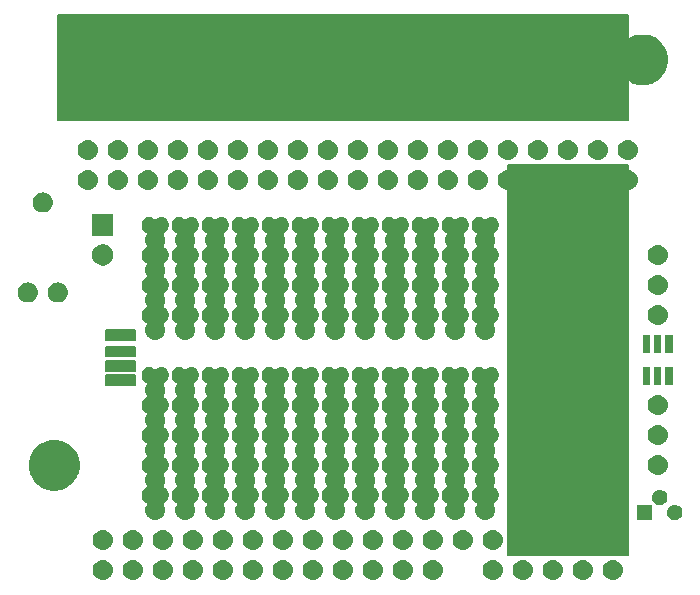
<source format=gts>
G04 #@! TF.GenerationSoftware,KiCad,Pcbnew,5.0.2+dfsg1-1~bpo9+1*
G04 #@! TF.CreationDate,2020-03-24T03:03:07-04:00*
G04 #@! TF.ProjectId,attiny10,61747469-6e79-4313-902e-6b696361645f,0.10.a*
G04 #@! TF.SameCoordinates,Original*
G04 #@! TF.FileFunction,Soldermask,Top*
G04 #@! TF.FilePolarity,Negative*
%FSLAX46Y46*%
G04 Gerber Fmt 4.6, Leading zero omitted, Abs format (unit mm)*
G04 Created by KiCad (PCBNEW 5.0.2+dfsg1-1~bpo9+1) date Tue 24 Mar 2020 03:03:07 AM EDT*
%MOMM*%
%LPD*%
G01*
G04 APERTURE LIST*
%ADD10C,0.150000*%
G04 APERTURE END LIST*
D10*
G36*
X40800000Y-83400000D02*
X40800000Y-82600000D01*
X38400000Y-82600000D01*
X38400000Y-83400000D01*
X40800000Y-83400000D01*
G37*
X40800000Y-83400000D02*
X40800000Y-82600000D01*
X38400000Y-82600000D01*
X38400000Y-83400000D01*
X40800000Y-83400000D01*
G36*
X40800000Y-84800000D02*
X40800000Y-84000000D01*
X38400000Y-84000000D01*
X38400000Y-84800000D01*
X40800000Y-84800000D01*
G37*
X40800000Y-84800000D02*
X40800000Y-84000000D01*
X38400000Y-84000000D01*
X38400000Y-84800000D01*
X40800000Y-84800000D01*
G36*
X40800000Y-86000000D02*
X40800000Y-85200000D01*
X38400000Y-85200000D01*
X38400000Y-86000000D01*
X40800000Y-86000000D01*
G37*
X40800000Y-86000000D02*
X40800000Y-85200000D01*
X38400000Y-85200000D01*
X38400000Y-86000000D01*
X40800000Y-86000000D01*
G36*
X40800000Y-87200000D02*
X40800000Y-86400000D01*
X38400000Y-86400000D01*
X38400000Y-87200000D01*
X40800000Y-87200000D01*
G37*
X40800000Y-87200000D02*
X40800000Y-86400000D01*
X38400000Y-86400000D01*
X38400000Y-87200000D01*
X40800000Y-87200000D01*
G36*
X82550000Y-64770000D02*
X82550000Y-55880000D01*
X34290000Y-55880000D01*
X34290000Y-64770000D01*
X82550000Y-64770000D01*
G37*
X82550000Y-64770000D02*
X82550000Y-55880000D01*
X34290000Y-55880000D01*
X34290000Y-64770000D01*
X82550000Y-64770000D01*
G36*
X72390000Y-101600000D02*
X82550000Y-101600000D01*
X82550000Y-68580000D01*
X72390000Y-68580000D01*
X72390000Y-101600000D01*
G37*
X72390000Y-101600000D02*
X82550000Y-101600000D01*
X82550000Y-68580000D01*
X72390000Y-68580000D01*
X72390000Y-101600000D01*
G36*
X81446630Y-102032299D02*
X81606855Y-102080903D01*
X81754520Y-102159831D01*
X81883949Y-102266051D01*
X81990169Y-102395480D01*
X82069097Y-102543145D01*
X82117701Y-102703370D01*
X82134112Y-102870000D01*
X82117701Y-103036630D01*
X82069097Y-103196855D01*
X81990169Y-103344520D01*
X81883949Y-103473949D01*
X81754520Y-103580169D01*
X81606855Y-103659097D01*
X81446630Y-103707701D01*
X81321752Y-103720000D01*
X81238248Y-103720000D01*
X81113370Y-103707701D01*
X80953145Y-103659097D01*
X80805480Y-103580169D01*
X80676051Y-103473949D01*
X80569831Y-103344520D01*
X80490903Y-103196855D01*
X80442299Y-103036630D01*
X80425888Y-102870000D01*
X80442299Y-102703370D01*
X80490903Y-102543145D01*
X80569831Y-102395480D01*
X80676051Y-102266051D01*
X80805480Y-102159831D01*
X80953145Y-102080903D01*
X81113370Y-102032299D01*
X81238248Y-102020000D01*
X81321752Y-102020000D01*
X81446630Y-102032299D01*
X81446630Y-102032299D01*
G37*
G36*
X63666630Y-102032299D02*
X63826855Y-102080903D01*
X63974520Y-102159831D01*
X64103949Y-102266051D01*
X64210169Y-102395480D01*
X64289097Y-102543145D01*
X64337701Y-102703370D01*
X64354112Y-102870000D01*
X64337701Y-103036630D01*
X64289097Y-103196855D01*
X64210169Y-103344520D01*
X64103949Y-103473949D01*
X63974520Y-103580169D01*
X63826855Y-103659097D01*
X63666630Y-103707701D01*
X63541752Y-103720000D01*
X63458248Y-103720000D01*
X63333370Y-103707701D01*
X63173145Y-103659097D01*
X63025480Y-103580169D01*
X62896051Y-103473949D01*
X62789831Y-103344520D01*
X62710903Y-103196855D01*
X62662299Y-103036630D01*
X62645888Y-102870000D01*
X62662299Y-102703370D01*
X62710903Y-102543145D01*
X62789831Y-102395480D01*
X62896051Y-102266051D01*
X63025480Y-102159831D01*
X63173145Y-102080903D01*
X63333370Y-102032299D01*
X63458248Y-102020000D01*
X63541752Y-102020000D01*
X63666630Y-102032299D01*
X63666630Y-102032299D01*
G37*
G36*
X76366630Y-102032299D02*
X76526855Y-102080903D01*
X76674520Y-102159831D01*
X76803949Y-102266051D01*
X76910169Y-102395480D01*
X76989097Y-102543145D01*
X77037701Y-102703370D01*
X77054112Y-102870000D01*
X77037701Y-103036630D01*
X76989097Y-103196855D01*
X76910169Y-103344520D01*
X76803949Y-103473949D01*
X76674520Y-103580169D01*
X76526855Y-103659097D01*
X76366630Y-103707701D01*
X76241752Y-103720000D01*
X76158248Y-103720000D01*
X76033370Y-103707701D01*
X75873145Y-103659097D01*
X75725480Y-103580169D01*
X75596051Y-103473949D01*
X75489831Y-103344520D01*
X75410903Y-103196855D01*
X75362299Y-103036630D01*
X75345888Y-102870000D01*
X75362299Y-102703370D01*
X75410903Y-102543145D01*
X75489831Y-102395480D01*
X75596051Y-102266051D01*
X75725480Y-102159831D01*
X75873145Y-102080903D01*
X76033370Y-102032299D01*
X76158248Y-102020000D01*
X76241752Y-102020000D01*
X76366630Y-102032299D01*
X76366630Y-102032299D01*
G37*
G36*
X71286630Y-102032299D02*
X71446855Y-102080903D01*
X71594520Y-102159831D01*
X71723949Y-102266051D01*
X71830169Y-102395480D01*
X71909097Y-102543145D01*
X71957701Y-102703370D01*
X71974112Y-102870000D01*
X71957701Y-103036630D01*
X71909097Y-103196855D01*
X71830169Y-103344520D01*
X71723949Y-103473949D01*
X71594520Y-103580169D01*
X71446855Y-103659097D01*
X71286630Y-103707701D01*
X71161752Y-103720000D01*
X71078248Y-103720000D01*
X70953370Y-103707701D01*
X70793145Y-103659097D01*
X70645480Y-103580169D01*
X70516051Y-103473949D01*
X70409831Y-103344520D01*
X70330903Y-103196855D01*
X70282299Y-103036630D01*
X70265888Y-102870000D01*
X70282299Y-102703370D01*
X70330903Y-102543145D01*
X70409831Y-102395480D01*
X70516051Y-102266051D01*
X70645480Y-102159831D01*
X70793145Y-102080903D01*
X70953370Y-102032299D01*
X71078248Y-102020000D01*
X71161752Y-102020000D01*
X71286630Y-102032299D01*
X71286630Y-102032299D01*
G37*
G36*
X78906630Y-102032299D02*
X79066855Y-102080903D01*
X79214520Y-102159831D01*
X79343949Y-102266051D01*
X79450169Y-102395480D01*
X79529097Y-102543145D01*
X79577701Y-102703370D01*
X79594112Y-102870000D01*
X79577701Y-103036630D01*
X79529097Y-103196855D01*
X79450169Y-103344520D01*
X79343949Y-103473949D01*
X79214520Y-103580169D01*
X79066855Y-103659097D01*
X78906630Y-103707701D01*
X78781752Y-103720000D01*
X78698248Y-103720000D01*
X78573370Y-103707701D01*
X78413145Y-103659097D01*
X78265480Y-103580169D01*
X78136051Y-103473949D01*
X78029831Y-103344520D01*
X77950903Y-103196855D01*
X77902299Y-103036630D01*
X77885888Y-102870000D01*
X77902299Y-102703370D01*
X77950903Y-102543145D01*
X78029831Y-102395480D01*
X78136051Y-102266051D01*
X78265480Y-102159831D01*
X78413145Y-102080903D01*
X78573370Y-102032299D01*
X78698248Y-102020000D01*
X78781752Y-102020000D01*
X78906630Y-102032299D01*
X78906630Y-102032299D01*
G37*
G36*
X73826630Y-102032299D02*
X73986855Y-102080903D01*
X74134520Y-102159831D01*
X74263949Y-102266051D01*
X74370169Y-102395480D01*
X74449097Y-102543145D01*
X74497701Y-102703370D01*
X74514112Y-102870000D01*
X74497701Y-103036630D01*
X74449097Y-103196855D01*
X74370169Y-103344520D01*
X74263949Y-103473949D01*
X74134520Y-103580169D01*
X73986855Y-103659097D01*
X73826630Y-103707701D01*
X73701752Y-103720000D01*
X73618248Y-103720000D01*
X73493370Y-103707701D01*
X73333145Y-103659097D01*
X73185480Y-103580169D01*
X73056051Y-103473949D01*
X72949831Y-103344520D01*
X72870903Y-103196855D01*
X72822299Y-103036630D01*
X72805888Y-102870000D01*
X72822299Y-102703370D01*
X72870903Y-102543145D01*
X72949831Y-102395480D01*
X73056051Y-102266051D01*
X73185480Y-102159831D01*
X73333145Y-102080903D01*
X73493370Y-102032299D01*
X73618248Y-102020000D01*
X73701752Y-102020000D01*
X73826630Y-102032299D01*
X73826630Y-102032299D01*
G37*
G36*
X66206630Y-102032299D02*
X66366855Y-102080903D01*
X66514520Y-102159831D01*
X66643949Y-102266051D01*
X66750169Y-102395480D01*
X66829097Y-102543145D01*
X66877701Y-102703370D01*
X66894112Y-102870000D01*
X66877701Y-103036630D01*
X66829097Y-103196855D01*
X66750169Y-103344520D01*
X66643949Y-103473949D01*
X66514520Y-103580169D01*
X66366855Y-103659097D01*
X66206630Y-103707701D01*
X66081752Y-103720000D01*
X65998248Y-103720000D01*
X65873370Y-103707701D01*
X65713145Y-103659097D01*
X65565480Y-103580169D01*
X65436051Y-103473949D01*
X65329831Y-103344520D01*
X65250903Y-103196855D01*
X65202299Y-103036630D01*
X65185888Y-102870000D01*
X65202299Y-102703370D01*
X65250903Y-102543145D01*
X65329831Y-102395480D01*
X65436051Y-102266051D01*
X65565480Y-102159831D01*
X65713145Y-102080903D01*
X65873370Y-102032299D01*
X65998248Y-102020000D01*
X66081752Y-102020000D01*
X66206630Y-102032299D01*
X66206630Y-102032299D01*
G37*
G36*
X61126630Y-102032299D02*
X61286855Y-102080903D01*
X61434520Y-102159831D01*
X61563949Y-102266051D01*
X61670169Y-102395480D01*
X61749097Y-102543145D01*
X61797701Y-102703370D01*
X61814112Y-102870000D01*
X61797701Y-103036630D01*
X61749097Y-103196855D01*
X61670169Y-103344520D01*
X61563949Y-103473949D01*
X61434520Y-103580169D01*
X61286855Y-103659097D01*
X61126630Y-103707701D01*
X61001752Y-103720000D01*
X60918248Y-103720000D01*
X60793370Y-103707701D01*
X60633145Y-103659097D01*
X60485480Y-103580169D01*
X60356051Y-103473949D01*
X60249831Y-103344520D01*
X60170903Y-103196855D01*
X60122299Y-103036630D01*
X60105888Y-102870000D01*
X60122299Y-102703370D01*
X60170903Y-102543145D01*
X60249831Y-102395480D01*
X60356051Y-102266051D01*
X60485480Y-102159831D01*
X60633145Y-102080903D01*
X60793370Y-102032299D01*
X60918248Y-102020000D01*
X61001752Y-102020000D01*
X61126630Y-102032299D01*
X61126630Y-102032299D01*
G37*
G36*
X56046630Y-102032299D02*
X56206855Y-102080903D01*
X56354520Y-102159831D01*
X56483949Y-102266051D01*
X56590169Y-102395480D01*
X56669097Y-102543145D01*
X56717701Y-102703370D01*
X56734112Y-102870000D01*
X56717701Y-103036630D01*
X56669097Y-103196855D01*
X56590169Y-103344520D01*
X56483949Y-103473949D01*
X56354520Y-103580169D01*
X56206855Y-103659097D01*
X56046630Y-103707701D01*
X55921752Y-103720000D01*
X55838248Y-103720000D01*
X55713370Y-103707701D01*
X55553145Y-103659097D01*
X55405480Y-103580169D01*
X55276051Y-103473949D01*
X55169831Y-103344520D01*
X55090903Y-103196855D01*
X55042299Y-103036630D01*
X55025888Y-102870000D01*
X55042299Y-102703370D01*
X55090903Y-102543145D01*
X55169831Y-102395480D01*
X55276051Y-102266051D01*
X55405480Y-102159831D01*
X55553145Y-102080903D01*
X55713370Y-102032299D01*
X55838248Y-102020000D01*
X55921752Y-102020000D01*
X56046630Y-102032299D01*
X56046630Y-102032299D01*
G37*
G36*
X58586630Y-102032299D02*
X58746855Y-102080903D01*
X58894520Y-102159831D01*
X59023949Y-102266051D01*
X59130169Y-102395480D01*
X59209097Y-102543145D01*
X59257701Y-102703370D01*
X59274112Y-102870000D01*
X59257701Y-103036630D01*
X59209097Y-103196855D01*
X59130169Y-103344520D01*
X59023949Y-103473949D01*
X58894520Y-103580169D01*
X58746855Y-103659097D01*
X58586630Y-103707701D01*
X58461752Y-103720000D01*
X58378248Y-103720000D01*
X58253370Y-103707701D01*
X58093145Y-103659097D01*
X57945480Y-103580169D01*
X57816051Y-103473949D01*
X57709831Y-103344520D01*
X57630903Y-103196855D01*
X57582299Y-103036630D01*
X57565888Y-102870000D01*
X57582299Y-102703370D01*
X57630903Y-102543145D01*
X57709831Y-102395480D01*
X57816051Y-102266051D01*
X57945480Y-102159831D01*
X58093145Y-102080903D01*
X58253370Y-102032299D01*
X58378248Y-102020000D01*
X58461752Y-102020000D01*
X58586630Y-102032299D01*
X58586630Y-102032299D01*
G37*
G36*
X40806630Y-102032299D02*
X40966855Y-102080903D01*
X41114520Y-102159831D01*
X41243949Y-102266051D01*
X41350169Y-102395480D01*
X41429097Y-102543145D01*
X41477701Y-102703370D01*
X41494112Y-102870000D01*
X41477701Y-103036630D01*
X41429097Y-103196855D01*
X41350169Y-103344520D01*
X41243949Y-103473949D01*
X41114520Y-103580169D01*
X40966855Y-103659097D01*
X40806630Y-103707701D01*
X40681752Y-103720000D01*
X40598248Y-103720000D01*
X40473370Y-103707701D01*
X40313145Y-103659097D01*
X40165480Y-103580169D01*
X40036051Y-103473949D01*
X39929831Y-103344520D01*
X39850903Y-103196855D01*
X39802299Y-103036630D01*
X39785888Y-102870000D01*
X39802299Y-102703370D01*
X39850903Y-102543145D01*
X39929831Y-102395480D01*
X40036051Y-102266051D01*
X40165480Y-102159831D01*
X40313145Y-102080903D01*
X40473370Y-102032299D01*
X40598248Y-102020000D01*
X40681752Y-102020000D01*
X40806630Y-102032299D01*
X40806630Y-102032299D01*
G37*
G36*
X43346630Y-102032299D02*
X43506855Y-102080903D01*
X43654520Y-102159831D01*
X43783949Y-102266051D01*
X43890169Y-102395480D01*
X43969097Y-102543145D01*
X44017701Y-102703370D01*
X44034112Y-102870000D01*
X44017701Y-103036630D01*
X43969097Y-103196855D01*
X43890169Y-103344520D01*
X43783949Y-103473949D01*
X43654520Y-103580169D01*
X43506855Y-103659097D01*
X43346630Y-103707701D01*
X43221752Y-103720000D01*
X43138248Y-103720000D01*
X43013370Y-103707701D01*
X42853145Y-103659097D01*
X42705480Y-103580169D01*
X42576051Y-103473949D01*
X42469831Y-103344520D01*
X42390903Y-103196855D01*
X42342299Y-103036630D01*
X42325888Y-102870000D01*
X42342299Y-102703370D01*
X42390903Y-102543145D01*
X42469831Y-102395480D01*
X42576051Y-102266051D01*
X42705480Y-102159831D01*
X42853145Y-102080903D01*
X43013370Y-102032299D01*
X43138248Y-102020000D01*
X43221752Y-102020000D01*
X43346630Y-102032299D01*
X43346630Y-102032299D01*
G37*
G36*
X38266630Y-102032299D02*
X38426855Y-102080903D01*
X38574520Y-102159831D01*
X38703949Y-102266051D01*
X38810169Y-102395480D01*
X38889097Y-102543145D01*
X38937701Y-102703370D01*
X38954112Y-102870000D01*
X38937701Y-103036630D01*
X38889097Y-103196855D01*
X38810169Y-103344520D01*
X38703949Y-103473949D01*
X38574520Y-103580169D01*
X38426855Y-103659097D01*
X38266630Y-103707701D01*
X38141752Y-103720000D01*
X38058248Y-103720000D01*
X37933370Y-103707701D01*
X37773145Y-103659097D01*
X37625480Y-103580169D01*
X37496051Y-103473949D01*
X37389831Y-103344520D01*
X37310903Y-103196855D01*
X37262299Y-103036630D01*
X37245888Y-102870000D01*
X37262299Y-102703370D01*
X37310903Y-102543145D01*
X37389831Y-102395480D01*
X37496051Y-102266051D01*
X37625480Y-102159831D01*
X37773145Y-102080903D01*
X37933370Y-102032299D01*
X38058248Y-102020000D01*
X38141752Y-102020000D01*
X38266630Y-102032299D01*
X38266630Y-102032299D01*
G37*
G36*
X48426630Y-102032299D02*
X48586855Y-102080903D01*
X48734520Y-102159831D01*
X48863949Y-102266051D01*
X48970169Y-102395480D01*
X49049097Y-102543145D01*
X49097701Y-102703370D01*
X49114112Y-102870000D01*
X49097701Y-103036630D01*
X49049097Y-103196855D01*
X48970169Y-103344520D01*
X48863949Y-103473949D01*
X48734520Y-103580169D01*
X48586855Y-103659097D01*
X48426630Y-103707701D01*
X48301752Y-103720000D01*
X48218248Y-103720000D01*
X48093370Y-103707701D01*
X47933145Y-103659097D01*
X47785480Y-103580169D01*
X47656051Y-103473949D01*
X47549831Y-103344520D01*
X47470903Y-103196855D01*
X47422299Y-103036630D01*
X47405888Y-102870000D01*
X47422299Y-102703370D01*
X47470903Y-102543145D01*
X47549831Y-102395480D01*
X47656051Y-102266051D01*
X47785480Y-102159831D01*
X47933145Y-102080903D01*
X48093370Y-102032299D01*
X48218248Y-102020000D01*
X48301752Y-102020000D01*
X48426630Y-102032299D01*
X48426630Y-102032299D01*
G37*
G36*
X53506630Y-102032299D02*
X53666855Y-102080903D01*
X53814520Y-102159831D01*
X53943949Y-102266051D01*
X54050169Y-102395480D01*
X54129097Y-102543145D01*
X54177701Y-102703370D01*
X54194112Y-102870000D01*
X54177701Y-103036630D01*
X54129097Y-103196855D01*
X54050169Y-103344520D01*
X53943949Y-103473949D01*
X53814520Y-103580169D01*
X53666855Y-103659097D01*
X53506630Y-103707701D01*
X53381752Y-103720000D01*
X53298248Y-103720000D01*
X53173370Y-103707701D01*
X53013145Y-103659097D01*
X52865480Y-103580169D01*
X52736051Y-103473949D01*
X52629831Y-103344520D01*
X52550903Y-103196855D01*
X52502299Y-103036630D01*
X52485888Y-102870000D01*
X52502299Y-102703370D01*
X52550903Y-102543145D01*
X52629831Y-102395480D01*
X52736051Y-102266051D01*
X52865480Y-102159831D01*
X53013145Y-102080903D01*
X53173370Y-102032299D01*
X53298248Y-102020000D01*
X53381752Y-102020000D01*
X53506630Y-102032299D01*
X53506630Y-102032299D01*
G37*
G36*
X45886630Y-102032299D02*
X46046855Y-102080903D01*
X46194520Y-102159831D01*
X46323949Y-102266051D01*
X46430169Y-102395480D01*
X46509097Y-102543145D01*
X46557701Y-102703370D01*
X46574112Y-102870000D01*
X46557701Y-103036630D01*
X46509097Y-103196855D01*
X46430169Y-103344520D01*
X46323949Y-103473949D01*
X46194520Y-103580169D01*
X46046855Y-103659097D01*
X45886630Y-103707701D01*
X45761752Y-103720000D01*
X45678248Y-103720000D01*
X45553370Y-103707701D01*
X45393145Y-103659097D01*
X45245480Y-103580169D01*
X45116051Y-103473949D01*
X45009831Y-103344520D01*
X44930903Y-103196855D01*
X44882299Y-103036630D01*
X44865888Y-102870000D01*
X44882299Y-102703370D01*
X44930903Y-102543145D01*
X45009831Y-102395480D01*
X45116051Y-102266051D01*
X45245480Y-102159831D01*
X45393145Y-102080903D01*
X45553370Y-102032299D01*
X45678248Y-102020000D01*
X45761752Y-102020000D01*
X45886630Y-102032299D01*
X45886630Y-102032299D01*
G37*
G36*
X50966630Y-102032299D02*
X51126855Y-102080903D01*
X51274520Y-102159831D01*
X51403949Y-102266051D01*
X51510169Y-102395480D01*
X51589097Y-102543145D01*
X51637701Y-102703370D01*
X51654112Y-102870000D01*
X51637701Y-103036630D01*
X51589097Y-103196855D01*
X51510169Y-103344520D01*
X51403949Y-103473949D01*
X51274520Y-103580169D01*
X51126855Y-103659097D01*
X50966630Y-103707701D01*
X50841752Y-103720000D01*
X50758248Y-103720000D01*
X50633370Y-103707701D01*
X50473145Y-103659097D01*
X50325480Y-103580169D01*
X50196051Y-103473949D01*
X50089831Y-103344520D01*
X50010903Y-103196855D01*
X49962299Y-103036630D01*
X49945888Y-102870000D01*
X49962299Y-102703370D01*
X50010903Y-102543145D01*
X50089831Y-102395480D01*
X50196051Y-102266051D01*
X50325480Y-102159831D01*
X50473145Y-102080903D01*
X50633370Y-102032299D01*
X50758248Y-102020000D01*
X50841752Y-102020000D01*
X50966630Y-102032299D01*
X50966630Y-102032299D01*
G37*
G36*
X63666630Y-99492299D02*
X63826855Y-99540903D01*
X63974520Y-99619831D01*
X64103949Y-99726051D01*
X64210169Y-99855480D01*
X64289097Y-100003145D01*
X64337701Y-100163370D01*
X64354112Y-100330000D01*
X64337701Y-100496630D01*
X64289097Y-100656855D01*
X64210169Y-100804520D01*
X64103949Y-100933949D01*
X63974520Y-101040169D01*
X63826855Y-101119097D01*
X63666630Y-101167701D01*
X63541752Y-101180000D01*
X63458248Y-101180000D01*
X63333370Y-101167701D01*
X63173145Y-101119097D01*
X63025480Y-101040169D01*
X62896051Y-100933949D01*
X62789831Y-100804520D01*
X62710903Y-100656855D01*
X62662299Y-100496630D01*
X62645888Y-100330000D01*
X62662299Y-100163370D01*
X62710903Y-100003145D01*
X62789831Y-99855480D01*
X62896051Y-99726051D01*
X63025480Y-99619831D01*
X63173145Y-99540903D01*
X63333370Y-99492299D01*
X63458248Y-99480000D01*
X63541752Y-99480000D01*
X63666630Y-99492299D01*
X63666630Y-99492299D01*
G37*
G36*
X43346630Y-99492299D02*
X43506855Y-99540903D01*
X43654520Y-99619831D01*
X43783949Y-99726051D01*
X43890169Y-99855480D01*
X43969097Y-100003145D01*
X44017701Y-100163370D01*
X44034112Y-100330000D01*
X44017701Y-100496630D01*
X43969097Y-100656855D01*
X43890169Y-100804520D01*
X43783949Y-100933949D01*
X43654520Y-101040169D01*
X43506855Y-101119097D01*
X43346630Y-101167701D01*
X43221752Y-101180000D01*
X43138248Y-101180000D01*
X43013370Y-101167701D01*
X42853145Y-101119097D01*
X42705480Y-101040169D01*
X42576051Y-100933949D01*
X42469831Y-100804520D01*
X42390903Y-100656855D01*
X42342299Y-100496630D01*
X42325888Y-100330000D01*
X42342299Y-100163370D01*
X42390903Y-100003145D01*
X42469831Y-99855480D01*
X42576051Y-99726051D01*
X42705480Y-99619831D01*
X42853145Y-99540903D01*
X43013370Y-99492299D01*
X43138248Y-99480000D01*
X43221752Y-99480000D01*
X43346630Y-99492299D01*
X43346630Y-99492299D01*
G37*
G36*
X40806630Y-99492299D02*
X40966855Y-99540903D01*
X41114520Y-99619831D01*
X41243949Y-99726051D01*
X41350169Y-99855480D01*
X41429097Y-100003145D01*
X41477701Y-100163370D01*
X41494112Y-100330000D01*
X41477701Y-100496630D01*
X41429097Y-100656855D01*
X41350169Y-100804520D01*
X41243949Y-100933949D01*
X41114520Y-101040169D01*
X40966855Y-101119097D01*
X40806630Y-101167701D01*
X40681752Y-101180000D01*
X40598248Y-101180000D01*
X40473370Y-101167701D01*
X40313145Y-101119097D01*
X40165480Y-101040169D01*
X40036051Y-100933949D01*
X39929831Y-100804520D01*
X39850903Y-100656855D01*
X39802299Y-100496630D01*
X39785888Y-100330000D01*
X39802299Y-100163370D01*
X39850903Y-100003145D01*
X39929831Y-99855480D01*
X40036051Y-99726051D01*
X40165480Y-99619831D01*
X40313145Y-99540903D01*
X40473370Y-99492299D01*
X40598248Y-99480000D01*
X40681752Y-99480000D01*
X40806630Y-99492299D01*
X40806630Y-99492299D01*
G37*
G36*
X38266630Y-99492299D02*
X38426855Y-99540903D01*
X38574520Y-99619831D01*
X38703949Y-99726051D01*
X38810169Y-99855480D01*
X38889097Y-100003145D01*
X38937701Y-100163370D01*
X38954112Y-100330000D01*
X38937701Y-100496630D01*
X38889097Y-100656855D01*
X38810169Y-100804520D01*
X38703949Y-100933949D01*
X38574520Y-101040169D01*
X38426855Y-101119097D01*
X38266630Y-101167701D01*
X38141752Y-101180000D01*
X38058248Y-101180000D01*
X37933370Y-101167701D01*
X37773145Y-101119097D01*
X37625480Y-101040169D01*
X37496051Y-100933949D01*
X37389831Y-100804520D01*
X37310903Y-100656855D01*
X37262299Y-100496630D01*
X37245888Y-100330000D01*
X37262299Y-100163370D01*
X37310903Y-100003145D01*
X37389831Y-99855480D01*
X37496051Y-99726051D01*
X37625480Y-99619831D01*
X37773145Y-99540903D01*
X37933370Y-99492299D01*
X38058248Y-99480000D01*
X38141752Y-99480000D01*
X38266630Y-99492299D01*
X38266630Y-99492299D01*
G37*
G36*
X81446630Y-99492299D02*
X81606855Y-99540903D01*
X81754520Y-99619831D01*
X81883949Y-99726051D01*
X81990169Y-99855480D01*
X82069097Y-100003145D01*
X82117701Y-100163370D01*
X82134112Y-100330000D01*
X82117701Y-100496630D01*
X82069097Y-100656855D01*
X81990169Y-100804520D01*
X81883949Y-100933949D01*
X81754520Y-101040169D01*
X81606855Y-101119097D01*
X81446630Y-101167701D01*
X81321752Y-101180000D01*
X81238248Y-101180000D01*
X81113370Y-101167701D01*
X80953145Y-101119097D01*
X80805480Y-101040169D01*
X80676051Y-100933949D01*
X80569831Y-100804520D01*
X80490903Y-100656855D01*
X80442299Y-100496630D01*
X80425888Y-100330000D01*
X80442299Y-100163370D01*
X80490903Y-100003145D01*
X80569831Y-99855480D01*
X80676051Y-99726051D01*
X80805480Y-99619831D01*
X80953145Y-99540903D01*
X81113370Y-99492299D01*
X81238248Y-99480000D01*
X81321752Y-99480000D01*
X81446630Y-99492299D01*
X81446630Y-99492299D01*
G37*
G36*
X58586630Y-99492299D02*
X58746855Y-99540903D01*
X58894520Y-99619831D01*
X59023949Y-99726051D01*
X59130169Y-99855480D01*
X59209097Y-100003145D01*
X59257701Y-100163370D01*
X59274112Y-100330000D01*
X59257701Y-100496630D01*
X59209097Y-100656855D01*
X59130169Y-100804520D01*
X59023949Y-100933949D01*
X58894520Y-101040169D01*
X58746855Y-101119097D01*
X58586630Y-101167701D01*
X58461752Y-101180000D01*
X58378248Y-101180000D01*
X58253370Y-101167701D01*
X58093145Y-101119097D01*
X57945480Y-101040169D01*
X57816051Y-100933949D01*
X57709831Y-100804520D01*
X57630903Y-100656855D01*
X57582299Y-100496630D01*
X57565888Y-100330000D01*
X57582299Y-100163370D01*
X57630903Y-100003145D01*
X57709831Y-99855480D01*
X57816051Y-99726051D01*
X57945480Y-99619831D01*
X58093145Y-99540903D01*
X58253370Y-99492299D01*
X58378248Y-99480000D01*
X58461752Y-99480000D01*
X58586630Y-99492299D01*
X58586630Y-99492299D01*
G37*
G36*
X78906630Y-99492299D02*
X79066855Y-99540903D01*
X79214520Y-99619831D01*
X79343949Y-99726051D01*
X79450169Y-99855480D01*
X79529097Y-100003145D01*
X79577701Y-100163370D01*
X79594112Y-100330000D01*
X79577701Y-100496630D01*
X79529097Y-100656855D01*
X79450169Y-100804520D01*
X79343949Y-100933949D01*
X79214520Y-101040169D01*
X79066855Y-101119097D01*
X78906630Y-101167701D01*
X78781752Y-101180000D01*
X78698248Y-101180000D01*
X78573370Y-101167701D01*
X78413145Y-101119097D01*
X78265480Y-101040169D01*
X78136051Y-100933949D01*
X78029831Y-100804520D01*
X77950903Y-100656855D01*
X77902299Y-100496630D01*
X77885888Y-100330000D01*
X77902299Y-100163370D01*
X77950903Y-100003145D01*
X78029831Y-99855480D01*
X78136051Y-99726051D01*
X78265480Y-99619831D01*
X78413145Y-99540903D01*
X78573370Y-99492299D01*
X78698248Y-99480000D01*
X78781752Y-99480000D01*
X78906630Y-99492299D01*
X78906630Y-99492299D01*
G37*
G36*
X76366630Y-99492299D02*
X76526855Y-99540903D01*
X76674520Y-99619831D01*
X76803949Y-99726051D01*
X76910169Y-99855480D01*
X76989097Y-100003145D01*
X77037701Y-100163370D01*
X77054112Y-100330000D01*
X77037701Y-100496630D01*
X76989097Y-100656855D01*
X76910169Y-100804520D01*
X76803949Y-100933949D01*
X76674520Y-101040169D01*
X76526855Y-101119097D01*
X76366630Y-101167701D01*
X76241752Y-101180000D01*
X76158248Y-101180000D01*
X76033370Y-101167701D01*
X75873145Y-101119097D01*
X75725480Y-101040169D01*
X75596051Y-100933949D01*
X75489831Y-100804520D01*
X75410903Y-100656855D01*
X75362299Y-100496630D01*
X75345888Y-100330000D01*
X75362299Y-100163370D01*
X75410903Y-100003145D01*
X75489831Y-99855480D01*
X75596051Y-99726051D01*
X75725480Y-99619831D01*
X75873145Y-99540903D01*
X76033370Y-99492299D01*
X76158248Y-99480000D01*
X76241752Y-99480000D01*
X76366630Y-99492299D01*
X76366630Y-99492299D01*
G37*
G36*
X66206630Y-99492299D02*
X66366855Y-99540903D01*
X66514520Y-99619831D01*
X66643949Y-99726051D01*
X66750169Y-99855480D01*
X66829097Y-100003145D01*
X66877701Y-100163370D01*
X66894112Y-100330000D01*
X66877701Y-100496630D01*
X66829097Y-100656855D01*
X66750169Y-100804520D01*
X66643949Y-100933949D01*
X66514520Y-101040169D01*
X66366855Y-101119097D01*
X66206630Y-101167701D01*
X66081752Y-101180000D01*
X65998248Y-101180000D01*
X65873370Y-101167701D01*
X65713145Y-101119097D01*
X65565480Y-101040169D01*
X65436051Y-100933949D01*
X65329831Y-100804520D01*
X65250903Y-100656855D01*
X65202299Y-100496630D01*
X65185888Y-100330000D01*
X65202299Y-100163370D01*
X65250903Y-100003145D01*
X65329831Y-99855480D01*
X65436051Y-99726051D01*
X65565480Y-99619831D01*
X65713145Y-99540903D01*
X65873370Y-99492299D01*
X65998248Y-99480000D01*
X66081752Y-99480000D01*
X66206630Y-99492299D01*
X66206630Y-99492299D01*
G37*
G36*
X61126630Y-99492299D02*
X61286855Y-99540903D01*
X61434520Y-99619831D01*
X61563949Y-99726051D01*
X61670169Y-99855480D01*
X61749097Y-100003145D01*
X61797701Y-100163370D01*
X61814112Y-100330000D01*
X61797701Y-100496630D01*
X61749097Y-100656855D01*
X61670169Y-100804520D01*
X61563949Y-100933949D01*
X61434520Y-101040169D01*
X61286855Y-101119097D01*
X61126630Y-101167701D01*
X61001752Y-101180000D01*
X60918248Y-101180000D01*
X60793370Y-101167701D01*
X60633145Y-101119097D01*
X60485480Y-101040169D01*
X60356051Y-100933949D01*
X60249831Y-100804520D01*
X60170903Y-100656855D01*
X60122299Y-100496630D01*
X60105888Y-100330000D01*
X60122299Y-100163370D01*
X60170903Y-100003145D01*
X60249831Y-99855480D01*
X60356051Y-99726051D01*
X60485480Y-99619831D01*
X60633145Y-99540903D01*
X60793370Y-99492299D01*
X60918248Y-99480000D01*
X61001752Y-99480000D01*
X61126630Y-99492299D01*
X61126630Y-99492299D01*
G37*
G36*
X68746630Y-99492299D02*
X68906855Y-99540903D01*
X69054520Y-99619831D01*
X69183949Y-99726051D01*
X69290169Y-99855480D01*
X69369097Y-100003145D01*
X69417701Y-100163370D01*
X69434112Y-100330000D01*
X69417701Y-100496630D01*
X69369097Y-100656855D01*
X69290169Y-100804520D01*
X69183949Y-100933949D01*
X69054520Y-101040169D01*
X68906855Y-101119097D01*
X68746630Y-101167701D01*
X68621752Y-101180000D01*
X68538248Y-101180000D01*
X68413370Y-101167701D01*
X68253145Y-101119097D01*
X68105480Y-101040169D01*
X67976051Y-100933949D01*
X67869831Y-100804520D01*
X67790903Y-100656855D01*
X67742299Y-100496630D01*
X67725888Y-100330000D01*
X67742299Y-100163370D01*
X67790903Y-100003145D01*
X67869831Y-99855480D01*
X67976051Y-99726051D01*
X68105480Y-99619831D01*
X68253145Y-99540903D01*
X68413370Y-99492299D01*
X68538248Y-99480000D01*
X68621752Y-99480000D01*
X68746630Y-99492299D01*
X68746630Y-99492299D01*
G37*
G36*
X71286630Y-99492299D02*
X71446855Y-99540903D01*
X71594520Y-99619831D01*
X71723949Y-99726051D01*
X71830169Y-99855480D01*
X71909097Y-100003145D01*
X71957701Y-100163370D01*
X71974112Y-100330000D01*
X71957701Y-100496630D01*
X71909097Y-100656855D01*
X71830169Y-100804520D01*
X71723949Y-100933949D01*
X71594520Y-101040169D01*
X71446855Y-101119097D01*
X71286630Y-101167701D01*
X71161752Y-101180000D01*
X71078248Y-101180000D01*
X70953370Y-101167701D01*
X70793145Y-101119097D01*
X70645480Y-101040169D01*
X70516051Y-100933949D01*
X70409831Y-100804520D01*
X70330903Y-100656855D01*
X70282299Y-100496630D01*
X70265888Y-100330000D01*
X70282299Y-100163370D01*
X70330903Y-100003145D01*
X70409831Y-99855480D01*
X70516051Y-99726051D01*
X70645480Y-99619831D01*
X70793145Y-99540903D01*
X70953370Y-99492299D01*
X71078248Y-99480000D01*
X71161752Y-99480000D01*
X71286630Y-99492299D01*
X71286630Y-99492299D01*
G37*
G36*
X73826630Y-99492299D02*
X73986855Y-99540903D01*
X74134520Y-99619831D01*
X74263949Y-99726051D01*
X74370169Y-99855480D01*
X74449097Y-100003145D01*
X74497701Y-100163370D01*
X74514112Y-100330000D01*
X74497701Y-100496630D01*
X74449097Y-100656855D01*
X74370169Y-100804520D01*
X74263949Y-100933949D01*
X74134520Y-101040169D01*
X73986855Y-101119097D01*
X73826630Y-101167701D01*
X73701752Y-101180000D01*
X73618248Y-101180000D01*
X73493370Y-101167701D01*
X73333145Y-101119097D01*
X73185480Y-101040169D01*
X73056051Y-100933949D01*
X72949831Y-100804520D01*
X72870903Y-100656855D01*
X72822299Y-100496630D01*
X72805888Y-100330000D01*
X72822299Y-100163370D01*
X72870903Y-100003145D01*
X72949831Y-99855480D01*
X73056051Y-99726051D01*
X73185480Y-99619831D01*
X73333145Y-99540903D01*
X73493370Y-99492299D01*
X73618248Y-99480000D01*
X73701752Y-99480000D01*
X73826630Y-99492299D01*
X73826630Y-99492299D01*
G37*
G36*
X48426630Y-99492299D02*
X48586855Y-99540903D01*
X48734520Y-99619831D01*
X48863949Y-99726051D01*
X48970169Y-99855480D01*
X49049097Y-100003145D01*
X49097701Y-100163370D01*
X49114112Y-100330000D01*
X49097701Y-100496630D01*
X49049097Y-100656855D01*
X48970169Y-100804520D01*
X48863949Y-100933949D01*
X48734520Y-101040169D01*
X48586855Y-101119097D01*
X48426630Y-101167701D01*
X48301752Y-101180000D01*
X48218248Y-101180000D01*
X48093370Y-101167701D01*
X47933145Y-101119097D01*
X47785480Y-101040169D01*
X47656051Y-100933949D01*
X47549831Y-100804520D01*
X47470903Y-100656855D01*
X47422299Y-100496630D01*
X47405888Y-100330000D01*
X47422299Y-100163370D01*
X47470903Y-100003145D01*
X47549831Y-99855480D01*
X47656051Y-99726051D01*
X47785480Y-99619831D01*
X47933145Y-99540903D01*
X48093370Y-99492299D01*
X48218248Y-99480000D01*
X48301752Y-99480000D01*
X48426630Y-99492299D01*
X48426630Y-99492299D01*
G37*
G36*
X53506630Y-99492299D02*
X53666855Y-99540903D01*
X53814520Y-99619831D01*
X53943949Y-99726051D01*
X54050169Y-99855480D01*
X54129097Y-100003145D01*
X54177701Y-100163370D01*
X54194112Y-100330000D01*
X54177701Y-100496630D01*
X54129097Y-100656855D01*
X54050169Y-100804520D01*
X53943949Y-100933949D01*
X53814520Y-101040169D01*
X53666855Y-101119097D01*
X53506630Y-101167701D01*
X53381752Y-101180000D01*
X53298248Y-101180000D01*
X53173370Y-101167701D01*
X53013145Y-101119097D01*
X52865480Y-101040169D01*
X52736051Y-100933949D01*
X52629831Y-100804520D01*
X52550903Y-100656855D01*
X52502299Y-100496630D01*
X52485888Y-100330000D01*
X52502299Y-100163370D01*
X52550903Y-100003145D01*
X52629831Y-99855480D01*
X52736051Y-99726051D01*
X52865480Y-99619831D01*
X53013145Y-99540903D01*
X53173370Y-99492299D01*
X53298248Y-99480000D01*
X53381752Y-99480000D01*
X53506630Y-99492299D01*
X53506630Y-99492299D01*
G37*
G36*
X50966630Y-99492299D02*
X51126855Y-99540903D01*
X51274520Y-99619831D01*
X51403949Y-99726051D01*
X51510169Y-99855480D01*
X51589097Y-100003145D01*
X51637701Y-100163370D01*
X51654112Y-100330000D01*
X51637701Y-100496630D01*
X51589097Y-100656855D01*
X51510169Y-100804520D01*
X51403949Y-100933949D01*
X51274520Y-101040169D01*
X51126855Y-101119097D01*
X50966630Y-101167701D01*
X50841752Y-101180000D01*
X50758248Y-101180000D01*
X50633370Y-101167701D01*
X50473145Y-101119097D01*
X50325480Y-101040169D01*
X50196051Y-100933949D01*
X50089831Y-100804520D01*
X50010903Y-100656855D01*
X49962299Y-100496630D01*
X49945888Y-100330000D01*
X49962299Y-100163370D01*
X50010903Y-100003145D01*
X50089831Y-99855480D01*
X50196051Y-99726051D01*
X50325480Y-99619831D01*
X50473145Y-99540903D01*
X50633370Y-99492299D01*
X50758248Y-99480000D01*
X50841752Y-99480000D01*
X50966630Y-99492299D01*
X50966630Y-99492299D01*
G37*
G36*
X45886630Y-99492299D02*
X46046855Y-99540903D01*
X46194520Y-99619831D01*
X46323949Y-99726051D01*
X46430169Y-99855480D01*
X46509097Y-100003145D01*
X46557701Y-100163370D01*
X46574112Y-100330000D01*
X46557701Y-100496630D01*
X46509097Y-100656855D01*
X46430169Y-100804520D01*
X46323949Y-100933949D01*
X46194520Y-101040169D01*
X46046855Y-101119097D01*
X45886630Y-101167701D01*
X45761752Y-101180000D01*
X45678248Y-101180000D01*
X45553370Y-101167701D01*
X45393145Y-101119097D01*
X45245480Y-101040169D01*
X45116051Y-100933949D01*
X45009831Y-100804520D01*
X44930903Y-100656855D01*
X44882299Y-100496630D01*
X44865888Y-100330000D01*
X44882299Y-100163370D01*
X44930903Y-100003145D01*
X45009831Y-99855480D01*
X45116051Y-99726051D01*
X45245480Y-99619831D01*
X45393145Y-99540903D01*
X45553370Y-99492299D01*
X45678248Y-99480000D01*
X45761752Y-99480000D01*
X45886630Y-99492299D01*
X45886630Y-99492299D01*
G37*
G36*
X56046630Y-99492299D02*
X56206855Y-99540903D01*
X56354520Y-99619831D01*
X56483949Y-99726051D01*
X56590169Y-99855480D01*
X56669097Y-100003145D01*
X56717701Y-100163370D01*
X56734112Y-100330000D01*
X56717701Y-100496630D01*
X56669097Y-100656855D01*
X56590169Y-100804520D01*
X56483949Y-100933949D01*
X56354520Y-101040169D01*
X56206855Y-101119097D01*
X56046630Y-101167701D01*
X55921752Y-101180000D01*
X55838248Y-101180000D01*
X55713370Y-101167701D01*
X55553145Y-101119097D01*
X55405480Y-101040169D01*
X55276051Y-100933949D01*
X55169831Y-100804520D01*
X55090903Y-100656855D01*
X55042299Y-100496630D01*
X55025888Y-100330000D01*
X55042299Y-100163370D01*
X55090903Y-100003145D01*
X55169831Y-99855480D01*
X55276051Y-99726051D01*
X55405480Y-99619831D01*
X55553145Y-99540903D01*
X55713370Y-99492299D01*
X55838248Y-99480000D01*
X55921752Y-99480000D01*
X56046630Y-99492299D01*
X56046630Y-99492299D01*
G37*
G36*
X86687738Y-97366653D02*
X86729598Y-97374979D01*
X86764245Y-97389330D01*
X86847890Y-97423977D01*
X86954354Y-97495114D01*
X87044886Y-97585646D01*
X87116023Y-97692110D01*
X87165021Y-97810403D01*
X87190000Y-97935979D01*
X87190000Y-98064021D01*
X87165021Y-98189597D01*
X87116023Y-98307890D01*
X87044886Y-98414354D01*
X86954354Y-98504886D01*
X86847890Y-98576023D01*
X86764245Y-98610670D01*
X86729598Y-98625021D01*
X86687738Y-98633347D01*
X86604021Y-98650000D01*
X86475979Y-98650000D01*
X86392262Y-98633347D01*
X86350402Y-98625021D01*
X86315755Y-98610670D01*
X86232110Y-98576023D01*
X86125646Y-98504886D01*
X86035114Y-98414354D01*
X85963977Y-98307890D01*
X85914979Y-98189597D01*
X85890000Y-98064021D01*
X85890000Y-97935979D01*
X85914979Y-97810403D01*
X85963977Y-97692110D01*
X86035114Y-97585646D01*
X86125646Y-97495114D01*
X86232110Y-97423977D01*
X86315755Y-97389330D01*
X86350402Y-97374979D01*
X86392262Y-97366653D01*
X86475979Y-97350000D01*
X86604021Y-97350000D01*
X86687738Y-97366653D01*
X86687738Y-97366653D01*
G37*
G36*
X84650000Y-98650000D02*
X83350000Y-98650000D01*
X83350000Y-97350000D01*
X84650000Y-97350000D01*
X84650000Y-98650000D01*
X84650000Y-98650000D01*
G37*
G36*
X43197620Y-85668682D02*
X43310720Y-85702990D01*
X43414954Y-85758704D01*
X43506317Y-85833683D01*
X43581296Y-85925045D01*
X43637010Y-86029279D01*
X43671318Y-86142379D01*
X43680000Y-86230526D01*
X43680000Y-86489473D01*
X43671318Y-86577620D01*
X43637010Y-86690720D01*
X43581296Y-86794955D01*
X43506317Y-86886317D01*
X43414955Y-86961296D01*
X43320174Y-87011957D01*
X43299811Y-87025564D01*
X43282484Y-87042891D01*
X43268870Y-87063266D01*
X43259492Y-87085905D01*
X43254712Y-87109938D01*
X43254712Y-87134442D01*
X43259493Y-87158476D01*
X43268870Y-87181114D01*
X43289655Y-87220000D01*
X43334097Y-87303145D01*
X43334097Y-87303146D01*
X43382701Y-87463370D01*
X43399112Y-87630000D01*
X43382701Y-87796630D01*
X43343273Y-87926604D01*
X43334097Y-87956855D01*
X43306117Y-88009201D01*
X43268870Y-88078886D01*
X43259492Y-88101525D01*
X43254712Y-88125558D01*
X43254712Y-88150063D01*
X43259493Y-88174096D01*
X43268870Y-88196735D01*
X43282484Y-88217110D01*
X43299811Y-88234437D01*
X43320178Y-88248046D01*
X43414954Y-88298704D01*
X43506317Y-88373683D01*
X43581296Y-88465045D01*
X43637010Y-88569279D01*
X43671318Y-88682379D01*
X43680000Y-88770526D01*
X43680000Y-89029473D01*
X43671318Y-89117620D01*
X43637010Y-89230720D01*
X43581296Y-89334955D01*
X43506317Y-89426317D01*
X43414955Y-89501296D01*
X43320174Y-89551957D01*
X43299811Y-89565564D01*
X43282484Y-89582891D01*
X43268870Y-89603266D01*
X43259492Y-89625905D01*
X43254712Y-89649938D01*
X43254712Y-89674442D01*
X43259493Y-89698476D01*
X43268870Y-89721114D01*
X43306117Y-89790799D01*
X43334097Y-89843145D01*
X43334097Y-89843146D01*
X43382701Y-90003370D01*
X43399112Y-90170000D01*
X43382701Y-90336630D01*
X43343273Y-90466604D01*
X43334097Y-90496855D01*
X43306117Y-90549201D01*
X43268870Y-90618886D01*
X43259492Y-90641525D01*
X43254712Y-90665558D01*
X43254712Y-90690063D01*
X43259493Y-90714096D01*
X43268870Y-90736735D01*
X43282484Y-90757110D01*
X43299811Y-90774437D01*
X43320178Y-90788046D01*
X43414954Y-90838704D01*
X43506317Y-90913683D01*
X43581296Y-91005045D01*
X43637010Y-91109279D01*
X43671318Y-91222379D01*
X43680000Y-91310526D01*
X43680000Y-91569473D01*
X43671318Y-91657620D01*
X43637010Y-91770720D01*
X43581296Y-91874955D01*
X43506317Y-91966317D01*
X43414955Y-92041296D01*
X43320174Y-92091957D01*
X43299811Y-92105564D01*
X43282484Y-92122891D01*
X43268870Y-92143266D01*
X43259492Y-92165905D01*
X43254712Y-92189938D01*
X43254712Y-92214442D01*
X43259493Y-92238476D01*
X43268870Y-92261114D01*
X43305683Y-92329986D01*
X43334097Y-92383145D01*
X43334097Y-92383146D01*
X43382701Y-92543370D01*
X43399112Y-92710000D01*
X43382701Y-92876630D01*
X43350860Y-92981593D01*
X43334097Y-93036855D01*
X43306117Y-93089201D01*
X43268870Y-93158886D01*
X43259492Y-93181525D01*
X43254712Y-93205558D01*
X43254712Y-93230063D01*
X43259493Y-93254096D01*
X43268870Y-93276735D01*
X43282484Y-93297110D01*
X43299811Y-93314437D01*
X43320178Y-93328046D01*
X43414954Y-93378704D01*
X43506317Y-93453683D01*
X43581296Y-93545045D01*
X43637010Y-93649279D01*
X43671318Y-93762379D01*
X43680000Y-93850526D01*
X43680000Y-94109473D01*
X43671318Y-94197620D01*
X43637010Y-94310720D01*
X43581296Y-94414955D01*
X43506317Y-94506317D01*
X43414955Y-94581296D01*
X43320174Y-94631957D01*
X43299811Y-94645564D01*
X43282484Y-94662891D01*
X43268870Y-94683266D01*
X43259492Y-94705905D01*
X43254712Y-94729938D01*
X43254712Y-94754442D01*
X43259493Y-94778476D01*
X43268870Y-94801114D01*
X43306117Y-94870799D01*
X43334097Y-94923145D01*
X43334097Y-94923146D01*
X43382701Y-95083370D01*
X43399112Y-95250000D01*
X43382701Y-95416630D01*
X43343273Y-95546604D01*
X43334097Y-95576855D01*
X43306117Y-95629201D01*
X43268870Y-95698886D01*
X43259492Y-95721525D01*
X43254712Y-95745558D01*
X43254712Y-95770063D01*
X43259493Y-95794096D01*
X43268870Y-95816735D01*
X43282484Y-95837110D01*
X43299811Y-95854437D01*
X43320178Y-95868046D01*
X43414954Y-95918704D01*
X43506317Y-95993683D01*
X43581296Y-96085045D01*
X43637010Y-96189279D01*
X43671318Y-96302379D01*
X43680000Y-96390526D01*
X43680000Y-96649473D01*
X43671318Y-96737620D01*
X43637010Y-96850720D01*
X43581296Y-96954955D01*
X43506317Y-97046317D01*
X43414955Y-97121296D01*
X43320174Y-97171957D01*
X43299811Y-97185564D01*
X43282484Y-97202891D01*
X43268870Y-97223266D01*
X43259492Y-97245905D01*
X43254712Y-97269938D01*
X43254712Y-97294442D01*
X43259493Y-97318476D01*
X43268870Y-97341114D01*
X43276303Y-97355021D01*
X43334097Y-97463145D01*
X43334097Y-97463146D01*
X43382701Y-97623370D01*
X43399112Y-97790000D01*
X43382701Y-97956630D01*
X43334097Y-98116855D01*
X43255169Y-98264520D01*
X43148949Y-98393949D01*
X43019520Y-98500169D01*
X42871855Y-98579097D01*
X42711630Y-98627701D01*
X42586752Y-98640000D01*
X42503248Y-98640000D01*
X42378370Y-98627701D01*
X42218145Y-98579097D01*
X42070480Y-98500169D01*
X41941051Y-98393949D01*
X41834831Y-98264520D01*
X41755903Y-98116855D01*
X41707299Y-97956630D01*
X41690888Y-97790000D01*
X41707299Y-97623370D01*
X41755903Y-97463146D01*
X41755903Y-97463145D01*
X41813697Y-97355021D01*
X41821130Y-97341114D01*
X41830508Y-97318475D01*
X41835288Y-97294442D01*
X41835288Y-97269937D01*
X41830507Y-97245904D01*
X41821130Y-97223265D01*
X41807516Y-97202890D01*
X41790189Y-97185563D01*
X41769822Y-97171954D01*
X41675046Y-97121296D01*
X41583684Y-97046317D01*
X41508705Y-96954955D01*
X41452990Y-96850721D01*
X41418682Y-96737621D01*
X41410000Y-96649474D01*
X41410000Y-96390527D01*
X41418682Y-96302380D01*
X41452990Y-96189280D01*
X41508704Y-96085046D01*
X41583683Y-95993683D01*
X41675045Y-95918704D01*
X41769826Y-95868043D01*
X41790189Y-95854436D01*
X41807516Y-95837109D01*
X41821130Y-95816734D01*
X41830508Y-95794095D01*
X41835288Y-95770062D01*
X41835288Y-95745558D01*
X41830507Y-95721524D01*
X41821130Y-95698886D01*
X41783883Y-95629201D01*
X41755903Y-95576855D01*
X41746727Y-95546604D01*
X41707299Y-95416630D01*
X41690888Y-95250000D01*
X41707299Y-95083370D01*
X41755903Y-94923146D01*
X41755903Y-94923145D01*
X41783883Y-94870799D01*
X41821130Y-94801114D01*
X41830508Y-94778475D01*
X41835288Y-94754442D01*
X41835288Y-94729937D01*
X41830507Y-94705904D01*
X41821130Y-94683265D01*
X41807516Y-94662890D01*
X41790189Y-94645563D01*
X41769822Y-94631954D01*
X41675046Y-94581296D01*
X41583684Y-94506317D01*
X41508705Y-94414955D01*
X41452990Y-94310721D01*
X41418682Y-94197621D01*
X41410000Y-94109474D01*
X41410000Y-93850527D01*
X41418682Y-93762380D01*
X41452990Y-93649280D01*
X41508704Y-93545046D01*
X41583683Y-93453683D01*
X41675045Y-93378704D01*
X41769826Y-93328043D01*
X41790189Y-93314436D01*
X41807516Y-93297109D01*
X41821130Y-93276734D01*
X41830508Y-93254095D01*
X41835288Y-93230062D01*
X41835288Y-93205558D01*
X41830507Y-93181524D01*
X41821130Y-93158886D01*
X41783883Y-93089201D01*
X41755903Y-93036855D01*
X41739140Y-92981593D01*
X41707299Y-92876630D01*
X41690888Y-92710000D01*
X41707299Y-92543370D01*
X41755903Y-92383146D01*
X41755903Y-92383145D01*
X41784317Y-92329986D01*
X41821130Y-92261114D01*
X41830508Y-92238475D01*
X41835288Y-92214442D01*
X41835288Y-92189937D01*
X41830507Y-92165904D01*
X41821130Y-92143265D01*
X41807516Y-92122890D01*
X41790189Y-92105563D01*
X41769822Y-92091954D01*
X41675046Y-92041296D01*
X41583684Y-91966317D01*
X41508705Y-91874955D01*
X41452990Y-91770721D01*
X41418682Y-91657621D01*
X41410000Y-91569474D01*
X41410000Y-91310527D01*
X41418682Y-91222380D01*
X41452990Y-91109280D01*
X41508704Y-91005046D01*
X41583683Y-90913683D01*
X41675045Y-90838704D01*
X41769826Y-90788043D01*
X41790189Y-90774436D01*
X41807516Y-90757109D01*
X41821130Y-90736734D01*
X41830508Y-90714095D01*
X41835288Y-90690062D01*
X41835288Y-90665558D01*
X41830507Y-90641524D01*
X41821130Y-90618886D01*
X41783883Y-90549201D01*
X41755903Y-90496855D01*
X41746727Y-90466604D01*
X41707299Y-90336630D01*
X41690888Y-90170000D01*
X41707299Y-90003370D01*
X41755903Y-89843146D01*
X41755903Y-89843145D01*
X41783883Y-89790799D01*
X41821130Y-89721114D01*
X41830508Y-89698475D01*
X41835288Y-89674442D01*
X41835288Y-89649937D01*
X41830507Y-89625904D01*
X41821130Y-89603265D01*
X41807516Y-89582890D01*
X41790189Y-89565563D01*
X41769822Y-89551954D01*
X41675046Y-89501296D01*
X41583684Y-89426317D01*
X41508705Y-89334955D01*
X41452990Y-89230721D01*
X41418682Y-89117621D01*
X41410000Y-89029474D01*
X41410000Y-88770527D01*
X41418682Y-88682380D01*
X41452990Y-88569280D01*
X41508704Y-88465046D01*
X41583683Y-88373683D01*
X41675045Y-88298704D01*
X41769826Y-88248043D01*
X41790189Y-88234436D01*
X41807516Y-88217109D01*
X41821130Y-88196734D01*
X41830508Y-88174095D01*
X41835288Y-88150062D01*
X41835288Y-88125558D01*
X41830507Y-88101524D01*
X41821130Y-88078886D01*
X41783883Y-88009201D01*
X41755903Y-87956855D01*
X41746727Y-87926604D01*
X41707299Y-87796630D01*
X41690888Y-87630000D01*
X41707299Y-87463370D01*
X41755903Y-87303146D01*
X41755903Y-87303145D01*
X41800345Y-87220000D01*
X41821130Y-87181114D01*
X41830508Y-87158475D01*
X41835288Y-87134442D01*
X41835288Y-87109937D01*
X41830507Y-87085904D01*
X41821130Y-87063265D01*
X41807516Y-87042890D01*
X41790189Y-87025563D01*
X41769822Y-87011954D01*
X41675046Y-86961296D01*
X41583684Y-86886317D01*
X41508705Y-86794955D01*
X41452990Y-86690721D01*
X41418682Y-86577621D01*
X41410000Y-86489474D01*
X41410000Y-86230527D01*
X41418682Y-86142380D01*
X41452990Y-86029280D01*
X41508704Y-85925046D01*
X41583683Y-85833683D01*
X41675045Y-85758704D01*
X41779279Y-85702990D01*
X41892379Y-85668682D01*
X42010000Y-85657097D01*
X42127620Y-85668682D01*
X42240720Y-85702990D01*
X42344954Y-85758704D01*
X42436317Y-85833683D01*
X42448390Y-85848394D01*
X42465702Y-85865705D01*
X42486076Y-85879319D01*
X42508715Y-85888696D01*
X42532749Y-85893476D01*
X42557253Y-85893476D01*
X42581287Y-85888695D01*
X42603926Y-85879318D01*
X42624300Y-85865704D01*
X42641611Y-85848393D01*
X42653683Y-85833683D01*
X42745045Y-85758704D01*
X42849279Y-85702990D01*
X42962379Y-85668682D01*
X43080000Y-85657097D01*
X43197620Y-85668682D01*
X43197620Y-85668682D01*
G37*
G36*
X45737620Y-85668682D02*
X45850720Y-85702990D01*
X45954954Y-85758704D01*
X46046317Y-85833683D01*
X46121296Y-85925045D01*
X46177010Y-86029279D01*
X46211318Y-86142379D01*
X46220000Y-86230526D01*
X46220000Y-86489473D01*
X46211318Y-86577620D01*
X46177010Y-86690720D01*
X46121296Y-86794955D01*
X46046317Y-86886317D01*
X45954955Y-86961296D01*
X45860174Y-87011957D01*
X45839811Y-87025564D01*
X45822484Y-87042891D01*
X45808870Y-87063266D01*
X45799492Y-87085905D01*
X45794712Y-87109938D01*
X45794712Y-87134442D01*
X45799493Y-87158476D01*
X45808870Y-87181114D01*
X45829655Y-87220000D01*
X45874097Y-87303145D01*
X45874097Y-87303146D01*
X45922701Y-87463370D01*
X45939112Y-87630000D01*
X45922701Y-87796630D01*
X45883273Y-87926604D01*
X45874097Y-87956855D01*
X45846117Y-88009201D01*
X45808870Y-88078886D01*
X45799492Y-88101525D01*
X45794712Y-88125558D01*
X45794712Y-88150063D01*
X45799493Y-88174096D01*
X45808870Y-88196735D01*
X45822484Y-88217110D01*
X45839811Y-88234437D01*
X45860178Y-88248046D01*
X45954954Y-88298704D01*
X46046317Y-88373683D01*
X46121296Y-88465045D01*
X46177010Y-88569279D01*
X46211318Y-88682379D01*
X46220000Y-88770526D01*
X46220000Y-89029473D01*
X46211318Y-89117620D01*
X46177010Y-89230720D01*
X46121296Y-89334955D01*
X46046317Y-89426317D01*
X45954955Y-89501296D01*
X45860174Y-89551957D01*
X45839811Y-89565564D01*
X45822484Y-89582891D01*
X45808870Y-89603266D01*
X45799492Y-89625905D01*
X45794712Y-89649938D01*
X45794712Y-89674442D01*
X45799493Y-89698476D01*
X45808870Y-89721114D01*
X45846117Y-89790799D01*
X45874097Y-89843145D01*
X45874097Y-89843146D01*
X45922701Y-90003370D01*
X45939112Y-90170000D01*
X45922701Y-90336630D01*
X45883273Y-90466604D01*
X45874097Y-90496855D01*
X45846117Y-90549201D01*
X45808870Y-90618886D01*
X45799492Y-90641525D01*
X45794712Y-90665558D01*
X45794712Y-90690063D01*
X45799493Y-90714096D01*
X45808870Y-90736735D01*
X45822484Y-90757110D01*
X45839811Y-90774437D01*
X45860178Y-90788046D01*
X45954954Y-90838704D01*
X46046317Y-90913683D01*
X46121296Y-91005045D01*
X46177010Y-91109279D01*
X46211318Y-91222379D01*
X46220000Y-91310526D01*
X46220000Y-91569473D01*
X46211318Y-91657620D01*
X46177010Y-91770720D01*
X46121296Y-91874955D01*
X46046317Y-91966317D01*
X45954955Y-92041296D01*
X45860174Y-92091957D01*
X45839811Y-92105564D01*
X45822484Y-92122891D01*
X45808870Y-92143266D01*
X45799492Y-92165905D01*
X45794712Y-92189938D01*
X45794712Y-92214442D01*
X45799493Y-92238476D01*
X45808870Y-92261114D01*
X45845683Y-92329986D01*
X45874097Y-92383145D01*
X45874097Y-92383146D01*
X45922701Y-92543370D01*
X45939112Y-92710000D01*
X45922701Y-92876630D01*
X45890860Y-92981593D01*
X45874097Y-93036855D01*
X45846117Y-93089201D01*
X45808870Y-93158886D01*
X45799492Y-93181525D01*
X45794712Y-93205558D01*
X45794712Y-93230063D01*
X45799493Y-93254096D01*
X45808870Y-93276735D01*
X45822484Y-93297110D01*
X45839811Y-93314437D01*
X45860178Y-93328046D01*
X45954954Y-93378704D01*
X46046317Y-93453683D01*
X46121296Y-93545045D01*
X46177010Y-93649279D01*
X46211318Y-93762379D01*
X46220000Y-93850526D01*
X46220000Y-94109473D01*
X46211318Y-94197620D01*
X46177010Y-94310720D01*
X46121296Y-94414955D01*
X46046317Y-94506317D01*
X45954955Y-94581296D01*
X45860174Y-94631957D01*
X45839811Y-94645564D01*
X45822484Y-94662891D01*
X45808870Y-94683266D01*
X45799492Y-94705905D01*
X45794712Y-94729938D01*
X45794712Y-94754442D01*
X45799493Y-94778476D01*
X45808870Y-94801114D01*
X45846117Y-94870799D01*
X45874097Y-94923145D01*
X45874097Y-94923146D01*
X45922701Y-95083370D01*
X45939112Y-95250000D01*
X45922701Y-95416630D01*
X45883273Y-95546604D01*
X45874097Y-95576855D01*
X45846117Y-95629201D01*
X45808870Y-95698886D01*
X45799492Y-95721525D01*
X45794712Y-95745558D01*
X45794712Y-95770063D01*
X45799493Y-95794096D01*
X45808870Y-95816735D01*
X45822484Y-95837110D01*
X45839811Y-95854437D01*
X45860178Y-95868046D01*
X45954954Y-95918704D01*
X46046317Y-95993683D01*
X46121296Y-96085045D01*
X46177010Y-96189279D01*
X46211318Y-96302379D01*
X46220000Y-96390526D01*
X46220000Y-96649473D01*
X46211318Y-96737620D01*
X46177010Y-96850720D01*
X46121296Y-96954955D01*
X46046317Y-97046317D01*
X45954955Y-97121296D01*
X45860174Y-97171957D01*
X45839811Y-97185564D01*
X45822484Y-97202891D01*
X45808870Y-97223266D01*
X45799492Y-97245905D01*
X45794712Y-97269938D01*
X45794712Y-97294442D01*
X45799493Y-97318476D01*
X45808870Y-97341114D01*
X45816303Y-97355021D01*
X45874097Y-97463145D01*
X45874097Y-97463146D01*
X45922701Y-97623370D01*
X45939112Y-97790000D01*
X45922701Y-97956630D01*
X45874097Y-98116855D01*
X45795169Y-98264520D01*
X45688949Y-98393949D01*
X45559520Y-98500169D01*
X45411855Y-98579097D01*
X45251630Y-98627701D01*
X45126752Y-98640000D01*
X45043248Y-98640000D01*
X44918370Y-98627701D01*
X44758145Y-98579097D01*
X44610480Y-98500169D01*
X44481051Y-98393949D01*
X44374831Y-98264520D01*
X44295903Y-98116855D01*
X44247299Y-97956630D01*
X44230888Y-97790000D01*
X44247299Y-97623370D01*
X44295903Y-97463146D01*
X44295903Y-97463145D01*
X44353697Y-97355021D01*
X44361130Y-97341114D01*
X44370508Y-97318475D01*
X44375288Y-97294442D01*
X44375288Y-97269937D01*
X44370507Y-97245904D01*
X44361130Y-97223265D01*
X44347516Y-97202890D01*
X44330189Y-97185563D01*
X44309822Y-97171954D01*
X44215046Y-97121296D01*
X44123684Y-97046317D01*
X44048705Y-96954955D01*
X43992990Y-96850721D01*
X43958682Y-96737621D01*
X43950000Y-96649474D01*
X43950000Y-96390527D01*
X43958682Y-96302380D01*
X43992990Y-96189280D01*
X44048704Y-96085046D01*
X44123683Y-95993683D01*
X44215045Y-95918704D01*
X44309826Y-95868043D01*
X44330189Y-95854436D01*
X44347516Y-95837109D01*
X44361130Y-95816734D01*
X44370508Y-95794095D01*
X44375288Y-95770062D01*
X44375288Y-95745558D01*
X44370507Y-95721524D01*
X44361130Y-95698886D01*
X44323883Y-95629201D01*
X44295903Y-95576855D01*
X44286727Y-95546604D01*
X44247299Y-95416630D01*
X44230888Y-95250000D01*
X44247299Y-95083370D01*
X44295903Y-94923146D01*
X44295903Y-94923145D01*
X44323883Y-94870799D01*
X44361130Y-94801114D01*
X44370508Y-94778475D01*
X44375288Y-94754442D01*
X44375288Y-94729937D01*
X44370507Y-94705904D01*
X44361130Y-94683265D01*
X44347516Y-94662890D01*
X44330189Y-94645563D01*
X44309822Y-94631954D01*
X44215046Y-94581296D01*
X44123684Y-94506317D01*
X44048705Y-94414955D01*
X43992990Y-94310721D01*
X43958682Y-94197621D01*
X43950000Y-94109474D01*
X43950000Y-93850527D01*
X43958682Y-93762380D01*
X43992990Y-93649280D01*
X44048704Y-93545046D01*
X44123683Y-93453683D01*
X44215045Y-93378704D01*
X44309826Y-93328043D01*
X44330189Y-93314436D01*
X44347516Y-93297109D01*
X44361130Y-93276734D01*
X44370508Y-93254095D01*
X44375288Y-93230062D01*
X44375288Y-93205558D01*
X44370507Y-93181524D01*
X44361130Y-93158886D01*
X44323883Y-93089201D01*
X44295903Y-93036855D01*
X44279140Y-92981593D01*
X44247299Y-92876630D01*
X44230888Y-92710000D01*
X44247299Y-92543370D01*
X44295903Y-92383146D01*
X44295903Y-92383145D01*
X44324317Y-92329986D01*
X44361130Y-92261114D01*
X44370508Y-92238475D01*
X44375288Y-92214442D01*
X44375288Y-92189937D01*
X44370507Y-92165904D01*
X44361130Y-92143265D01*
X44347516Y-92122890D01*
X44330189Y-92105563D01*
X44309822Y-92091954D01*
X44215046Y-92041296D01*
X44123684Y-91966317D01*
X44048705Y-91874955D01*
X43992990Y-91770721D01*
X43958682Y-91657621D01*
X43950000Y-91569474D01*
X43950000Y-91310527D01*
X43958682Y-91222380D01*
X43992990Y-91109280D01*
X44048704Y-91005046D01*
X44123683Y-90913683D01*
X44215045Y-90838704D01*
X44309826Y-90788043D01*
X44330189Y-90774436D01*
X44347516Y-90757109D01*
X44361130Y-90736734D01*
X44370508Y-90714095D01*
X44375288Y-90690062D01*
X44375288Y-90665558D01*
X44370507Y-90641524D01*
X44361130Y-90618886D01*
X44323883Y-90549201D01*
X44295903Y-90496855D01*
X44286727Y-90466604D01*
X44247299Y-90336630D01*
X44230888Y-90170000D01*
X44247299Y-90003370D01*
X44295903Y-89843146D01*
X44295903Y-89843145D01*
X44323883Y-89790799D01*
X44361130Y-89721114D01*
X44370508Y-89698475D01*
X44375288Y-89674442D01*
X44375288Y-89649937D01*
X44370507Y-89625904D01*
X44361130Y-89603265D01*
X44347516Y-89582890D01*
X44330189Y-89565563D01*
X44309822Y-89551954D01*
X44215046Y-89501296D01*
X44123684Y-89426317D01*
X44048705Y-89334955D01*
X43992990Y-89230721D01*
X43958682Y-89117621D01*
X43950000Y-89029474D01*
X43950000Y-88770527D01*
X43958682Y-88682380D01*
X43992990Y-88569280D01*
X44048704Y-88465046D01*
X44123683Y-88373683D01*
X44215045Y-88298704D01*
X44309826Y-88248043D01*
X44330189Y-88234436D01*
X44347516Y-88217109D01*
X44361130Y-88196734D01*
X44370508Y-88174095D01*
X44375288Y-88150062D01*
X44375288Y-88125558D01*
X44370507Y-88101524D01*
X44361130Y-88078886D01*
X44323883Y-88009201D01*
X44295903Y-87956855D01*
X44286727Y-87926604D01*
X44247299Y-87796630D01*
X44230888Y-87630000D01*
X44247299Y-87463370D01*
X44295903Y-87303146D01*
X44295903Y-87303145D01*
X44340345Y-87220000D01*
X44361130Y-87181114D01*
X44370508Y-87158475D01*
X44375288Y-87134442D01*
X44375288Y-87109937D01*
X44370507Y-87085904D01*
X44361130Y-87063265D01*
X44347516Y-87042890D01*
X44330189Y-87025563D01*
X44309822Y-87011954D01*
X44215046Y-86961296D01*
X44123684Y-86886317D01*
X44048705Y-86794955D01*
X43992990Y-86690721D01*
X43958682Y-86577621D01*
X43950000Y-86489474D01*
X43950000Y-86230527D01*
X43958682Y-86142380D01*
X43992990Y-86029280D01*
X44048704Y-85925046D01*
X44123683Y-85833683D01*
X44215045Y-85758704D01*
X44319279Y-85702990D01*
X44432379Y-85668682D01*
X44550000Y-85657097D01*
X44667620Y-85668682D01*
X44780720Y-85702990D01*
X44884954Y-85758704D01*
X44976317Y-85833683D01*
X44988390Y-85848394D01*
X45005702Y-85865705D01*
X45026076Y-85879319D01*
X45048715Y-85888696D01*
X45072749Y-85893476D01*
X45097253Y-85893476D01*
X45121287Y-85888695D01*
X45143926Y-85879318D01*
X45164300Y-85865704D01*
X45181611Y-85848393D01*
X45193683Y-85833683D01*
X45285045Y-85758704D01*
X45389279Y-85702990D01*
X45502379Y-85668682D01*
X45620000Y-85657097D01*
X45737620Y-85668682D01*
X45737620Y-85668682D01*
G37*
G36*
X48277620Y-85668682D02*
X48390720Y-85702990D01*
X48494954Y-85758704D01*
X48586317Y-85833683D01*
X48661296Y-85925045D01*
X48717010Y-86029279D01*
X48751318Y-86142379D01*
X48760000Y-86230526D01*
X48760000Y-86489473D01*
X48751318Y-86577620D01*
X48717010Y-86690720D01*
X48661296Y-86794955D01*
X48586317Y-86886317D01*
X48494955Y-86961296D01*
X48400174Y-87011957D01*
X48379811Y-87025564D01*
X48362484Y-87042891D01*
X48348870Y-87063266D01*
X48339492Y-87085905D01*
X48334712Y-87109938D01*
X48334712Y-87134442D01*
X48339493Y-87158476D01*
X48348870Y-87181114D01*
X48369655Y-87220000D01*
X48414097Y-87303145D01*
X48414097Y-87303146D01*
X48462701Y-87463370D01*
X48479112Y-87630000D01*
X48462701Y-87796630D01*
X48423273Y-87926604D01*
X48414097Y-87956855D01*
X48386117Y-88009201D01*
X48348870Y-88078886D01*
X48339492Y-88101525D01*
X48334712Y-88125558D01*
X48334712Y-88150063D01*
X48339493Y-88174096D01*
X48348870Y-88196735D01*
X48362484Y-88217110D01*
X48379811Y-88234437D01*
X48400178Y-88248046D01*
X48494954Y-88298704D01*
X48586317Y-88373683D01*
X48661296Y-88465045D01*
X48717010Y-88569279D01*
X48751318Y-88682379D01*
X48760000Y-88770526D01*
X48760000Y-89029473D01*
X48751318Y-89117620D01*
X48717010Y-89230720D01*
X48661296Y-89334955D01*
X48586317Y-89426317D01*
X48494955Y-89501296D01*
X48400174Y-89551957D01*
X48379811Y-89565564D01*
X48362484Y-89582891D01*
X48348870Y-89603266D01*
X48339492Y-89625905D01*
X48334712Y-89649938D01*
X48334712Y-89674442D01*
X48339493Y-89698476D01*
X48348870Y-89721114D01*
X48386117Y-89790799D01*
X48414097Y-89843145D01*
X48414097Y-89843146D01*
X48462701Y-90003370D01*
X48479112Y-90170000D01*
X48462701Y-90336630D01*
X48423273Y-90466604D01*
X48414097Y-90496855D01*
X48386117Y-90549201D01*
X48348870Y-90618886D01*
X48339492Y-90641525D01*
X48334712Y-90665558D01*
X48334712Y-90690063D01*
X48339493Y-90714096D01*
X48348870Y-90736735D01*
X48362484Y-90757110D01*
X48379811Y-90774437D01*
X48400178Y-90788046D01*
X48494954Y-90838704D01*
X48586317Y-90913683D01*
X48661296Y-91005045D01*
X48717010Y-91109279D01*
X48751318Y-91222379D01*
X48760000Y-91310526D01*
X48760000Y-91569473D01*
X48751318Y-91657620D01*
X48717010Y-91770720D01*
X48661296Y-91874955D01*
X48586317Y-91966317D01*
X48494955Y-92041296D01*
X48400174Y-92091957D01*
X48379811Y-92105564D01*
X48362484Y-92122891D01*
X48348870Y-92143266D01*
X48339492Y-92165905D01*
X48334712Y-92189938D01*
X48334712Y-92214442D01*
X48339493Y-92238476D01*
X48348870Y-92261114D01*
X48385683Y-92329986D01*
X48414097Y-92383145D01*
X48414097Y-92383146D01*
X48462701Y-92543370D01*
X48479112Y-92710000D01*
X48462701Y-92876630D01*
X48430860Y-92981593D01*
X48414097Y-93036855D01*
X48386117Y-93089201D01*
X48348870Y-93158886D01*
X48339492Y-93181525D01*
X48334712Y-93205558D01*
X48334712Y-93230063D01*
X48339493Y-93254096D01*
X48348870Y-93276735D01*
X48362484Y-93297110D01*
X48379811Y-93314437D01*
X48400178Y-93328046D01*
X48494954Y-93378704D01*
X48586317Y-93453683D01*
X48661296Y-93545045D01*
X48717010Y-93649279D01*
X48751318Y-93762379D01*
X48760000Y-93850526D01*
X48760000Y-94109473D01*
X48751318Y-94197620D01*
X48717010Y-94310720D01*
X48661296Y-94414955D01*
X48586317Y-94506317D01*
X48494955Y-94581296D01*
X48400174Y-94631957D01*
X48379811Y-94645564D01*
X48362484Y-94662891D01*
X48348870Y-94683266D01*
X48339492Y-94705905D01*
X48334712Y-94729938D01*
X48334712Y-94754442D01*
X48339493Y-94778476D01*
X48348870Y-94801114D01*
X48386117Y-94870799D01*
X48414097Y-94923145D01*
X48414097Y-94923146D01*
X48462701Y-95083370D01*
X48479112Y-95250000D01*
X48462701Y-95416630D01*
X48423273Y-95546604D01*
X48414097Y-95576855D01*
X48386117Y-95629201D01*
X48348870Y-95698886D01*
X48339492Y-95721525D01*
X48334712Y-95745558D01*
X48334712Y-95770063D01*
X48339493Y-95794096D01*
X48348870Y-95816735D01*
X48362484Y-95837110D01*
X48379811Y-95854437D01*
X48400178Y-95868046D01*
X48494954Y-95918704D01*
X48586317Y-95993683D01*
X48661296Y-96085045D01*
X48717010Y-96189279D01*
X48751318Y-96302379D01*
X48760000Y-96390526D01*
X48760000Y-96649473D01*
X48751318Y-96737620D01*
X48717010Y-96850720D01*
X48661296Y-96954955D01*
X48586317Y-97046317D01*
X48494955Y-97121296D01*
X48400174Y-97171957D01*
X48379811Y-97185564D01*
X48362484Y-97202891D01*
X48348870Y-97223266D01*
X48339492Y-97245905D01*
X48334712Y-97269938D01*
X48334712Y-97294442D01*
X48339493Y-97318476D01*
X48348870Y-97341114D01*
X48356303Y-97355021D01*
X48414097Y-97463145D01*
X48414097Y-97463146D01*
X48462701Y-97623370D01*
X48479112Y-97790000D01*
X48462701Y-97956630D01*
X48414097Y-98116855D01*
X48335169Y-98264520D01*
X48228949Y-98393949D01*
X48099520Y-98500169D01*
X47951855Y-98579097D01*
X47791630Y-98627701D01*
X47666752Y-98640000D01*
X47583248Y-98640000D01*
X47458370Y-98627701D01*
X47298145Y-98579097D01*
X47150480Y-98500169D01*
X47021051Y-98393949D01*
X46914831Y-98264520D01*
X46835903Y-98116855D01*
X46787299Y-97956630D01*
X46770888Y-97790000D01*
X46787299Y-97623370D01*
X46835903Y-97463146D01*
X46835903Y-97463145D01*
X46893697Y-97355021D01*
X46901130Y-97341114D01*
X46910508Y-97318475D01*
X46915288Y-97294442D01*
X46915288Y-97269937D01*
X46910507Y-97245904D01*
X46901130Y-97223265D01*
X46887516Y-97202890D01*
X46870189Y-97185563D01*
X46849822Y-97171954D01*
X46755046Y-97121296D01*
X46663684Y-97046317D01*
X46588705Y-96954955D01*
X46532990Y-96850721D01*
X46498682Y-96737621D01*
X46490000Y-96649474D01*
X46490000Y-96390527D01*
X46498682Y-96302380D01*
X46532990Y-96189280D01*
X46588704Y-96085046D01*
X46663683Y-95993683D01*
X46755045Y-95918704D01*
X46849826Y-95868043D01*
X46870189Y-95854436D01*
X46887516Y-95837109D01*
X46901130Y-95816734D01*
X46910508Y-95794095D01*
X46915288Y-95770062D01*
X46915288Y-95745558D01*
X46910507Y-95721524D01*
X46901130Y-95698886D01*
X46863883Y-95629201D01*
X46835903Y-95576855D01*
X46826727Y-95546604D01*
X46787299Y-95416630D01*
X46770888Y-95250000D01*
X46787299Y-95083370D01*
X46835903Y-94923146D01*
X46835903Y-94923145D01*
X46863883Y-94870799D01*
X46901130Y-94801114D01*
X46910508Y-94778475D01*
X46915288Y-94754442D01*
X46915288Y-94729937D01*
X46910507Y-94705904D01*
X46901130Y-94683265D01*
X46887516Y-94662890D01*
X46870189Y-94645563D01*
X46849822Y-94631954D01*
X46755046Y-94581296D01*
X46663684Y-94506317D01*
X46588705Y-94414955D01*
X46532990Y-94310721D01*
X46498682Y-94197621D01*
X46490000Y-94109474D01*
X46490000Y-93850527D01*
X46498682Y-93762380D01*
X46532990Y-93649280D01*
X46588704Y-93545046D01*
X46663683Y-93453683D01*
X46755045Y-93378704D01*
X46849826Y-93328043D01*
X46870189Y-93314436D01*
X46887516Y-93297109D01*
X46901130Y-93276734D01*
X46910508Y-93254095D01*
X46915288Y-93230062D01*
X46915288Y-93205558D01*
X46910507Y-93181524D01*
X46901130Y-93158886D01*
X46863883Y-93089201D01*
X46835903Y-93036855D01*
X46819140Y-92981593D01*
X46787299Y-92876630D01*
X46770888Y-92710000D01*
X46787299Y-92543370D01*
X46835903Y-92383146D01*
X46835903Y-92383145D01*
X46864317Y-92329986D01*
X46901130Y-92261114D01*
X46910508Y-92238475D01*
X46915288Y-92214442D01*
X46915288Y-92189937D01*
X46910507Y-92165904D01*
X46901130Y-92143265D01*
X46887516Y-92122890D01*
X46870189Y-92105563D01*
X46849822Y-92091954D01*
X46755046Y-92041296D01*
X46663684Y-91966317D01*
X46588705Y-91874955D01*
X46532990Y-91770721D01*
X46498682Y-91657621D01*
X46490000Y-91569474D01*
X46490000Y-91310527D01*
X46498682Y-91222380D01*
X46532990Y-91109280D01*
X46588704Y-91005046D01*
X46663683Y-90913683D01*
X46755045Y-90838704D01*
X46849826Y-90788043D01*
X46870189Y-90774436D01*
X46887516Y-90757109D01*
X46901130Y-90736734D01*
X46910508Y-90714095D01*
X46915288Y-90690062D01*
X46915288Y-90665558D01*
X46910507Y-90641524D01*
X46901130Y-90618886D01*
X46863883Y-90549201D01*
X46835903Y-90496855D01*
X46826727Y-90466604D01*
X46787299Y-90336630D01*
X46770888Y-90170000D01*
X46787299Y-90003370D01*
X46835903Y-89843146D01*
X46835903Y-89843145D01*
X46863883Y-89790799D01*
X46901130Y-89721114D01*
X46910508Y-89698475D01*
X46915288Y-89674442D01*
X46915288Y-89649937D01*
X46910507Y-89625904D01*
X46901130Y-89603265D01*
X46887516Y-89582890D01*
X46870189Y-89565563D01*
X46849822Y-89551954D01*
X46755046Y-89501296D01*
X46663684Y-89426317D01*
X46588705Y-89334955D01*
X46532990Y-89230721D01*
X46498682Y-89117621D01*
X46490000Y-89029474D01*
X46490000Y-88770527D01*
X46498682Y-88682380D01*
X46532990Y-88569280D01*
X46588704Y-88465046D01*
X46663683Y-88373683D01*
X46755045Y-88298704D01*
X46849826Y-88248043D01*
X46870189Y-88234436D01*
X46887516Y-88217109D01*
X46901130Y-88196734D01*
X46910508Y-88174095D01*
X46915288Y-88150062D01*
X46915288Y-88125558D01*
X46910507Y-88101524D01*
X46901130Y-88078886D01*
X46863883Y-88009201D01*
X46835903Y-87956855D01*
X46826727Y-87926604D01*
X46787299Y-87796630D01*
X46770888Y-87630000D01*
X46787299Y-87463370D01*
X46835903Y-87303146D01*
X46835903Y-87303145D01*
X46880345Y-87220000D01*
X46901130Y-87181114D01*
X46910508Y-87158475D01*
X46915288Y-87134442D01*
X46915288Y-87109937D01*
X46910507Y-87085904D01*
X46901130Y-87063265D01*
X46887516Y-87042890D01*
X46870189Y-87025563D01*
X46849822Y-87011954D01*
X46755046Y-86961296D01*
X46663684Y-86886317D01*
X46588705Y-86794955D01*
X46532990Y-86690721D01*
X46498682Y-86577621D01*
X46490000Y-86489474D01*
X46490000Y-86230527D01*
X46498682Y-86142380D01*
X46532990Y-86029280D01*
X46588704Y-85925046D01*
X46663683Y-85833683D01*
X46755045Y-85758704D01*
X46859279Y-85702990D01*
X46972379Y-85668682D01*
X47090000Y-85657097D01*
X47207620Y-85668682D01*
X47320720Y-85702990D01*
X47424954Y-85758704D01*
X47516317Y-85833683D01*
X47528390Y-85848394D01*
X47545702Y-85865705D01*
X47566076Y-85879319D01*
X47588715Y-85888696D01*
X47612749Y-85893476D01*
X47637253Y-85893476D01*
X47661287Y-85888695D01*
X47683926Y-85879318D01*
X47704300Y-85865704D01*
X47721611Y-85848393D01*
X47733683Y-85833683D01*
X47825045Y-85758704D01*
X47929279Y-85702990D01*
X48042379Y-85668682D01*
X48160000Y-85657097D01*
X48277620Y-85668682D01*
X48277620Y-85668682D01*
G37*
G36*
X58437620Y-85668682D02*
X58550720Y-85702990D01*
X58654954Y-85758704D01*
X58746317Y-85833683D01*
X58821296Y-85925045D01*
X58877010Y-86029279D01*
X58911318Y-86142379D01*
X58920000Y-86230526D01*
X58920000Y-86489473D01*
X58911318Y-86577620D01*
X58877010Y-86690720D01*
X58821296Y-86794955D01*
X58746317Y-86886317D01*
X58654955Y-86961296D01*
X58560174Y-87011957D01*
X58539811Y-87025564D01*
X58522484Y-87042891D01*
X58508870Y-87063266D01*
X58499492Y-87085905D01*
X58494712Y-87109938D01*
X58494712Y-87134442D01*
X58499493Y-87158476D01*
X58508870Y-87181114D01*
X58529655Y-87220000D01*
X58574097Y-87303145D01*
X58574097Y-87303146D01*
X58622701Y-87463370D01*
X58639112Y-87630000D01*
X58622701Y-87796630D01*
X58583273Y-87926604D01*
X58574097Y-87956855D01*
X58546117Y-88009201D01*
X58508870Y-88078886D01*
X58499492Y-88101525D01*
X58494712Y-88125558D01*
X58494712Y-88150063D01*
X58499493Y-88174096D01*
X58508870Y-88196735D01*
X58522484Y-88217110D01*
X58539811Y-88234437D01*
X58560178Y-88248046D01*
X58654954Y-88298704D01*
X58746317Y-88373683D01*
X58821296Y-88465045D01*
X58877010Y-88569279D01*
X58911318Y-88682379D01*
X58920000Y-88770526D01*
X58920000Y-89029473D01*
X58911318Y-89117620D01*
X58877010Y-89230720D01*
X58821296Y-89334955D01*
X58746317Y-89426317D01*
X58654955Y-89501296D01*
X58560174Y-89551957D01*
X58539811Y-89565564D01*
X58522484Y-89582891D01*
X58508870Y-89603266D01*
X58499492Y-89625905D01*
X58494712Y-89649938D01*
X58494712Y-89674442D01*
X58499493Y-89698476D01*
X58508870Y-89721114D01*
X58546117Y-89790799D01*
X58574097Y-89843145D01*
X58574097Y-89843146D01*
X58622701Y-90003370D01*
X58639112Y-90170000D01*
X58622701Y-90336630D01*
X58583273Y-90466604D01*
X58574097Y-90496855D01*
X58546117Y-90549201D01*
X58508870Y-90618886D01*
X58499492Y-90641525D01*
X58494712Y-90665558D01*
X58494712Y-90690063D01*
X58499493Y-90714096D01*
X58508870Y-90736735D01*
X58522484Y-90757110D01*
X58539811Y-90774437D01*
X58560178Y-90788046D01*
X58654954Y-90838704D01*
X58746317Y-90913683D01*
X58821296Y-91005045D01*
X58877010Y-91109279D01*
X58911318Y-91222379D01*
X58920000Y-91310526D01*
X58920000Y-91569473D01*
X58911318Y-91657620D01*
X58877010Y-91770720D01*
X58821296Y-91874955D01*
X58746317Y-91966317D01*
X58654955Y-92041296D01*
X58560174Y-92091957D01*
X58539811Y-92105564D01*
X58522484Y-92122891D01*
X58508870Y-92143266D01*
X58499492Y-92165905D01*
X58494712Y-92189938D01*
X58494712Y-92214442D01*
X58499493Y-92238476D01*
X58508870Y-92261114D01*
X58545683Y-92329986D01*
X58574097Y-92383145D01*
X58574097Y-92383146D01*
X58622701Y-92543370D01*
X58639112Y-92710000D01*
X58622701Y-92876630D01*
X58590860Y-92981593D01*
X58574097Y-93036855D01*
X58546117Y-93089201D01*
X58508870Y-93158886D01*
X58499492Y-93181525D01*
X58494712Y-93205558D01*
X58494712Y-93230063D01*
X58499493Y-93254096D01*
X58508870Y-93276735D01*
X58522484Y-93297110D01*
X58539811Y-93314437D01*
X58560178Y-93328046D01*
X58654954Y-93378704D01*
X58746317Y-93453683D01*
X58821296Y-93545045D01*
X58877010Y-93649279D01*
X58911318Y-93762379D01*
X58920000Y-93850526D01*
X58920000Y-94109473D01*
X58911318Y-94197620D01*
X58877010Y-94310720D01*
X58821296Y-94414955D01*
X58746317Y-94506317D01*
X58654955Y-94581296D01*
X58560174Y-94631957D01*
X58539811Y-94645564D01*
X58522484Y-94662891D01*
X58508870Y-94683266D01*
X58499492Y-94705905D01*
X58494712Y-94729938D01*
X58494712Y-94754442D01*
X58499493Y-94778476D01*
X58508870Y-94801114D01*
X58546117Y-94870799D01*
X58574097Y-94923145D01*
X58574097Y-94923146D01*
X58622701Y-95083370D01*
X58639112Y-95250000D01*
X58622701Y-95416630D01*
X58583273Y-95546604D01*
X58574097Y-95576855D01*
X58546117Y-95629201D01*
X58508870Y-95698886D01*
X58499492Y-95721525D01*
X58494712Y-95745558D01*
X58494712Y-95770063D01*
X58499493Y-95794096D01*
X58508870Y-95816735D01*
X58522484Y-95837110D01*
X58539811Y-95854437D01*
X58560178Y-95868046D01*
X58654954Y-95918704D01*
X58746317Y-95993683D01*
X58821296Y-96085045D01*
X58877010Y-96189279D01*
X58911318Y-96302379D01*
X58920000Y-96390526D01*
X58920000Y-96649473D01*
X58911318Y-96737620D01*
X58877010Y-96850720D01*
X58821296Y-96954955D01*
X58746317Y-97046317D01*
X58654955Y-97121296D01*
X58560174Y-97171957D01*
X58539811Y-97185564D01*
X58522484Y-97202891D01*
X58508870Y-97223266D01*
X58499492Y-97245905D01*
X58494712Y-97269938D01*
X58494712Y-97294442D01*
X58499493Y-97318476D01*
X58508870Y-97341114D01*
X58516303Y-97355021D01*
X58574097Y-97463145D01*
X58574097Y-97463146D01*
X58622701Y-97623370D01*
X58639112Y-97790000D01*
X58622701Y-97956630D01*
X58574097Y-98116855D01*
X58495169Y-98264520D01*
X58388949Y-98393949D01*
X58259520Y-98500169D01*
X58111855Y-98579097D01*
X57951630Y-98627701D01*
X57826752Y-98640000D01*
X57743248Y-98640000D01*
X57618370Y-98627701D01*
X57458145Y-98579097D01*
X57310480Y-98500169D01*
X57181051Y-98393949D01*
X57074831Y-98264520D01*
X56995903Y-98116855D01*
X56947299Y-97956630D01*
X56930888Y-97790000D01*
X56947299Y-97623370D01*
X56995903Y-97463146D01*
X56995903Y-97463145D01*
X57053697Y-97355021D01*
X57061130Y-97341114D01*
X57070508Y-97318475D01*
X57075288Y-97294442D01*
X57075288Y-97269937D01*
X57070507Y-97245904D01*
X57061130Y-97223265D01*
X57047516Y-97202890D01*
X57030189Y-97185563D01*
X57009822Y-97171954D01*
X56915046Y-97121296D01*
X56823684Y-97046317D01*
X56748705Y-96954955D01*
X56692990Y-96850721D01*
X56658682Y-96737621D01*
X56650000Y-96649474D01*
X56650000Y-96390527D01*
X56658682Y-96302380D01*
X56692990Y-96189280D01*
X56748704Y-96085046D01*
X56823683Y-95993683D01*
X56915045Y-95918704D01*
X57009826Y-95868043D01*
X57030189Y-95854436D01*
X57047516Y-95837109D01*
X57061130Y-95816734D01*
X57070508Y-95794095D01*
X57075288Y-95770062D01*
X57075288Y-95745558D01*
X57070507Y-95721524D01*
X57061130Y-95698886D01*
X57023883Y-95629201D01*
X56995903Y-95576855D01*
X56986727Y-95546604D01*
X56947299Y-95416630D01*
X56930888Y-95250000D01*
X56947299Y-95083370D01*
X56995903Y-94923146D01*
X56995903Y-94923145D01*
X57023883Y-94870799D01*
X57061130Y-94801114D01*
X57070508Y-94778475D01*
X57075288Y-94754442D01*
X57075288Y-94729937D01*
X57070507Y-94705904D01*
X57061130Y-94683265D01*
X57047516Y-94662890D01*
X57030189Y-94645563D01*
X57009822Y-94631954D01*
X56915046Y-94581296D01*
X56823684Y-94506317D01*
X56748705Y-94414955D01*
X56692990Y-94310721D01*
X56658682Y-94197621D01*
X56650000Y-94109474D01*
X56650000Y-93850527D01*
X56658682Y-93762380D01*
X56692990Y-93649280D01*
X56748704Y-93545046D01*
X56823683Y-93453683D01*
X56915045Y-93378704D01*
X57009826Y-93328043D01*
X57030189Y-93314436D01*
X57047516Y-93297109D01*
X57061130Y-93276734D01*
X57070508Y-93254095D01*
X57075288Y-93230062D01*
X57075288Y-93205558D01*
X57070507Y-93181524D01*
X57061130Y-93158886D01*
X57023883Y-93089201D01*
X56995903Y-93036855D01*
X56979140Y-92981593D01*
X56947299Y-92876630D01*
X56930888Y-92710000D01*
X56947299Y-92543370D01*
X56995903Y-92383146D01*
X56995903Y-92383145D01*
X57024317Y-92329986D01*
X57061130Y-92261114D01*
X57070508Y-92238475D01*
X57075288Y-92214442D01*
X57075288Y-92189937D01*
X57070507Y-92165904D01*
X57061130Y-92143265D01*
X57047516Y-92122890D01*
X57030189Y-92105563D01*
X57009822Y-92091954D01*
X56915046Y-92041296D01*
X56823684Y-91966317D01*
X56748705Y-91874955D01*
X56692990Y-91770721D01*
X56658682Y-91657621D01*
X56650000Y-91569474D01*
X56650000Y-91310527D01*
X56658682Y-91222380D01*
X56692990Y-91109280D01*
X56748704Y-91005046D01*
X56823683Y-90913683D01*
X56915045Y-90838704D01*
X57009826Y-90788043D01*
X57030189Y-90774436D01*
X57047516Y-90757109D01*
X57061130Y-90736734D01*
X57070508Y-90714095D01*
X57075288Y-90690062D01*
X57075288Y-90665558D01*
X57070507Y-90641524D01*
X57061130Y-90618886D01*
X57023883Y-90549201D01*
X56995903Y-90496855D01*
X56986727Y-90466604D01*
X56947299Y-90336630D01*
X56930888Y-90170000D01*
X56947299Y-90003370D01*
X56995903Y-89843146D01*
X56995903Y-89843145D01*
X57023883Y-89790799D01*
X57061130Y-89721114D01*
X57070508Y-89698475D01*
X57075288Y-89674442D01*
X57075288Y-89649937D01*
X57070507Y-89625904D01*
X57061130Y-89603265D01*
X57047516Y-89582890D01*
X57030189Y-89565563D01*
X57009822Y-89551954D01*
X56915046Y-89501296D01*
X56823684Y-89426317D01*
X56748705Y-89334955D01*
X56692990Y-89230721D01*
X56658682Y-89117621D01*
X56650000Y-89029474D01*
X56650000Y-88770527D01*
X56658682Y-88682380D01*
X56692990Y-88569280D01*
X56748704Y-88465046D01*
X56823683Y-88373683D01*
X56915045Y-88298704D01*
X57009826Y-88248043D01*
X57030189Y-88234436D01*
X57047516Y-88217109D01*
X57061130Y-88196734D01*
X57070508Y-88174095D01*
X57075288Y-88150062D01*
X57075288Y-88125558D01*
X57070507Y-88101524D01*
X57061130Y-88078886D01*
X57023883Y-88009201D01*
X56995903Y-87956855D01*
X56986727Y-87926604D01*
X56947299Y-87796630D01*
X56930888Y-87630000D01*
X56947299Y-87463370D01*
X56995903Y-87303146D01*
X56995903Y-87303145D01*
X57040345Y-87220000D01*
X57061130Y-87181114D01*
X57070508Y-87158475D01*
X57075288Y-87134442D01*
X57075288Y-87109937D01*
X57070507Y-87085904D01*
X57061130Y-87063265D01*
X57047516Y-87042890D01*
X57030189Y-87025563D01*
X57009822Y-87011954D01*
X56915046Y-86961296D01*
X56823684Y-86886317D01*
X56748705Y-86794955D01*
X56692990Y-86690721D01*
X56658682Y-86577621D01*
X56650000Y-86489474D01*
X56650000Y-86230527D01*
X56658682Y-86142380D01*
X56692990Y-86029280D01*
X56748704Y-85925046D01*
X56823683Y-85833683D01*
X56915045Y-85758704D01*
X57019279Y-85702990D01*
X57132379Y-85668682D01*
X57250000Y-85657097D01*
X57367620Y-85668682D01*
X57480720Y-85702990D01*
X57584954Y-85758704D01*
X57676317Y-85833683D01*
X57688390Y-85848394D01*
X57705702Y-85865705D01*
X57726076Y-85879319D01*
X57748715Y-85888696D01*
X57772749Y-85893476D01*
X57797253Y-85893476D01*
X57821287Y-85888695D01*
X57843926Y-85879318D01*
X57864300Y-85865704D01*
X57881611Y-85848393D01*
X57893683Y-85833683D01*
X57985045Y-85758704D01*
X58089279Y-85702990D01*
X58202379Y-85668682D01*
X58320000Y-85657097D01*
X58437620Y-85668682D01*
X58437620Y-85668682D01*
G37*
G36*
X50817620Y-85668682D02*
X50930720Y-85702990D01*
X51034954Y-85758704D01*
X51126317Y-85833683D01*
X51201296Y-85925045D01*
X51257010Y-86029279D01*
X51291318Y-86142379D01*
X51300000Y-86230526D01*
X51300000Y-86489473D01*
X51291318Y-86577620D01*
X51257010Y-86690720D01*
X51201296Y-86794955D01*
X51126317Y-86886317D01*
X51034955Y-86961296D01*
X50940174Y-87011957D01*
X50919811Y-87025564D01*
X50902484Y-87042891D01*
X50888870Y-87063266D01*
X50879492Y-87085905D01*
X50874712Y-87109938D01*
X50874712Y-87134442D01*
X50879493Y-87158476D01*
X50888870Y-87181114D01*
X50909655Y-87220000D01*
X50954097Y-87303145D01*
X50954097Y-87303146D01*
X51002701Y-87463370D01*
X51019112Y-87630000D01*
X51002701Y-87796630D01*
X50963273Y-87926604D01*
X50954097Y-87956855D01*
X50926117Y-88009201D01*
X50888870Y-88078886D01*
X50879492Y-88101525D01*
X50874712Y-88125558D01*
X50874712Y-88150063D01*
X50879493Y-88174096D01*
X50888870Y-88196735D01*
X50902484Y-88217110D01*
X50919811Y-88234437D01*
X50940178Y-88248046D01*
X51034954Y-88298704D01*
X51126317Y-88373683D01*
X51201296Y-88465045D01*
X51257010Y-88569279D01*
X51291318Y-88682379D01*
X51300000Y-88770526D01*
X51300000Y-89029473D01*
X51291318Y-89117620D01*
X51257010Y-89230720D01*
X51201296Y-89334955D01*
X51126317Y-89426317D01*
X51034955Y-89501296D01*
X50940174Y-89551957D01*
X50919811Y-89565564D01*
X50902484Y-89582891D01*
X50888870Y-89603266D01*
X50879492Y-89625905D01*
X50874712Y-89649938D01*
X50874712Y-89674442D01*
X50879493Y-89698476D01*
X50888870Y-89721114D01*
X50926117Y-89790799D01*
X50954097Y-89843145D01*
X50954097Y-89843146D01*
X51002701Y-90003370D01*
X51019112Y-90170000D01*
X51002701Y-90336630D01*
X50963273Y-90466604D01*
X50954097Y-90496855D01*
X50926117Y-90549201D01*
X50888870Y-90618886D01*
X50879492Y-90641525D01*
X50874712Y-90665558D01*
X50874712Y-90690063D01*
X50879493Y-90714096D01*
X50888870Y-90736735D01*
X50902484Y-90757110D01*
X50919811Y-90774437D01*
X50940178Y-90788046D01*
X51034954Y-90838704D01*
X51126317Y-90913683D01*
X51201296Y-91005045D01*
X51257010Y-91109279D01*
X51291318Y-91222379D01*
X51300000Y-91310526D01*
X51300000Y-91569473D01*
X51291318Y-91657620D01*
X51257010Y-91770720D01*
X51201296Y-91874955D01*
X51126317Y-91966317D01*
X51034955Y-92041296D01*
X50940174Y-92091957D01*
X50919811Y-92105564D01*
X50902484Y-92122891D01*
X50888870Y-92143266D01*
X50879492Y-92165905D01*
X50874712Y-92189938D01*
X50874712Y-92214442D01*
X50879493Y-92238476D01*
X50888870Y-92261114D01*
X50925683Y-92329986D01*
X50954097Y-92383145D01*
X50954097Y-92383146D01*
X51002701Y-92543370D01*
X51019112Y-92710000D01*
X51002701Y-92876630D01*
X50970860Y-92981593D01*
X50954097Y-93036855D01*
X50926117Y-93089201D01*
X50888870Y-93158886D01*
X50879492Y-93181525D01*
X50874712Y-93205558D01*
X50874712Y-93230063D01*
X50879493Y-93254096D01*
X50888870Y-93276735D01*
X50902484Y-93297110D01*
X50919811Y-93314437D01*
X50940178Y-93328046D01*
X51034954Y-93378704D01*
X51126317Y-93453683D01*
X51201296Y-93545045D01*
X51257010Y-93649279D01*
X51291318Y-93762379D01*
X51300000Y-93850526D01*
X51300000Y-94109473D01*
X51291318Y-94197620D01*
X51257010Y-94310720D01*
X51201296Y-94414955D01*
X51126317Y-94506317D01*
X51034955Y-94581296D01*
X50940174Y-94631957D01*
X50919811Y-94645564D01*
X50902484Y-94662891D01*
X50888870Y-94683266D01*
X50879492Y-94705905D01*
X50874712Y-94729938D01*
X50874712Y-94754442D01*
X50879493Y-94778476D01*
X50888870Y-94801114D01*
X50926117Y-94870799D01*
X50954097Y-94923145D01*
X50954097Y-94923146D01*
X51002701Y-95083370D01*
X51019112Y-95250000D01*
X51002701Y-95416630D01*
X50963273Y-95546604D01*
X50954097Y-95576855D01*
X50926117Y-95629201D01*
X50888870Y-95698886D01*
X50879492Y-95721525D01*
X50874712Y-95745558D01*
X50874712Y-95770063D01*
X50879493Y-95794096D01*
X50888870Y-95816735D01*
X50902484Y-95837110D01*
X50919811Y-95854437D01*
X50940178Y-95868046D01*
X51034954Y-95918704D01*
X51126317Y-95993683D01*
X51201296Y-96085045D01*
X51257010Y-96189279D01*
X51291318Y-96302379D01*
X51300000Y-96390526D01*
X51300000Y-96649473D01*
X51291318Y-96737620D01*
X51257010Y-96850720D01*
X51201296Y-96954955D01*
X51126317Y-97046317D01*
X51034955Y-97121296D01*
X50940174Y-97171957D01*
X50919811Y-97185564D01*
X50902484Y-97202891D01*
X50888870Y-97223266D01*
X50879492Y-97245905D01*
X50874712Y-97269938D01*
X50874712Y-97294442D01*
X50879493Y-97318476D01*
X50888870Y-97341114D01*
X50896303Y-97355021D01*
X50954097Y-97463145D01*
X50954097Y-97463146D01*
X51002701Y-97623370D01*
X51019112Y-97790000D01*
X51002701Y-97956630D01*
X50954097Y-98116855D01*
X50875169Y-98264520D01*
X50768949Y-98393949D01*
X50639520Y-98500169D01*
X50491855Y-98579097D01*
X50331630Y-98627701D01*
X50206752Y-98640000D01*
X50123248Y-98640000D01*
X49998370Y-98627701D01*
X49838145Y-98579097D01*
X49690480Y-98500169D01*
X49561051Y-98393949D01*
X49454831Y-98264520D01*
X49375903Y-98116855D01*
X49327299Y-97956630D01*
X49310888Y-97790000D01*
X49327299Y-97623370D01*
X49375903Y-97463146D01*
X49375903Y-97463145D01*
X49433697Y-97355021D01*
X49441130Y-97341114D01*
X49450508Y-97318475D01*
X49455288Y-97294442D01*
X49455288Y-97269937D01*
X49450507Y-97245904D01*
X49441130Y-97223265D01*
X49427516Y-97202890D01*
X49410189Y-97185563D01*
X49389822Y-97171954D01*
X49295046Y-97121296D01*
X49203684Y-97046317D01*
X49128705Y-96954955D01*
X49072990Y-96850721D01*
X49038682Y-96737621D01*
X49030000Y-96649474D01*
X49030000Y-96390527D01*
X49038682Y-96302380D01*
X49072990Y-96189280D01*
X49128704Y-96085046D01*
X49203683Y-95993683D01*
X49295045Y-95918704D01*
X49389826Y-95868043D01*
X49410189Y-95854436D01*
X49427516Y-95837109D01*
X49441130Y-95816734D01*
X49450508Y-95794095D01*
X49455288Y-95770062D01*
X49455288Y-95745558D01*
X49450507Y-95721524D01*
X49441130Y-95698886D01*
X49403883Y-95629201D01*
X49375903Y-95576855D01*
X49366727Y-95546604D01*
X49327299Y-95416630D01*
X49310888Y-95250000D01*
X49327299Y-95083370D01*
X49375903Y-94923146D01*
X49375903Y-94923145D01*
X49403883Y-94870799D01*
X49441130Y-94801114D01*
X49450508Y-94778475D01*
X49455288Y-94754442D01*
X49455288Y-94729937D01*
X49450507Y-94705904D01*
X49441130Y-94683265D01*
X49427516Y-94662890D01*
X49410189Y-94645563D01*
X49389822Y-94631954D01*
X49295046Y-94581296D01*
X49203684Y-94506317D01*
X49128705Y-94414955D01*
X49072990Y-94310721D01*
X49038682Y-94197621D01*
X49030000Y-94109474D01*
X49030000Y-93850527D01*
X49038682Y-93762380D01*
X49072990Y-93649280D01*
X49128704Y-93545046D01*
X49203683Y-93453683D01*
X49295045Y-93378704D01*
X49389826Y-93328043D01*
X49410189Y-93314436D01*
X49427516Y-93297109D01*
X49441130Y-93276734D01*
X49450508Y-93254095D01*
X49455288Y-93230062D01*
X49455288Y-93205558D01*
X49450507Y-93181524D01*
X49441130Y-93158886D01*
X49403883Y-93089201D01*
X49375903Y-93036855D01*
X49359140Y-92981593D01*
X49327299Y-92876630D01*
X49310888Y-92710000D01*
X49327299Y-92543370D01*
X49375903Y-92383146D01*
X49375903Y-92383145D01*
X49404317Y-92329986D01*
X49441130Y-92261114D01*
X49450508Y-92238475D01*
X49455288Y-92214442D01*
X49455288Y-92189937D01*
X49450507Y-92165904D01*
X49441130Y-92143265D01*
X49427516Y-92122890D01*
X49410189Y-92105563D01*
X49389822Y-92091954D01*
X49295046Y-92041296D01*
X49203684Y-91966317D01*
X49128705Y-91874955D01*
X49072990Y-91770721D01*
X49038682Y-91657621D01*
X49030000Y-91569474D01*
X49030000Y-91310527D01*
X49038682Y-91222380D01*
X49072990Y-91109280D01*
X49128704Y-91005046D01*
X49203683Y-90913683D01*
X49295045Y-90838704D01*
X49389826Y-90788043D01*
X49410189Y-90774436D01*
X49427516Y-90757109D01*
X49441130Y-90736734D01*
X49450508Y-90714095D01*
X49455288Y-90690062D01*
X49455288Y-90665558D01*
X49450507Y-90641524D01*
X49441130Y-90618886D01*
X49403883Y-90549201D01*
X49375903Y-90496855D01*
X49366727Y-90466604D01*
X49327299Y-90336630D01*
X49310888Y-90170000D01*
X49327299Y-90003370D01*
X49375903Y-89843146D01*
X49375903Y-89843145D01*
X49403883Y-89790799D01*
X49441130Y-89721114D01*
X49450508Y-89698475D01*
X49455288Y-89674442D01*
X49455288Y-89649937D01*
X49450507Y-89625904D01*
X49441130Y-89603265D01*
X49427516Y-89582890D01*
X49410189Y-89565563D01*
X49389822Y-89551954D01*
X49295046Y-89501296D01*
X49203684Y-89426317D01*
X49128705Y-89334955D01*
X49072990Y-89230721D01*
X49038682Y-89117621D01*
X49030000Y-89029474D01*
X49030000Y-88770527D01*
X49038682Y-88682380D01*
X49072990Y-88569280D01*
X49128704Y-88465046D01*
X49203683Y-88373683D01*
X49295045Y-88298704D01*
X49389826Y-88248043D01*
X49410189Y-88234436D01*
X49427516Y-88217109D01*
X49441130Y-88196734D01*
X49450508Y-88174095D01*
X49455288Y-88150062D01*
X49455288Y-88125558D01*
X49450507Y-88101524D01*
X49441130Y-88078886D01*
X49403883Y-88009201D01*
X49375903Y-87956855D01*
X49366727Y-87926604D01*
X49327299Y-87796630D01*
X49310888Y-87630000D01*
X49327299Y-87463370D01*
X49375903Y-87303146D01*
X49375903Y-87303145D01*
X49420345Y-87220000D01*
X49441130Y-87181114D01*
X49450508Y-87158475D01*
X49455288Y-87134442D01*
X49455288Y-87109937D01*
X49450507Y-87085904D01*
X49441130Y-87063265D01*
X49427516Y-87042890D01*
X49410189Y-87025563D01*
X49389822Y-87011954D01*
X49295046Y-86961296D01*
X49203684Y-86886317D01*
X49128705Y-86794955D01*
X49072990Y-86690721D01*
X49038682Y-86577621D01*
X49030000Y-86489474D01*
X49030000Y-86230527D01*
X49038682Y-86142380D01*
X49072990Y-86029280D01*
X49128704Y-85925046D01*
X49203683Y-85833683D01*
X49295045Y-85758704D01*
X49399279Y-85702990D01*
X49512379Y-85668682D01*
X49630000Y-85657097D01*
X49747620Y-85668682D01*
X49860720Y-85702990D01*
X49964954Y-85758704D01*
X50056317Y-85833683D01*
X50068390Y-85848394D01*
X50085702Y-85865705D01*
X50106076Y-85879319D01*
X50128715Y-85888696D01*
X50152749Y-85893476D01*
X50177253Y-85893476D01*
X50201287Y-85888695D01*
X50223926Y-85879318D01*
X50244300Y-85865704D01*
X50261611Y-85848393D01*
X50273683Y-85833683D01*
X50365045Y-85758704D01*
X50469279Y-85702990D01*
X50582379Y-85668682D01*
X50700000Y-85657097D01*
X50817620Y-85668682D01*
X50817620Y-85668682D01*
G37*
G36*
X53357620Y-85668682D02*
X53470720Y-85702990D01*
X53574954Y-85758704D01*
X53666317Y-85833683D01*
X53741296Y-85925045D01*
X53797010Y-86029279D01*
X53831318Y-86142379D01*
X53840000Y-86230526D01*
X53840000Y-86489473D01*
X53831318Y-86577620D01*
X53797010Y-86690720D01*
X53741296Y-86794955D01*
X53666317Y-86886317D01*
X53574955Y-86961296D01*
X53480174Y-87011957D01*
X53459811Y-87025564D01*
X53442484Y-87042891D01*
X53428870Y-87063266D01*
X53419492Y-87085905D01*
X53414712Y-87109938D01*
X53414712Y-87134442D01*
X53419493Y-87158476D01*
X53428870Y-87181114D01*
X53449655Y-87220000D01*
X53494097Y-87303145D01*
X53494097Y-87303146D01*
X53542701Y-87463370D01*
X53559112Y-87630000D01*
X53542701Y-87796630D01*
X53503273Y-87926604D01*
X53494097Y-87956855D01*
X53466117Y-88009201D01*
X53428870Y-88078886D01*
X53419492Y-88101525D01*
X53414712Y-88125558D01*
X53414712Y-88150063D01*
X53419493Y-88174096D01*
X53428870Y-88196735D01*
X53442484Y-88217110D01*
X53459811Y-88234437D01*
X53480178Y-88248046D01*
X53574954Y-88298704D01*
X53666317Y-88373683D01*
X53741296Y-88465045D01*
X53797010Y-88569279D01*
X53831318Y-88682379D01*
X53840000Y-88770526D01*
X53840000Y-89029473D01*
X53831318Y-89117620D01*
X53797010Y-89230720D01*
X53741296Y-89334955D01*
X53666317Y-89426317D01*
X53574955Y-89501296D01*
X53480174Y-89551957D01*
X53459811Y-89565564D01*
X53442484Y-89582891D01*
X53428870Y-89603266D01*
X53419492Y-89625905D01*
X53414712Y-89649938D01*
X53414712Y-89674442D01*
X53419493Y-89698476D01*
X53428870Y-89721114D01*
X53466117Y-89790799D01*
X53494097Y-89843145D01*
X53494097Y-89843146D01*
X53542701Y-90003370D01*
X53559112Y-90170000D01*
X53542701Y-90336630D01*
X53503273Y-90466604D01*
X53494097Y-90496855D01*
X53466117Y-90549201D01*
X53428870Y-90618886D01*
X53419492Y-90641525D01*
X53414712Y-90665558D01*
X53414712Y-90690063D01*
X53419493Y-90714096D01*
X53428870Y-90736735D01*
X53442484Y-90757110D01*
X53459811Y-90774437D01*
X53480178Y-90788046D01*
X53574954Y-90838704D01*
X53666317Y-90913683D01*
X53741296Y-91005045D01*
X53797010Y-91109279D01*
X53831318Y-91222379D01*
X53840000Y-91310526D01*
X53840000Y-91569473D01*
X53831318Y-91657620D01*
X53797010Y-91770720D01*
X53741296Y-91874955D01*
X53666317Y-91966317D01*
X53574955Y-92041296D01*
X53480174Y-92091957D01*
X53459811Y-92105564D01*
X53442484Y-92122891D01*
X53428870Y-92143266D01*
X53419492Y-92165905D01*
X53414712Y-92189938D01*
X53414712Y-92214442D01*
X53419493Y-92238476D01*
X53428870Y-92261114D01*
X53465683Y-92329986D01*
X53494097Y-92383145D01*
X53494097Y-92383146D01*
X53542701Y-92543370D01*
X53559112Y-92710000D01*
X53542701Y-92876630D01*
X53510860Y-92981593D01*
X53494097Y-93036855D01*
X53466117Y-93089201D01*
X53428870Y-93158886D01*
X53419492Y-93181525D01*
X53414712Y-93205558D01*
X53414712Y-93230063D01*
X53419493Y-93254096D01*
X53428870Y-93276735D01*
X53442484Y-93297110D01*
X53459811Y-93314437D01*
X53480178Y-93328046D01*
X53574954Y-93378704D01*
X53666317Y-93453683D01*
X53741296Y-93545045D01*
X53797010Y-93649279D01*
X53831318Y-93762379D01*
X53840000Y-93850526D01*
X53840000Y-94109473D01*
X53831318Y-94197620D01*
X53797010Y-94310720D01*
X53741296Y-94414955D01*
X53666317Y-94506317D01*
X53574955Y-94581296D01*
X53480174Y-94631957D01*
X53459811Y-94645564D01*
X53442484Y-94662891D01*
X53428870Y-94683266D01*
X53419492Y-94705905D01*
X53414712Y-94729938D01*
X53414712Y-94754442D01*
X53419493Y-94778476D01*
X53428870Y-94801114D01*
X53466117Y-94870799D01*
X53494097Y-94923145D01*
X53494097Y-94923146D01*
X53542701Y-95083370D01*
X53559112Y-95250000D01*
X53542701Y-95416630D01*
X53503273Y-95546604D01*
X53494097Y-95576855D01*
X53466117Y-95629201D01*
X53428870Y-95698886D01*
X53419492Y-95721525D01*
X53414712Y-95745558D01*
X53414712Y-95770063D01*
X53419493Y-95794096D01*
X53428870Y-95816735D01*
X53442484Y-95837110D01*
X53459811Y-95854437D01*
X53480178Y-95868046D01*
X53574954Y-95918704D01*
X53666317Y-95993683D01*
X53741296Y-96085045D01*
X53797010Y-96189279D01*
X53831318Y-96302379D01*
X53840000Y-96390526D01*
X53840000Y-96649473D01*
X53831318Y-96737620D01*
X53797010Y-96850720D01*
X53741296Y-96954955D01*
X53666317Y-97046317D01*
X53574955Y-97121296D01*
X53480174Y-97171957D01*
X53459811Y-97185564D01*
X53442484Y-97202891D01*
X53428870Y-97223266D01*
X53419492Y-97245905D01*
X53414712Y-97269938D01*
X53414712Y-97294442D01*
X53419493Y-97318476D01*
X53428870Y-97341114D01*
X53436303Y-97355021D01*
X53494097Y-97463145D01*
X53494097Y-97463146D01*
X53542701Y-97623370D01*
X53559112Y-97790000D01*
X53542701Y-97956630D01*
X53494097Y-98116855D01*
X53415169Y-98264520D01*
X53308949Y-98393949D01*
X53179520Y-98500169D01*
X53031855Y-98579097D01*
X52871630Y-98627701D01*
X52746752Y-98640000D01*
X52663248Y-98640000D01*
X52538370Y-98627701D01*
X52378145Y-98579097D01*
X52230480Y-98500169D01*
X52101051Y-98393949D01*
X51994831Y-98264520D01*
X51915903Y-98116855D01*
X51867299Y-97956630D01*
X51850888Y-97790000D01*
X51867299Y-97623370D01*
X51915903Y-97463146D01*
X51915903Y-97463145D01*
X51973697Y-97355021D01*
X51981130Y-97341114D01*
X51990508Y-97318475D01*
X51995288Y-97294442D01*
X51995288Y-97269937D01*
X51990507Y-97245904D01*
X51981130Y-97223265D01*
X51967516Y-97202890D01*
X51950189Y-97185563D01*
X51929822Y-97171954D01*
X51835046Y-97121296D01*
X51743684Y-97046317D01*
X51668705Y-96954955D01*
X51612990Y-96850721D01*
X51578682Y-96737621D01*
X51570000Y-96649474D01*
X51570000Y-96390527D01*
X51578682Y-96302380D01*
X51612990Y-96189280D01*
X51668704Y-96085046D01*
X51743683Y-95993683D01*
X51835045Y-95918704D01*
X51929826Y-95868043D01*
X51950189Y-95854436D01*
X51967516Y-95837109D01*
X51981130Y-95816734D01*
X51990508Y-95794095D01*
X51995288Y-95770062D01*
X51995288Y-95745558D01*
X51990507Y-95721524D01*
X51981130Y-95698886D01*
X51943883Y-95629201D01*
X51915903Y-95576855D01*
X51906727Y-95546604D01*
X51867299Y-95416630D01*
X51850888Y-95250000D01*
X51867299Y-95083370D01*
X51915903Y-94923146D01*
X51915903Y-94923145D01*
X51943883Y-94870799D01*
X51981130Y-94801114D01*
X51990508Y-94778475D01*
X51995288Y-94754442D01*
X51995288Y-94729937D01*
X51990507Y-94705904D01*
X51981130Y-94683265D01*
X51967516Y-94662890D01*
X51950189Y-94645563D01*
X51929822Y-94631954D01*
X51835046Y-94581296D01*
X51743684Y-94506317D01*
X51668705Y-94414955D01*
X51612990Y-94310721D01*
X51578682Y-94197621D01*
X51570000Y-94109474D01*
X51570000Y-93850527D01*
X51578682Y-93762380D01*
X51612990Y-93649280D01*
X51668704Y-93545046D01*
X51743683Y-93453683D01*
X51835045Y-93378704D01*
X51929826Y-93328043D01*
X51950189Y-93314436D01*
X51967516Y-93297109D01*
X51981130Y-93276734D01*
X51990508Y-93254095D01*
X51995288Y-93230062D01*
X51995288Y-93205558D01*
X51990507Y-93181524D01*
X51981130Y-93158886D01*
X51943883Y-93089201D01*
X51915903Y-93036855D01*
X51899140Y-92981593D01*
X51867299Y-92876630D01*
X51850888Y-92710000D01*
X51867299Y-92543370D01*
X51915903Y-92383146D01*
X51915903Y-92383145D01*
X51944317Y-92329986D01*
X51981130Y-92261114D01*
X51990508Y-92238475D01*
X51995288Y-92214442D01*
X51995288Y-92189937D01*
X51990507Y-92165904D01*
X51981130Y-92143265D01*
X51967516Y-92122890D01*
X51950189Y-92105563D01*
X51929822Y-92091954D01*
X51835046Y-92041296D01*
X51743684Y-91966317D01*
X51668705Y-91874955D01*
X51612990Y-91770721D01*
X51578682Y-91657621D01*
X51570000Y-91569474D01*
X51570000Y-91310527D01*
X51578682Y-91222380D01*
X51612990Y-91109280D01*
X51668704Y-91005046D01*
X51743683Y-90913683D01*
X51835045Y-90838704D01*
X51929826Y-90788043D01*
X51950189Y-90774436D01*
X51967516Y-90757109D01*
X51981130Y-90736734D01*
X51990508Y-90714095D01*
X51995288Y-90690062D01*
X51995288Y-90665558D01*
X51990507Y-90641524D01*
X51981130Y-90618886D01*
X51943883Y-90549201D01*
X51915903Y-90496855D01*
X51906727Y-90466604D01*
X51867299Y-90336630D01*
X51850888Y-90170000D01*
X51867299Y-90003370D01*
X51915903Y-89843146D01*
X51915903Y-89843145D01*
X51943883Y-89790799D01*
X51981130Y-89721114D01*
X51990508Y-89698475D01*
X51995288Y-89674442D01*
X51995288Y-89649937D01*
X51990507Y-89625904D01*
X51981130Y-89603265D01*
X51967516Y-89582890D01*
X51950189Y-89565563D01*
X51929822Y-89551954D01*
X51835046Y-89501296D01*
X51743684Y-89426317D01*
X51668705Y-89334955D01*
X51612990Y-89230721D01*
X51578682Y-89117621D01*
X51570000Y-89029474D01*
X51570000Y-88770527D01*
X51578682Y-88682380D01*
X51612990Y-88569280D01*
X51668704Y-88465046D01*
X51743683Y-88373683D01*
X51835045Y-88298704D01*
X51929826Y-88248043D01*
X51950189Y-88234436D01*
X51967516Y-88217109D01*
X51981130Y-88196734D01*
X51990508Y-88174095D01*
X51995288Y-88150062D01*
X51995288Y-88125558D01*
X51990507Y-88101524D01*
X51981130Y-88078886D01*
X51943883Y-88009201D01*
X51915903Y-87956855D01*
X51906727Y-87926604D01*
X51867299Y-87796630D01*
X51850888Y-87630000D01*
X51867299Y-87463370D01*
X51915903Y-87303146D01*
X51915903Y-87303145D01*
X51960345Y-87220000D01*
X51981130Y-87181114D01*
X51990508Y-87158475D01*
X51995288Y-87134442D01*
X51995288Y-87109937D01*
X51990507Y-87085904D01*
X51981130Y-87063265D01*
X51967516Y-87042890D01*
X51950189Y-87025563D01*
X51929822Y-87011954D01*
X51835046Y-86961296D01*
X51743684Y-86886317D01*
X51668705Y-86794955D01*
X51612990Y-86690721D01*
X51578682Y-86577621D01*
X51570000Y-86489474D01*
X51570000Y-86230527D01*
X51578682Y-86142380D01*
X51612990Y-86029280D01*
X51668704Y-85925046D01*
X51743683Y-85833683D01*
X51835045Y-85758704D01*
X51939279Y-85702990D01*
X52052379Y-85668682D01*
X52170000Y-85657097D01*
X52287620Y-85668682D01*
X52400720Y-85702990D01*
X52504954Y-85758704D01*
X52596317Y-85833683D01*
X52608390Y-85848394D01*
X52625702Y-85865705D01*
X52646076Y-85879319D01*
X52668715Y-85888696D01*
X52692749Y-85893476D01*
X52717253Y-85893476D01*
X52741287Y-85888695D01*
X52763926Y-85879318D01*
X52784300Y-85865704D01*
X52801611Y-85848393D01*
X52813683Y-85833683D01*
X52905045Y-85758704D01*
X53009279Y-85702990D01*
X53122379Y-85668682D01*
X53240000Y-85657097D01*
X53357620Y-85668682D01*
X53357620Y-85668682D01*
G37*
G36*
X63517620Y-85668682D02*
X63630720Y-85702990D01*
X63734954Y-85758704D01*
X63826317Y-85833683D01*
X63901296Y-85925045D01*
X63957010Y-86029279D01*
X63991318Y-86142379D01*
X64000000Y-86230526D01*
X64000000Y-86489473D01*
X63991318Y-86577620D01*
X63957010Y-86690720D01*
X63901296Y-86794955D01*
X63826317Y-86886317D01*
X63734955Y-86961296D01*
X63640174Y-87011957D01*
X63619811Y-87025564D01*
X63602484Y-87042891D01*
X63588870Y-87063266D01*
X63579492Y-87085905D01*
X63574712Y-87109938D01*
X63574712Y-87134442D01*
X63579493Y-87158476D01*
X63588870Y-87181114D01*
X63609655Y-87220000D01*
X63654097Y-87303145D01*
X63654097Y-87303146D01*
X63702701Y-87463370D01*
X63719112Y-87630000D01*
X63702701Y-87796630D01*
X63663273Y-87926604D01*
X63654097Y-87956855D01*
X63626117Y-88009201D01*
X63588870Y-88078886D01*
X63579492Y-88101525D01*
X63574712Y-88125558D01*
X63574712Y-88150063D01*
X63579493Y-88174096D01*
X63588870Y-88196735D01*
X63602484Y-88217110D01*
X63619811Y-88234437D01*
X63640178Y-88248046D01*
X63734954Y-88298704D01*
X63826317Y-88373683D01*
X63901296Y-88465045D01*
X63957010Y-88569279D01*
X63991318Y-88682379D01*
X64000000Y-88770526D01*
X64000000Y-89029473D01*
X63991318Y-89117620D01*
X63957010Y-89230720D01*
X63901296Y-89334955D01*
X63826317Y-89426317D01*
X63734955Y-89501296D01*
X63640174Y-89551957D01*
X63619811Y-89565564D01*
X63602484Y-89582891D01*
X63588870Y-89603266D01*
X63579492Y-89625905D01*
X63574712Y-89649938D01*
X63574712Y-89674442D01*
X63579493Y-89698476D01*
X63588870Y-89721114D01*
X63626117Y-89790799D01*
X63654097Y-89843145D01*
X63654097Y-89843146D01*
X63702701Y-90003370D01*
X63719112Y-90170000D01*
X63702701Y-90336630D01*
X63663273Y-90466604D01*
X63654097Y-90496855D01*
X63626117Y-90549201D01*
X63588870Y-90618886D01*
X63579492Y-90641525D01*
X63574712Y-90665558D01*
X63574712Y-90690063D01*
X63579493Y-90714096D01*
X63588870Y-90736735D01*
X63602484Y-90757110D01*
X63619811Y-90774437D01*
X63640178Y-90788046D01*
X63734954Y-90838704D01*
X63826317Y-90913683D01*
X63901296Y-91005045D01*
X63957010Y-91109279D01*
X63991318Y-91222379D01*
X64000000Y-91310526D01*
X64000000Y-91569473D01*
X63991318Y-91657620D01*
X63957010Y-91770720D01*
X63901296Y-91874955D01*
X63826317Y-91966317D01*
X63734955Y-92041296D01*
X63640174Y-92091957D01*
X63619811Y-92105564D01*
X63602484Y-92122891D01*
X63588870Y-92143266D01*
X63579492Y-92165905D01*
X63574712Y-92189938D01*
X63574712Y-92214442D01*
X63579493Y-92238476D01*
X63588870Y-92261114D01*
X63625683Y-92329986D01*
X63654097Y-92383145D01*
X63654097Y-92383146D01*
X63702701Y-92543370D01*
X63719112Y-92710000D01*
X63702701Y-92876630D01*
X63670860Y-92981593D01*
X63654097Y-93036855D01*
X63626117Y-93089201D01*
X63588870Y-93158886D01*
X63579492Y-93181525D01*
X63574712Y-93205558D01*
X63574712Y-93230063D01*
X63579493Y-93254096D01*
X63588870Y-93276735D01*
X63602484Y-93297110D01*
X63619811Y-93314437D01*
X63640178Y-93328046D01*
X63734954Y-93378704D01*
X63826317Y-93453683D01*
X63901296Y-93545045D01*
X63957010Y-93649279D01*
X63991318Y-93762379D01*
X64000000Y-93850526D01*
X64000000Y-94109473D01*
X63991318Y-94197620D01*
X63957010Y-94310720D01*
X63901296Y-94414955D01*
X63826317Y-94506317D01*
X63734955Y-94581296D01*
X63640174Y-94631957D01*
X63619811Y-94645564D01*
X63602484Y-94662891D01*
X63588870Y-94683266D01*
X63579492Y-94705905D01*
X63574712Y-94729938D01*
X63574712Y-94754442D01*
X63579493Y-94778476D01*
X63588870Y-94801114D01*
X63626117Y-94870799D01*
X63654097Y-94923145D01*
X63654097Y-94923146D01*
X63702701Y-95083370D01*
X63719112Y-95250000D01*
X63702701Y-95416630D01*
X63663273Y-95546604D01*
X63654097Y-95576855D01*
X63626117Y-95629201D01*
X63588870Y-95698886D01*
X63579492Y-95721525D01*
X63574712Y-95745558D01*
X63574712Y-95770063D01*
X63579493Y-95794096D01*
X63588870Y-95816735D01*
X63602484Y-95837110D01*
X63619811Y-95854437D01*
X63640178Y-95868046D01*
X63734954Y-95918704D01*
X63826317Y-95993683D01*
X63901296Y-96085045D01*
X63957010Y-96189279D01*
X63991318Y-96302379D01*
X64000000Y-96390526D01*
X64000000Y-96649473D01*
X63991318Y-96737620D01*
X63957010Y-96850720D01*
X63901296Y-96954955D01*
X63826317Y-97046317D01*
X63734955Y-97121296D01*
X63640174Y-97171957D01*
X63619811Y-97185564D01*
X63602484Y-97202891D01*
X63588870Y-97223266D01*
X63579492Y-97245905D01*
X63574712Y-97269938D01*
X63574712Y-97294442D01*
X63579493Y-97318476D01*
X63588870Y-97341114D01*
X63596303Y-97355021D01*
X63654097Y-97463145D01*
X63654097Y-97463146D01*
X63702701Y-97623370D01*
X63719112Y-97790000D01*
X63702701Y-97956630D01*
X63654097Y-98116855D01*
X63575169Y-98264520D01*
X63468949Y-98393949D01*
X63339520Y-98500169D01*
X63191855Y-98579097D01*
X63031630Y-98627701D01*
X62906752Y-98640000D01*
X62823248Y-98640000D01*
X62698370Y-98627701D01*
X62538145Y-98579097D01*
X62390480Y-98500169D01*
X62261051Y-98393949D01*
X62154831Y-98264520D01*
X62075903Y-98116855D01*
X62027299Y-97956630D01*
X62010888Y-97790000D01*
X62027299Y-97623370D01*
X62075903Y-97463146D01*
X62075903Y-97463145D01*
X62133697Y-97355021D01*
X62141130Y-97341114D01*
X62150508Y-97318475D01*
X62155288Y-97294442D01*
X62155288Y-97269937D01*
X62150507Y-97245904D01*
X62141130Y-97223265D01*
X62127516Y-97202890D01*
X62110189Y-97185563D01*
X62089822Y-97171954D01*
X61995046Y-97121296D01*
X61903684Y-97046317D01*
X61828705Y-96954955D01*
X61772990Y-96850721D01*
X61738682Y-96737621D01*
X61730000Y-96649474D01*
X61730000Y-96390527D01*
X61738682Y-96302380D01*
X61772990Y-96189280D01*
X61828704Y-96085046D01*
X61903683Y-95993683D01*
X61995045Y-95918704D01*
X62089826Y-95868043D01*
X62110189Y-95854436D01*
X62127516Y-95837109D01*
X62141130Y-95816734D01*
X62150508Y-95794095D01*
X62155288Y-95770062D01*
X62155288Y-95745558D01*
X62150507Y-95721524D01*
X62141130Y-95698886D01*
X62103883Y-95629201D01*
X62075903Y-95576855D01*
X62066727Y-95546604D01*
X62027299Y-95416630D01*
X62010888Y-95250000D01*
X62027299Y-95083370D01*
X62075903Y-94923146D01*
X62075903Y-94923145D01*
X62103883Y-94870799D01*
X62141130Y-94801114D01*
X62150508Y-94778475D01*
X62155288Y-94754442D01*
X62155288Y-94729937D01*
X62150507Y-94705904D01*
X62141130Y-94683265D01*
X62127516Y-94662890D01*
X62110189Y-94645563D01*
X62089822Y-94631954D01*
X61995046Y-94581296D01*
X61903684Y-94506317D01*
X61828705Y-94414955D01*
X61772990Y-94310721D01*
X61738682Y-94197621D01*
X61730000Y-94109474D01*
X61730000Y-93850527D01*
X61738682Y-93762380D01*
X61772990Y-93649280D01*
X61828704Y-93545046D01*
X61903683Y-93453683D01*
X61995045Y-93378704D01*
X62089826Y-93328043D01*
X62110189Y-93314436D01*
X62127516Y-93297109D01*
X62141130Y-93276734D01*
X62150508Y-93254095D01*
X62155288Y-93230062D01*
X62155288Y-93205558D01*
X62150507Y-93181524D01*
X62141130Y-93158886D01*
X62103883Y-93089201D01*
X62075903Y-93036855D01*
X62059140Y-92981593D01*
X62027299Y-92876630D01*
X62010888Y-92710000D01*
X62027299Y-92543370D01*
X62075903Y-92383146D01*
X62075903Y-92383145D01*
X62104317Y-92329986D01*
X62141130Y-92261114D01*
X62150508Y-92238475D01*
X62155288Y-92214442D01*
X62155288Y-92189937D01*
X62150507Y-92165904D01*
X62141130Y-92143265D01*
X62127516Y-92122890D01*
X62110189Y-92105563D01*
X62089822Y-92091954D01*
X61995046Y-92041296D01*
X61903684Y-91966317D01*
X61828705Y-91874955D01*
X61772990Y-91770721D01*
X61738682Y-91657621D01*
X61730000Y-91569474D01*
X61730000Y-91310527D01*
X61738682Y-91222380D01*
X61772990Y-91109280D01*
X61828704Y-91005046D01*
X61903683Y-90913683D01*
X61995045Y-90838704D01*
X62089826Y-90788043D01*
X62110189Y-90774436D01*
X62127516Y-90757109D01*
X62141130Y-90736734D01*
X62150508Y-90714095D01*
X62155288Y-90690062D01*
X62155288Y-90665558D01*
X62150507Y-90641524D01*
X62141130Y-90618886D01*
X62103883Y-90549201D01*
X62075903Y-90496855D01*
X62066727Y-90466604D01*
X62027299Y-90336630D01*
X62010888Y-90170000D01*
X62027299Y-90003370D01*
X62075903Y-89843146D01*
X62075903Y-89843145D01*
X62103883Y-89790799D01*
X62141130Y-89721114D01*
X62150508Y-89698475D01*
X62155288Y-89674442D01*
X62155288Y-89649937D01*
X62150507Y-89625904D01*
X62141130Y-89603265D01*
X62127516Y-89582890D01*
X62110189Y-89565563D01*
X62089822Y-89551954D01*
X61995046Y-89501296D01*
X61903684Y-89426317D01*
X61828705Y-89334955D01*
X61772990Y-89230721D01*
X61738682Y-89117621D01*
X61730000Y-89029474D01*
X61730000Y-88770527D01*
X61738682Y-88682380D01*
X61772990Y-88569280D01*
X61828704Y-88465046D01*
X61903683Y-88373683D01*
X61995045Y-88298704D01*
X62089826Y-88248043D01*
X62110189Y-88234436D01*
X62127516Y-88217109D01*
X62141130Y-88196734D01*
X62150508Y-88174095D01*
X62155288Y-88150062D01*
X62155288Y-88125558D01*
X62150507Y-88101524D01*
X62141130Y-88078886D01*
X62103883Y-88009201D01*
X62075903Y-87956855D01*
X62066727Y-87926604D01*
X62027299Y-87796630D01*
X62010888Y-87630000D01*
X62027299Y-87463370D01*
X62075903Y-87303146D01*
X62075903Y-87303145D01*
X62120345Y-87220000D01*
X62141130Y-87181114D01*
X62150508Y-87158475D01*
X62155288Y-87134442D01*
X62155288Y-87109937D01*
X62150507Y-87085904D01*
X62141130Y-87063265D01*
X62127516Y-87042890D01*
X62110189Y-87025563D01*
X62089822Y-87011954D01*
X61995046Y-86961296D01*
X61903684Y-86886317D01*
X61828705Y-86794955D01*
X61772990Y-86690721D01*
X61738682Y-86577621D01*
X61730000Y-86489474D01*
X61730000Y-86230527D01*
X61738682Y-86142380D01*
X61772990Y-86029280D01*
X61828704Y-85925046D01*
X61903683Y-85833683D01*
X61995045Y-85758704D01*
X62099279Y-85702990D01*
X62212379Y-85668682D01*
X62330000Y-85657097D01*
X62447620Y-85668682D01*
X62560720Y-85702990D01*
X62664954Y-85758704D01*
X62756317Y-85833683D01*
X62768390Y-85848394D01*
X62785702Y-85865705D01*
X62806076Y-85879319D01*
X62828715Y-85888696D01*
X62852749Y-85893476D01*
X62877253Y-85893476D01*
X62901287Y-85888695D01*
X62923926Y-85879318D01*
X62944300Y-85865704D01*
X62961611Y-85848393D01*
X62973683Y-85833683D01*
X63065045Y-85758704D01*
X63169279Y-85702990D01*
X63282379Y-85668682D01*
X63400000Y-85657097D01*
X63517620Y-85668682D01*
X63517620Y-85668682D01*
G37*
G36*
X55897620Y-85668682D02*
X56010720Y-85702990D01*
X56114954Y-85758704D01*
X56206317Y-85833683D01*
X56281296Y-85925045D01*
X56337010Y-86029279D01*
X56371318Y-86142379D01*
X56380000Y-86230526D01*
X56380000Y-86489473D01*
X56371318Y-86577620D01*
X56337010Y-86690720D01*
X56281296Y-86794955D01*
X56206317Y-86886317D01*
X56114955Y-86961296D01*
X56020174Y-87011957D01*
X55999811Y-87025564D01*
X55982484Y-87042891D01*
X55968870Y-87063266D01*
X55959492Y-87085905D01*
X55954712Y-87109938D01*
X55954712Y-87134442D01*
X55959493Y-87158476D01*
X55968870Y-87181114D01*
X55989655Y-87220000D01*
X56034097Y-87303145D01*
X56034097Y-87303146D01*
X56082701Y-87463370D01*
X56099112Y-87630000D01*
X56082701Y-87796630D01*
X56043273Y-87926604D01*
X56034097Y-87956855D01*
X56006117Y-88009201D01*
X55968870Y-88078886D01*
X55959492Y-88101525D01*
X55954712Y-88125558D01*
X55954712Y-88150063D01*
X55959493Y-88174096D01*
X55968870Y-88196735D01*
X55982484Y-88217110D01*
X55999811Y-88234437D01*
X56020178Y-88248046D01*
X56114954Y-88298704D01*
X56206317Y-88373683D01*
X56281296Y-88465045D01*
X56337010Y-88569279D01*
X56371318Y-88682379D01*
X56380000Y-88770526D01*
X56380000Y-89029473D01*
X56371318Y-89117620D01*
X56337010Y-89230720D01*
X56281296Y-89334955D01*
X56206317Y-89426317D01*
X56114955Y-89501296D01*
X56020174Y-89551957D01*
X55999811Y-89565564D01*
X55982484Y-89582891D01*
X55968870Y-89603266D01*
X55959492Y-89625905D01*
X55954712Y-89649938D01*
X55954712Y-89674442D01*
X55959493Y-89698476D01*
X55968870Y-89721114D01*
X56006117Y-89790799D01*
X56034097Y-89843145D01*
X56034097Y-89843146D01*
X56082701Y-90003370D01*
X56099112Y-90170000D01*
X56082701Y-90336630D01*
X56043273Y-90466604D01*
X56034097Y-90496855D01*
X56006117Y-90549201D01*
X55968870Y-90618886D01*
X55959492Y-90641525D01*
X55954712Y-90665558D01*
X55954712Y-90690063D01*
X55959493Y-90714096D01*
X55968870Y-90736735D01*
X55982484Y-90757110D01*
X55999811Y-90774437D01*
X56020178Y-90788046D01*
X56114954Y-90838704D01*
X56206317Y-90913683D01*
X56281296Y-91005045D01*
X56337010Y-91109279D01*
X56371318Y-91222379D01*
X56380000Y-91310526D01*
X56380000Y-91569473D01*
X56371318Y-91657620D01*
X56337010Y-91770720D01*
X56281296Y-91874955D01*
X56206317Y-91966317D01*
X56114955Y-92041296D01*
X56020174Y-92091957D01*
X55999811Y-92105564D01*
X55982484Y-92122891D01*
X55968870Y-92143266D01*
X55959492Y-92165905D01*
X55954712Y-92189938D01*
X55954712Y-92214442D01*
X55959493Y-92238476D01*
X55968870Y-92261114D01*
X56005683Y-92329986D01*
X56034097Y-92383145D01*
X56034097Y-92383146D01*
X56082701Y-92543370D01*
X56099112Y-92710000D01*
X56082701Y-92876630D01*
X56050860Y-92981593D01*
X56034097Y-93036855D01*
X56006117Y-93089201D01*
X55968870Y-93158886D01*
X55959492Y-93181525D01*
X55954712Y-93205558D01*
X55954712Y-93230063D01*
X55959493Y-93254096D01*
X55968870Y-93276735D01*
X55982484Y-93297110D01*
X55999811Y-93314437D01*
X56020178Y-93328046D01*
X56114954Y-93378704D01*
X56206317Y-93453683D01*
X56281296Y-93545045D01*
X56337010Y-93649279D01*
X56371318Y-93762379D01*
X56380000Y-93850526D01*
X56380000Y-94109473D01*
X56371318Y-94197620D01*
X56337010Y-94310720D01*
X56281296Y-94414955D01*
X56206317Y-94506317D01*
X56114955Y-94581296D01*
X56020174Y-94631957D01*
X55999811Y-94645564D01*
X55982484Y-94662891D01*
X55968870Y-94683266D01*
X55959492Y-94705905D01*
X55954712Y-94729938D01*
X55954712Y-94754442D01*
X55959493Y-94778476D01*
X55968870Y-94801114D01*
X56006117Y-94870799D01*
X56034097Y-94923145D01*
X56034097Y-94923146D01*
X56082701Y-95083370D01*
X56099112Y-95250000D01*
X56082701Y-95416630D01*
X56043273Y-95546604D01*
X56034097Y-95576855D01*
X56006117Y-95629201D01*
X55968870Y-95698886D01*
X55959492Y-95721525D01*
X55954712Y-95745558D01*
X55954712Y-95770063D01*
X55959493Y-95794096D01*
X55968870Y-95816735D01*
X55982484Y-95837110D01*
X55999811Y-95854437D01*
X56020178Y-95868046D01*
X56114954Y-95918704D01*
X56206317Y-95993683D01*
X56281296Y-96085045D01*
X56337010Y-96189279D01*
X56371318Y-96302379D01*
X56380000Y-96390526D01*
X56380000Y-96649473D01*
X56371318Y-96737620D01*
X56337010Y-96850720D01*
X56281296Y-96954955D01*
X56206317Y-97046317D01*
X56114955Y-97121296D01*
X56020174Y-97171957D01*
X55999811Y-97185564D01*
X55982484Y-97202891D01*
X55968870Y-97223266D01*
X55959492Y-97245905D01*
X55954712Y-97269938D01*
X55954712Y-97294442D01*
X55959493Y-97318476D01*
X55968870Y-97341114D01*
X55976303Y-97355021D01*
X56034097Y-97463145D01*
X56034097Y-97463146D01*
X56082701Y-97623370D01*
X56099112Y-97790000D01*
X56082701Y-97956630D01*
X56034097Y-98116855D01*
X55955169Y-98264520D01*
X55848949Y-98393949D01*
X55719520Y-98500169D01*
X55571855Y-98579097D01*
X55411630Y-98627701D01*
X55286752Y-98640000D01*
X55203248Y-98640000D01*
X55078370Y-98627701D01*
X54918145Y-98579097D01*
X54770480Y-98500169D01*
X54641051Y-98393949D01*
X54534831Y-98264520D01*
X54455903Y-98116855D01*
X54407299Y-97956630D01*
X54390888Y-97790000D01*
X54407299Y-97623370D01*
X54455903Y-97463146D01*
X54455903Y-97463145D01*
X54513697Y-97355021D01*
X54521130Y-97341114D01*
X54530508Y-97318475D01*
X54535288Y-97294442D01*
X54535288Y-97269937D01*
X54530507Y-97245904D01*
X54521130Y-97223265D01*
X54507516Y-97202890D01*
X54490189Y-97185563D01*
X54469822Y-97171954D01*
X54375046Y-97121296D01*
X54283684Y-97046317D01*
X54208705Y-96954955D01*
X54152990Y-96850721D01*
X54118682Y-96737621D01*
X54110000Y-96649474D01*
X54110000Y-96390527D01*
X54118682Y-96302380D01*
X54152990Y-96189280D01*
X54208704Y-96085046D01*
X54283683Y-95993683D01*
X54375045Y-95918704D01*
X54469826Y-95868043D01*
X54490189Y-95854436D01*
X54507516Y-95837109D01*
X54521130Y-95816734D01*
X54530508Y-95794095D01*
X54535288Y-95770062D01*
X54535288Y-95745558D01*
X54530507Y-95721524D01*
X54521130Y-95698886D01*
X54483883Y-95629201D01*
X54455903Y-95576855D01*
X54446727Y-95546604D01*
X54407299Y-95416630D01*
X54390888Y-95250000D01*
X54407299Y-95083370D01*
X54455903Y-94923146D01*
X54455903Y-94923145D01*
X54483883Y-94870799D01*
X54521130Y-94801114D01*
X54530508Y-94778475D01*
X54535288Y-94754442D01*
X54535288Y-94729937D01*
X54530507Y-94705904D01*
X54521130Y-94683265D01*
X54507516Y-94662890D01*
X54490189Y-94645563D01*
X54469822Y-94631954D01*
X54375046Y-94581296D01*
X54283684Y-94506317D01*
X54208705Y-94414955D01*
X54152990Y-94310721D01*
X54118682Y-94197621D01*
X54110000Y-94109474D01*
X54110000Y-93850527D01*
X54118682Y-93762380D01*
X54152990Y-93649280D01*
X54208704Y-93545046D01*
X54283683Y-93453683D01*
X54375045Y-93378704D01*
X54469826Y-93328043D01*
X54490189Y-93314436D01*
X54507516Y-93297109D01*
X54521130Y-93276734D01*
X54530508Y-93254095D01*
X54535288Y-93230062D01*
X54535288Y-93205558D01*
X54530507Y-93181524D01*
X54521130Y-93158886D01*
X54483883Y-93089201D01*
X54455903Y-93036855D01*
X54439140Y-92981593D01*
X54407299Y-92876630D01*
X54390888Y-92710000D01*
X54407299Y-92543370D01*
X54455903Y-92383146D01*
X54455903Y-92383145D01*
X54484317Y-92329986D01*
X54521130Y-92261114D01*
X54530508Y-92238475D01*
X54535288Y-92214442D01*
X54535288Y-92189937D01*
X54530507Y-92165904D01*
X54521130Y-92143265D01*
X54507516Y-92122890D01*
X54490189Y-92105563D01*
X54469822Y-92091954D01*
X54375046Y-92041296D01*
X54283684Y-91966317D01*
X54208705Y-91874955D01*
X54152990Y-91770721D01*
X54118682Y-91657621D01*
X54110000Y-91569474D01*
X54110000Y-91310527D01*
X54118682Y-91222380D01*
X54152990Y-91109280D01*
X54208704Y-91005046D01*
X54283683Y-90913683D01*
X54375045Y-90838704D01*
X54469826Y-90788043D01*
X54490189Y-90774436D01*
X54507516Y-90757109D01*
X54521130Y-90736734D01*
X54530508Y-90714095D01*
X54535288Y-90690062D01*
X54535288Y-90665558D01*
X54530507Y-90641524D01*
X54521130Y-90618886D01*
X54483883Y-90549201D01*
X54455903Y-90496855D01*
X54446727Y-90466604D01*
X54407299Y-90336630D01*
X54390888Y-90170000D01*
X54407299Y-90003370D01*
X54455903Y-89843146D01*
X54455903Y-89843145D01*
X54483883Y-89790799D01*
X54521130Y-89721114D01*
X54530508Y-89698475D01*
X54535288Y-89674442D01*
X54535288Y-89649937D01*
X54530507Y-89625904D01*
X54521130Y-89603265D01*
X54507516Y-89582890D01*
X54490189Y-89565563D01*
X54469822Y-89551954D01*
X54375046Y-89501296D01*
X54283684Y-89426317D01*
X54208705Y-89334955D01*
X54152990Y-89230721D01*
X54118682Y-89117621D01*
X54110000Y-89029474D01*
X54110000Y-88770527D01*
X54118682Y-88682380D01*
X54152990Y-88569280D01*
X54208704Y-88465046D01*
X54283683Y-88373683D01*
X54375045Y-88298704D01*
X54469826Y-88248043D01*
X54490189Y-88234436D01*
X54507516Y-88217109D01*
X54521130Y-88196734D01*
X54530508Y-88174095D01*
X54535288Y-88150062D01*
X54535288Y-88125558D01*
X54530507Y-88101524D01*
X54521130Y-88078886D01*
X54483883Y-88009201D01*
X54455903Y-87956855D01*
X54446727Y-87926604D01*
X54407299Y-87796630D01*
X54390888Y-87630000D01*
X54407299Y-87463370D01*
X54455903Y-87303146D01*
X54455903Y-87303145D01*
X54500345Y-87220000D01*
X54521130Y-87181114D01*
X54530508Y-87158475D01*
X54535288Y-87134442D01*
X54535288Y-87109937D01*
X54530507Y-87085904D01*
X54521130Y-87063265D01*
X54507516Y-87042890D01*
X54490189Y-87025563D01*
X54469822Y-87011954D01*
X54375046Y-86961296D01*
X54283684Y-86886317D01*
X54208705Y-86794955D01*
X54152990Y-86690721D01*
X54118682Y-86577621D01*
X54110000Y-86489474D01*
X54110000Y-86230527D01*
X54118682Y-86142380D01*
X54152990Y-86029280D01*
X54208704Y-85925046D01*
X54283683Y-85833683D01*
X54375045Y-85758704D01*
X54479279Y-85702990D01*
X54592379Y-85668682D01*
X54710000Y-85657097D01*
X54827620Y-85668682D01*
X54940720Y-85702990D01*
X55044954Y-85758704D01*
X55136317Y-85833683D01*
X55148390Y-85848394D01*
X55165702Y-85865705D01*
X55186076Y-85879319D01*
X55208715Y-85888696D01*
X55232749Y-85893476D01*
X55257253Y-85893476D01*
X55281287Y-85888695D01*
X55303926Y-85879318D01*
X55324300Y-85865704D01*
X55341611Y-85848393D01*
X55353683Y-85833683D01*
X55445045Y-85758704D01*
X55549279Y-85702990D01*
X55662379Y-85668682D01*
X55780000Y-85657097D01*
X55897620Y-85668682D01*
X55897620Y-85668682D01*
G37*
G36*
X60977620Y-85668682D02*
X61090720Y-85702990D01*
X61194954Y-85758704D01*
X61286317Y-85833683D01*
X61361296Y-85925045D01*
X61417010Y-86029279D01*
X61451318Y-86142379D01*
X61460000Y-86230526D01*
X61460000Y-86489473D01*
X61451318Y-86577620D01*
X61417010Y-86690720D01*
X61361296Y-86794955D01*
X61286317Y-86886317D01*
X61194955Y-86961296D01*
X61100174Y-87011957D01*
X61079811Y-87025564D01*
X61062484Y-87042891D01*
X61048870Y-87063266D01*
X61039492Y-87085905D01*
X61034712Y-87109938D01*
X61034712Y-87134442D01*
X61039493Y-87158476D01*
X61048870Y-87181114D01*
X61069655Y-87220000D01*
X61114097Y-87303145D01*
X61114097Y-87303146D01*
X61162701Y-87463370D01*
X61179112Y-87630000D01*
X61162701Y-87796630D01*
X61123273Y-87926604D01*
X61114097Y-87956855D01*
X61086117Y-88009201D01*
X61048870Y-88078886D01*
X61039492Y-88101525D01*
X61034712Y-88125558D01*
X61034712Y-88150063D01*
X61039493Y-88174096D01*
X61048870Y-88196735D01*
X61062484Y-88217110D01*
X61079811Y-88234437D01*
X61100178Y-88248046D01*
X61194954Y-88298704D01*
X61286317Y-88373683D01*
X61361296Y-88465045D01*
X61417010Y-88569279D01*
X61451318Y-88682379D01*
X61460000Y-88770526D01*
X61460000Y-89029473D01*
X61451318Y-89117620D01*
X61417010Y-89230720D01*
X61361296Y-89334955D01*
X61286317Y-89426317D01*
X61194955Y-89501296D01*
X61100174Y-89551957D01*
X61079811Y-89565564D01*
X61062484Y-89582891D01*
X61048870Y-89603266D01*
X61039492Y-89625905D01*
X61034712Y-89649938D01*
X61034712Y-89674442D01*
X61039493Y-89698476D01*
X61048870Y-89721114D01*
X61086117Y-89790799D01*
X61114097Y-89843145D01*
X61114097Y-89843146D01*
X61162701Y-90003370D01*
X61179112Y-90170000D01*
X61162701Y-90336630D01*
X61123273Y-90466604D01*
X61114097Y-90496855D01*
X61086117Y-90549201D01*
X61048870Y-90618886D01*
X61039492Y-90641525D01*
X61034712Y-90665558D01*
X61034712Y-90690063D01*
X61039493Y-90714096D01*
X61048870Y-90736735D01*
X61062484Y-90757110D01*
X61079811Y-90774437D01*
X61100178Y-90788046D01*
X61194954Y-90838704D01*
X61286317Y-90913683D01*
X61361296Y-91005045D01*
X61417010Y-91109279D01*
X61451318Y-91222379D01*
X61460000Y-91310526D01*
X61460000Y-91569473D01*
X61451318Y-91657620D01*
X61417010Y-91770720D01*
X61361296Y-91874955D01*
X61286317Y-91966317D01*
X61194955Y-92041296D01*
X61100174Y-92091957D01*
X61079811Y-92105564D01*
X61062484Y-92122891D01*
X61048870Y-92143266D01*
X61039492Y-92165905D01*
X61034712Y-92189938D01*
X61034712Y-92214442D01*
X61039493Y-92238476D01*
X61048870Y-92261114D01*
X61085683Y-92329986D01*
X61114097Y-92383145D01*
X61114097Y-92383146D01*
X61162701Y-92543370D01*
X61179112Y-92710000D01*
X61162701Y-92876630D01*
X61130860Y-92981593D01*
X61114097Y-93036855D01*
X61086117Y-93089201D01*
X61048870Y-93158886D01*
X61039492Y-93181525D01*
X61034712Y-93205558D01*
X61034712Y-93230063D01*
X61039493Y-93254096D01*
X61048870Y-93276735D01*
X61062484Y-93297110D01*
X61079811Y-93314437D01*
X61100178Y-93328046D01*
X61194954Y-93378704D01*
X61286317Y-93453683D01*
X61361296Y-93545045D01*
X61417010Y-93649279D01*
X61451318Y-93762379D01*
X61460000Y-93850526D01*
X61460000Y-94109473D01*
X61451318Y-94197620D01*
X61417010Y-94310720D01*
X61361296Y-94414955D01*
X61286317Y-94506317D01*
X61194955Y-94581296D01*
X61100174Y-94631957D01*
X61079811Y-94645564D01*
X61062484Y-94662891D01*
X61048870Y-94683266D01*
X61039492Y-94705905D01*
X61034712Y-94729938D01*
X61034712Y-94754442D01*
X61039493Y-94778476D01*
X61048870Y-94801114D01*
X61086117Y-94870799D01*
X61114097Y-94923145D01*
X61114097Y-94923146D01*
X61162701Y-95083370D01*
X61179112Y-95250000D01*
X61162701Y-95416630D01*
X61123273Y-95546604D01*
X61114097Y-95576855D01*
X61086117Y-95629201D01*
X61048870Y-95698886D01*
X61039492Y-95721525D01*
X61034712Y-95745558D01*
X61034712Y-95770063D01*
X61039493Y-95794096D01*
X61048870Y-95816735D01*
X61062484Y-95837110D01*
X61079811Y-95854437D01*
X61100178Y-95868046D01*
X61194954Y-95918704D01*
X61286317Y-95993683D01*
X61361296Y-96085045D01*
X61417010Y-96189279D01*
X61451318Y-96302379D01*
X61460000Y-96390526D01*
X61460000Y-96649473D01*
X61451318Y-96737620D01*
X61417010Y-96850720D01*
X61361296Y-96954955D01*
X61286317Y-97046317D01*
X61194955Y-97121296D01*
X61100174Y-97171957D01*
X61079811Y-97185564D01*
X61062484Y-97202891D01*
X61048870Y-97223266D01*
X61039492Y-97245905D01*
X61034712Y-97269938D01*
X61034712Y-97294442D01*
X61039493Y-97318476D01*
X61048870Y-97341114D01*
X61056303Y-97355021D01*
X61114097Y-97463145D01*
X61114097Y-97463146D01*
X61162701Y-97623370D01*
X61179112Y-97790000D01*
X61162701Y-97956630D01*
X61114097Y-98116855D01*
X61035169Y-98264520D01*
X60928949Y-98393949D01*
X60799520Y-98500169D01*
X60651855Y-98579097D01*
X60491630Y-98627701D01*
X60366752Y-98640000D01*
X60283248Y-98640000D01*
X60158370Y-98627701D01*
X59998145Y-98579097D01*
X59850480Y-98500169D01*
X59721051Y-98393949D01*
X59614831Y-98264520D01*
X59535903Y-98116855D01*
X59487299Y-97956630D01*
X59470888Y-97790000D01*
X59487299Y-97623370D01*
X59535903Y-97463146D01*
X59535903Y-97463145D01*
X59593697Y-97355021D01*
X59601130Y-97341114D01*
X59610508Y-97318475D01*
X59615288Y-97294442D01*
X59615288Y-97269937D01*
X59610507Y-97245904D01*
X59601130Y-97223265D01*
X59587516Y-97202890D01*
X59570189Y-97185563D01*
X59549822Y-97171954D01*
X59455046Y-97121296D01*
X59363684Y-97046317D01*
X59288705Y-96954955D01*
X59232990Y-96850721D01*
X59198682Y-96737621D01*
X59190000Y-96649474D01*
X59190000Y-96390527D01*
X59198682Y-96302380D01*
X59232990Y-96189280D01*
X59288704Y-96085046D01*
X59363683Y-95993683D01*
X59455045Y-95918704D01*
X59549826Y-95868043D01*
X59570189Y-95854436D01*
X59587516Y-95837109D01*
X59601130Y-95816734D01*
X59610508Y-95794095D01*
X59615288Y-95770062D01*
X59615288Y-95745558D01*
X59610507Y-95721524D01*
X59601130Y-95698886D01*
X59563883Y-95629201D01*
X59535903Y-95576855D01*
X59526727Y-95546604D01*
X59487299Y-95416630D01*
X59470888Y-95250000D01*
X59487299Y-95083370D01*
X59535903Y-94923146D01*
X59535903Y-94923145D01*
X59563883Y-94870799D01*
X59601130Y-94801114D01*
X59610508Y-94778475D01*
X59615288Y-94754442D01*
X59615288Y-94729937D01*
X59610507Y-94705904D01*
X59601130Y-94683265D01*
X59587516Y-94662890D01*
X59570189Y-94645563D01*
X59549822Y-94631954D01*
X59455046Y-94581296D01*
X59363684Y-94506317D01*
X59288705Y-94414955D01*
X59232990Y-94310721D01*
X59198682Y-94197621D01*
X59190000Y-94109474D01*
X59190000Y-93850527D01*
X59198682Y-93762380D01*
X59232990Y-93649280D01*
X59288704Y-93545046D01*
X59363683Y-93453683D01*
X59455045Y-93378704D01*
X59549826Y-93328043D01*
X59570189Y-93314436D01*
X59587516Y-93297109D01*
X59601130Y-93276734D01*
X59610508Y-93254095D01*
X59615288Y-93230062D01*
X59615288Y-93205558D01*
X59610507Y-93181524D01*
X59601130Y-93158886D01*
X59563883Y-93089201D01*
X59535903Y-93036855D01*
X59519140Y-92981593D01*
X59487299Y-92876630D01*
X59470888Y-92710000D01*
X59487299Y-92543370D01*
X59535903Y-92383146D01*
X59535903Y-92383145D01*
X59564317Y-92329986D01*
X59601130Y-92261114D01*
X59610508Y-92238475D01*
X59615288Y-92214442D01*
X59615288Y-92189937D01*
X59610507Y-92165904D01*
X59601130Y-92143265D01*
X59587516Y-92122890D01*
X59570189Y-92105563D01*
X59549822Y-92091954D01*
X59455046Y-92041296D01*
X59363684Y-91966317D01*
X59288705Y-91874955D01*
X59232990Y-91770721D01*
X59198682Y-91657621D01*
X59190000Y-91569474D01*
X59190000Y-91310527D01*
X59198682Y-91222380D01*
X59232990Y-91109280D01*
X59288704Y-91005046D01*
X59363683Y-90913683D01*
X59455045Y-90838704D01*
X59549826Y-90788043D01*
X59570189Y-90774436D01*
X59587516Y-90757109D01*
X59601130Y-90736734D01*
X59610508Y-90714095D01*
X59615288Y-90690062D01*
X59615288Y-90665558D01*
X59610507Y-90641524D01*
X59601130Y-90618886D01*
X59563883Y-90549201D01*
X59535903Y-90496855D01*
X59526727Y-90466604D01*
X59487299Y-90336630D01*
X59470888Y-90170000D01*
X59487299Y-90003370D01*
X59535903Y-89843146D01*
X59535903Y-89843145D01*
X59563883Y-89790799D01*
X59601130Y-89721114D01*
X59610508Y-89698475D01*
X59615288Y-89674442D01*
X59615288Y-89649937D01*
X59610507Y-89625904D01*
X59601130Y-89603265D01*
X59587516Y-89582890D01*
X59570189Y-89565563D01*
X59549822Y-89551954D01*
X59455046Y-89501296D01*
X59363684Y-89426317D01*
X59288705Y-89334955D01*
X59232990Y-89230721D01*
X59198682Y-89117621D01*
X59190000Y-89029474D01*
X59190000Y-88770527D01*
X59198682Y-88682380D01*
X59232990Y-88569280D01*
X59288704Y-88465046D01*
X59363683Y-88373683D01*
X59455045Y-88298704D01*
X59549826Y-88248043D01*
X59570189Y-88234436D01*
X59587516Y-88217109D01*
X59601130Y-88196734D01*
X59610508Y-88174095D01*
X59615288Y-88150062D01*
X59615288Y-88125558D01*
X59610507Y-88101524D01*
X59601130Y-88078886D01*
X59563883Y-88009201D01*
X59535903Y-87956855D01*
X59526727Y-87926604D01*
X59487299Y-87796630D01*
X59470888Y-87630000D01*
X59487299Y-87463370D01*
X59535903Y-87303146D01*
X59535903Y-87303145D01*
X59580345Y-87220000D01*
X59601130Y-87181114D01*
X59610508Y-87158475D01*
X59615288Y-87134442D01*
X59615288Y-87109937D01*
X59610507Y-87085904D01*
X59601130Y-87063265D01*
X59587516Y-87042890D01*
X59570189Y-87025563D01*
X59549822Y-87011954D01*
X59455046Y-86961296D01*
X59363684Y-86886317D01*
X59288705Y-86794955D01*
X59232990Y-86690721D01*
X59198682Y-86577621D01*
X59190000Y-86489474D01*
X59190000Y-86230527D01*
X59198682Y-86142380D01*
X59232990Y-86029280D01*
X59288704Y-85925046D01*
X59363683Y-85833683D01*
X59455045Y-85758704D01*
X59559279Y-85702990D01*
X59672379Y-85668682D01*
X59790000Y-85657097D01*
X59907620Y-85668682D01*
X60020720Y-85702990D01*
X60124954Y-85758704D01*
X60216317Y-85833683D01*
X60228390Y-85848394D01*
X60245702Y-85865705D01*
X60266076Y-85879319D01*
X60288715Y-85888696D01*
X60312749Y-85893476D01*
X60337253Y-85893476D01*
X60361287Y-85888695D01*
X60383926Y-85879318D01*
X60404300Y-85865704D01*
X60421611Y-85848393D01*
X60433683Y-85833683D01*
X60525045Y-85758704D01*
X60629279Y-85702990D01*
X60742379Y-85668682D01*
X60860000Y-85657097D01*
X60977620Y-85668682D01*
X60977620Y-85668682D01*
G37*
G36*
X66057620Y-85668682D02*
X66170720Y-85702990D01*
X66274954Y-85758704D01*
X66366317Y-85833683D01*
X66441296Y-85925045D01*
X66497010Y-86029279D01*
X66531318Y-86142379D01*
X66540000Y-86230526D01*
X66540000Y-86489473D01*
X66531318Y-86577620D01*
X66497010Y-86690720D01*
X66441296Y-86794955D01*
X66366317Y-86886317D01*
X66274955Y-86961296D01*
X66180174Y-87011957D01*
X66159811Y-87025564D01*
X66142484Y-87042891D01*
X66128870Y-87063266D01*
X66119492Y-87085905D01*
X66114712Y-87109938D01*
X66114712Y-87134442D01*
X66119493Y-87158476D01*
X66128870Y-87181114D01*
X66149655Y-87220000D01*
X66194097Y-87303145D01*
X66194097Y-87303146D01*
X66242701Y-87463370D01*
X66259112Y-87630000D01*
X66242701Y-87796630D01*
X66203273Y-87926604D01*
X66194097Y-87956855D01*
X66166117Y-88009201D01*
X66128870Y-88078886D01*
X66119492Y-88101525D01*
X66114712Y-88125558D01*
X66114712Y-88150063D01*
X66119493Y-88174096D01*
X66128870Y-88196735D01*
X66142484Y-88217110D01*
X66159811Y-88234437D01*
X66180178Y-88248046D01*
X66274954Y-88298704D01*
X66366317Y-88373683D01*
X66441296Y-88465045D01*
X66497010Y-88569279D01*
X66531318Y-88682379D01*
X66540000Y-88770526D01*
X66540000Y-89029473D01*
X66531318Y-89117620D01*
X66497010Y-89230720D01*
X66441296Y-89334955D01*
X66366317Y-89426317D01*
X66274955Y-89501296D01*
X66180174Y-89551957D01*
X66159811Y-89565564D01*
X66142484Y-89582891D01*
X66128870Y-89603266D01*
X66119492Y-89625905D01*
X66114712Y-89649938D01*
X66114712Y-89674442D01*
X66119493Y-89698476D01*
X66128870Y-89721114D01*
X66166117Y-89790799D01*
X66194097Y-89843145D01*
X66194097Y-89843146D01*
X66242701Y-90003370D01*
X66259112Y-90170000D01*
X66242701Y-90336630D01*
X66203273Y-90466604D01*
X66194097Y-90496855D01*
X66166117Y-90549201D01*
X66128870Y-90618886D01*
X66119492Y-90641525D01*
X66114712Y-90665558D01*
X66114712Y-90690063D01*
X66119493Y-90714096D01*
X66128870Y-90736735D01*
X66142484Y-90757110D01*
X66159811Y-90774437D01*
X66180178Y-90788046D01*
X66274954Y-90838704D01*
X66366317Y-90913683D01*
X66441296Y-91005045D01*
X66497010Y-91109279D01*
X66531318Y-91222379D01*
X66540000Y-91310526D01*
X66540000Y-91569473D01*
X66531318Y-91657620D01*
X66497010Y-91770720D01*
X66441296Y-91874955D01*
X66366317Y-91966317D01*
X66274955Y-92041296D01*
X66180174Y-92091957D01*
X66159811Y-92105564D01*
X66142484Y-92122891D01*
X66128870Y-92143266D01*
X66119492Y-92165905D01*
X66114712Y-92189938D01*
X66114712Y-92214442D01*
X66119493Y-92238476D01*
X66128870Y-92261114D01*
X66165683Y-92329986D01*
X66194097Y-92383145D01*
X66194097Y-92383146D01*
X66242701Y-92543370D01*
X66259112Y-92710000D01*
X66242701Y-92876630D01*
X66210860Y-92981593D01*
X66194097Y-93036855D01*
X66166117Y-93089201D01*
X66128870Y-93158886D01*
X66119492Y-93181525D01*
X66114712Y-93205558D01*
X66114712Y-93230063D01*
X66119493Y-93254096D01*
X66128870Y-93276735D01*
X66142484Y-93297110D01*
X66159811Y-93314437D01*
X66180178Y-93328046D01*
X66274954Y-93378704D01*
X66366317Y-93453683D01*
X66441296Y-93545045D01*
X66497010Y-93649279D01*
X66531318Y-93762379D01*
X66540000Y-93850526D01*
X66540000Y-94109473D01*
X66531318Y-94197620D01*
X66497010Y-94310720D01*
X66441296Y-94414955D01*
X66366317Y-94506317D01*
X66274955Y-94581296D01*
X66180174Y-94631957D01*
X66159811Y-94645564D01*
X66142484Y-94662891D01*
X66128870Y-94683266D01*
X66119492Y-94705905D01*
X66114712Y-94729938D01*
X66114712Y-94754442D01*
X66119493Y-94778476D01*
X66128870Y-94801114D01*
X66166117Y-94870799D01*
X66194097Y-94923145D01*
X66194097Y-94923146D01*
X66242701Y-95083370D01*
X66259112Y-95250000D01*
X66242701Y-95416630D01*
X66203273Y-95546604D01*
X66194097Y-95576855D01*
X66166117Y-95629201D01*
X66128870Y-95698886D01*
X66119492Y-95721525D01*
X66114712Y-95745558D01*
X66114712Y-95770063D01*
X66119493Y-95794096D01*
X66128870Y-95816735D01*
X66142484Y-95837110D01*
X66159811Y-95854437D01*
X66180178Y-95868046D01*
X66274954Y-95918704D01*
X66366317Y-95993683D01*
X66441296Y-96085045D01*
X66497010Y-96189279D01*
X66531318Y-96302379D01*
X66540000Y-96390526D01*
X66540000Y-96649473D01*
X66531318Y-96737620D01*
X66497010Y-96850720D01*
X66441296Y-96954955D01*
X66366317Y-97046317D01*
X66274955Y-97121296D01*
X66180174Y-97171957D01*
X66159811Y-97185564D01*
X66142484Y-97202891D01*
X66128870Y-97223266D01*
X66119492Y-97245905D01*
X66114712Y-97269938D01*
X66114712Y-97294442D01*
X66119493Y-97318476D01*
X66128870Y-97341114D01*
X66136303Y-97355021D01*
X66194097Y-97463145D01*
X66194097Y-97463146D01*
X66242701Y-97623370D01*
X66259112Y-97790000D01*
X66242701Y-97956630D01*
X66194097Y-98116855D01*
X66115169Y-98264520D01*
X66008949Y-98393949D01*
X65879520Y-98500169D01*
X65731855Y-98579097D01*
X65571630Y-98627701D01*
X65446752Y-98640000D01*
X65363248Y-98640000D01*
X65238370Y-98627701D01*
X65078145Y-98579097D01*
X64930480Y-98500169D01*
X64801051Y-98393949D01*
X64694831Y-98264520D01*
X64615903Y-98116855D01*
X64567299Y-97956630D01*
X64550888Y-97790000D01*
X64567299Y-97623370D01*
X64615903Y-97463146D01*
X64615903Y-97463145D01*
X64673697Y-97355021D01*
X64681130Y-97341114D01*
X64690508Y-97318475D01*
X64695288Y-97294442D01*
X64695288Y-97269937D01*
X64690507Y-97245904D01*
X64681130Y-97223265D01*
X64667516Y-97202890D01*
X64650189Y-97185563D01*
X64629822Y-97171954D01*
X64535046Y-97121296D01*
X64443684Y-97046317D01*
X64368705Y-96954955D01*
X64312990Y-96850721D01*
X64278682Y-96737621D01*
X64270000Y-96649474D01*
X64270000Y-96390527D01*
X64278682Y-96302380D01*
X64312990Y-96189280D01*
X64368704Y-96085046D01*
X64443683Y-95993683D01*
X64535045Y-95918704D01*
X64629826Y-95868043D01*
X64650189Y-95854436D01*
X64667516Y-95837109D01*
X64681130Y-95816734D01*
X64690508Y-95794095D01*
X64695288Y-95770062D01*
X64695288Y-95745558D01*
X64690507Y-95721524D01*
X64681130Y-95698886D01*
X64643883Y-95629201D01*
X64615903Y-95576855D01*
X64606727Y-95546604D01*
X64567299Y-95416630D01*
X64550888Y-95250000D01*
X64567299Y-95083370D01*
X64615903Y-94923146D01*
X64615903Y-94923145D01*
X64643883Y-94870799D01*
X64681130Y-94801114D01*
X64690508Y-94778475D01*
X64695288Y-94754442D01*
X64695288Y-94729937D01*
X64690507Y-94705904D01*
X64681130Y-94683265D01*
X64667516Y-94662890D01*
X64650189Y-94645563D01*
X64629822Y-94631954D01*
X64535046Y-94581296D01*
X64443684Y-94506317D01*
X64368705Y-94414955D01*
X64312990Y-94310721D01*
X64278682Y-94197621D01*
X64270000Y-94109474D01*
X64270000Y-93850527D01*
X64278682Y-93762380D01*
X64312990Y-93649280D01*
X64368704Y-93545046D01*
X64443683Y-93453683D01*
X64535045Y-93378704D01*
X64629826Y-93328043D01*
X64650189Y-93314436D01*
X64667516Y-93297109D01*
X64681130Y-93276734D01*
X64690508Y-93254095D01*
X64695288Y-93230062D01*
X64695288Y-93205558D01*
X64690507Y-93181524D01*
X64681130Y-93158886D01*
X64643883Y-93089201D01*
X64615903Y-93036855D01*
X64599140Y-92981593D01*
X64567299Y-92876630D01*
X64550888Y-92710000D01*
X64567299Y-92543370D01*
X64615903Y-92383146D01*
X64615903Y-92383145D01*
X64644317Y-92329986D01*
X64681130Y-92261114D01*
X64690508Y-92238475D01*
X64695288Y-92214442D01*
X64695288Y-92189937D01*
X64690507Y-92165904D01*
X64681130Y-92143265D01*
X64667516Y-92122890D01*
X64650189Y-92105563D01*
X64629822Y-92091954D01*
X64535046Y-92041296D01*
X64443684Y-91966317D01*
X64368705Y-91874955D01*
X64312990Y-91770721D01*
X64278682Y-91657621D01*
X64270000Y-91569474D01*
X64270000Y-91310527D01*
X64278682Y-91222380D01*
X64312990Y-91109280D01*
X64368704Y-91005046D01*
X64443683Y-90913683D01*
X64535045Y-90838704D01*
X64629826Y-90788043D01*
X64650189Y-90774436D01*
X64667516Y-90757109D01*
X64681130Y-90736734D01*
X64690508Y-90714095D01*
X64695288Y-90690062D01*
X64695288Y-90665558D01*
X64690507Y-90641524D01*
X64681130Y-90618886D01*
X64643883Y-90549201D01*
X64615903Y-90496855D01*
X64606727Y-90466604D01*
X64567299Y-90336630D01*
X64550888Y-90170000D01*
X64567299Y-90003370D01*
X64615903Y-89843146D01*
X64615903Y-89843145D01*
X64643883Y-89790799D01*
X64681130Y-89721114D01*
X64690508Y-89698475D01*
X64695288Y-89674442D01*
X64695288Y-89649937D01*
X64690507Y-89625904D01*
X64681130Y-89603265D01*
X64667516Y-89582890D01*
X64650189Y-89565563D01*
X64629822Y-89551954D01*
X64535046Y-89501296D01*
X64443684Y-89426317D01*
X64368705Y-89334955D01*
X64312990Y-89230721D01*
X64278682Y-89117621D01*
X64270000Y-89029474D01*
X64270000Y-88770527D01*
X64278682Y-88682380D01*
X64312990Y-88569280D01*
X64368704Y-88465046D01*
X64443683Y-88373683D01*
X64535045Y-88298704D01*
X64629826Y-88248043D01*
X64650189Y-88234436D01*
X64667516Y-88217109D01*
X64681130Y-88196734D01*
X64690508Y-88174095D01*
X64695288Y-88150062D01*
X64695288Y-88125558D01*
X64690507Y-88101524D01*
X64681130Y-88078886D01*
X64643883Y-88009201D01*
X64615903Y-87956855D01*
X64606727Y-87926604D01*
X64567299Y-87796630D01*
X64550888Y-87630000D01*
X64567299Y-87463370D01*
X64615903Y-87303146D01*
X64615903Y-87303145D01*
X64660345Y-87220000D01*
X64681130Y-87181114D01*
X64690508Y-87158475D01*
X64695288Y-87134442D01*
X64695288Y-87109937D01*
X64690507Y-87085904D01*
X64681130Y-87063265D01*
X64667516Y-87042890D01*
X64650189Y-87025563D01*
X64629822Y-87011954D01*
X64535046Y-86961296D01*
X64443684Y-86886317D01*
X64368705Y-86794955D01*
X64312990Y-86690721D01*
X64278682Y-86577621D01*
X64270000Y-86489474D01*
X64270000Y-86230527D01*
X64278682Y-86142380D01*
X64312990Y-86029280D01*
X64368704Y-85925046D01*
X64443683Y-85833683D01*
X64535045Y-85758704D01*
X64639279Y-85702990D01*
X64752379Y-85668682D01*
X64870000Y-85657097D01*
X64987620Y-85668682D01*
X65100720Y-85702990D01*
X65204954Y-85758704D01*
X65296317Y-85833683D01*
X65308390Y-85848394D01*
X65325702Y-85865705D01*
X65346076Y-85879319D01*
X65368715Y-85888696D01*
X65392749Y-85893476D01*
X65417253Y-85893476D01*
X65441287Y-85888695D01*
X65463926Y-85879318D01*
X65484300Y-85865704D01*
X65501611Y-85848393D01*
X65513683Y-85833683D01*
X65605045Y-85758704D01*
X65709279Y-85702990D01*
X65822379Y-85668682D01*
X65940000Y-85657097D01*
X66057620Y-85668682D01*
X66057620Y-85668682D01*
G37*
G36*
X71137620Y-85668682D02*
X71250720Y-85702990D01*
X71354954Y-85758704D01*
X71446317Y-85833683D01*
X71521296Y-85925045D01*
X71577010Y-86029279D01*
X71611318Y-86142379D01*
X71620000Y-86230526D01*
X71620000Y-86489473D01*
X71611318Y-86577620D01*
X71577010Y-86690720D01*
X71521296Y-86794955D01*
X71446317Y-86886317D01*
X71354955Y-86961296D01*
X71260174Y-87011957D01*
X71239811Y-87025564D01*
X71222484Y-87042891D01*
X71208870Y-87063266D01*
X71199492Y-87085905D01*
X71194712Y-87109938D01*
X71194712Y-87134442D01*
X71199493Y-87158476D01*
X71208870Y-87181114D01*
X71229655Y-87220000D01*
X71274097Y-87303145D01*
X71274097Y-87303146D01*
X71322701Y-87463370D01*
X71339112Y-87630000D01*
X71322701Y-87796630D01*
X71283273Y-87926604D01*
X71274097Y-87956855D01*
X71246117Y-88009201D01*
X71208870Y-88078886D01*
X71199492Y-88101525D01*
X71194712Y-88125558D01*
X71194712Y-88150063D01*
X71199493Y-88174096D01*
X71208870Y-88196735D01*
X71222484Y-88217110D01*
X71239811Y-88234437D01*
X71260178Y-88248046D01*
X71354954Y-88298704D01*
X71446317Y-88373683D01*
X71521296Y-88465045D01*
X71577010Y-88569279D01*
X71611318Y-88682379D01*
X71620000Y-88770526D01*
X71620000Y-89029473D01*
X71611318Y-89117620D01*
X71577010Y-89230720D01*
X71521296Y-89334955D01*
X71446317Y-89426317D01*
X71354955Y-89501296D01*
X71260174Y-89551957D01*
X71239811Y-89565564D01*
X71222484Y-89582891D01*
X71208870Y-89603266D01*
X71199492Y-89625905D01*
X71194712Y-89649938D01*
X71194712Y-89674442D01*
X71199493Y-89698476D01*
X71208870Y-89721114D01*
X71246117Y-89790799D01*
X71274097Y-89843145D01*
X71274097Y-89843146D01*
X71322701Y-90003370D01*
X71339112Y-90170000D01*
X71322701Y-90336630D01*
X71283273Y-90466604D01*
X71274097Y-90496855D01*
X71246117Y-90549201D01*
X71208870Y-90618886D01*
X71199492Y-90641525D01*
X71194712Y-90665558D01*
X71194712Y-90690063D01*
X71199493Y-90714096D01*
X71208870Y-90736735D01*
X71222484Y-90757110D01*
X71239811Y-90774437D01*
X71260178Y-90788046D01*
X71354954Y-90838704D01*
X71446317Y-90913683D01*
X71521296Y-91005045D01*
X71577010Y-91109279D01*
X71611318Y-91222379D01*
X71620000Y-91310526D01*
X71620000Y-91569473D01*
X71611318Y-91657620D01*
X71577010Y-91770720D01*
X71521296Y-91874955D01*
X71446317Y-91966317D01*
X71354955Y-92041296D01*
X71260174Y-92091957D01*
X71239811Y-92105564D01*
X71222484Y-92122891D01*
X71208870Y-92143266D01*
X71199492Y-92165905D01*
X71194712Y-92189938D01*
X71194712Y-92214442D01*
X71199493Y-92238476D01*
X71208870Y-92261114D01*
X71245683Y-92329986D01*
X71274097Y-92383145D01*
X71274097Y-92383146D01*
X71322701Y-92543370D01*
X71339112Y-92710000D01*
X71322701Y-92876630D01*
X71290860Y-92981593D01*
X71274097Y-93036855D01*
X71246117Y-93089201D01*
X71208870Y-93158886D01*
X71199492Y-93181525D01*
X71194712Y-93205558D01*
X71194712Y-93230063D01*
X71199493Y-93254096D01*
X71208870Y-93276735D01*
X71222484Y-93297110D01*
X71239811Y-93314437D01*
X71260178Y-93328046D01*
X71354954Y-93378704D01*
X71446317Y-93453683D01*
X71521296Y-93545045D01*
X71577010Y-93649279D01*
X71611318Y-93762379D01*
X71620000Y-93850526D01*
X71620000Y-94109473D01*
X71611318Y-94197620D01*
X71577010Y-94310720D01*
X71521296Y-94414955D01*
X71446317Y-94506317D01*
X71354955Y-94581296D01*
X71260174Y-94631957D01*
X71239811Y-94645564D01*
X71222484Y-94662891D01*
X71208870Y-94683266D01*
X71199492Y-94705905D01*
X71194712Y-94729938D01*
X71194712Y-94754442D01*
X71199493Y-94778476D01*
X71208870Y-94801114D01*
X71246117Y-94870799D01*
X71274097Y-94923145D01*
X71274097Y-94923146D01*
X71322701Y-95083370D01*
X71339112Y-95250000D01*
X71322701Y-95416630D01*
X71283273Y-95546604D01*
X71274097Y-95576855D01*
X71246117Y-95629201D01*
X71208870Y-95698886D01*
X71199492Y-95721525D01*
X71194712Y-95745558D01*
X71194712Y-95770063D01*
X71199493Y-95794096D01*
X71208870Y-95816735D01*
X71222484Y-95837110D01*
X71239811Y-95854437D01*
X71260178Y-95868046D01*
X71354954Y-95918704D01*
X71446317Y-95993683D01*
X71521296Y-96085045D01*
X71577010Y-96189279D01*
X71611318Y-96302379D01*
X71620000Y-96390526D01*
X71620000Y-96649473D01*
X71611318Y-96737620D01*
X71577010Y-96850720D01*
X71521296Y-96954955D01*
X71446317Y-97046317D01*
X71354955Y-97121296D01*
X71260174Y-97171957D01*
X71239811Y-97185564D01*
X71222484Y-97202891D01*
X71208870Y-97223266D01*
X71199492Y-97245905D01*
X71194712Y-97269938D01*
X71194712Y-97294442D01*
X71199493Y-97318476D01*
X71208870Y-97341114D01*
X71216303Y-97355021D01*
X71274097Y-97463145D01*
X71274097Y-97463146D01*
X71322701Y-97623370D01*
X71339112Y-97790000D01*
X71322701Y-97956630D01*
X71274097Y-98116855D01*
X71195169Y-98264520D01*
X71088949Y-98393949D01*
X70959520Y-98500169D01*
X70811855Y-98579097D01*
X70651630Y-98627701D01*
X70526752Y-98640000D01*
X70443248Y-98640000D01*
X70318370Y-98627701D01*
X70158145Y-98579097D01*
X70010480Y-98500169D01*
X69881051Y-98393949D01*
X69774831Y-98264520D01*
X69695903Y-98116855D01*
X69647299Y-97956630D01*
X69630888Y-97790000D01*
X69647299Y-97623370D01*
X69695903Y-97463146D01*
X69695903Y-97463145D01*
X69753697Y-97355021D01*
X69761130Y-97341114D01*
X69770508Y-97318475D01*
X69775288Y-97294442D01*
X69775288Y-97269937D01*
X69770507Y-97245904D01*
X69761130Y-97223265D01*
X69747516Y-97202890D01*
X69730189Y-97185563D01*
X69709822Y-97171954D01*
X69615046Y-97121296D01*
X69523684Y-97046317D01*
X69448705Y-96954955D01*
X69392990Y-96850721D01*
X69358682Y-96737621D01*
X69350000Y-96649474D01*
X69350000Y-96390527D01*
X69358682Y-96302380D01*
X69392990Y-96189280D01*
X69448704Y-96085046D01*
X69523683Y-95993683D01*
X69615045Y-95918704D01*
X69709826Y-95868043D01*
X69730189Y-95854436D01*
X69747516Y-95837109D01*
X69761130Y-95816734D01*
X69770508Y-95794095D01*
X69775288Y-95770062D01*
X69775288Y-95745558D01*
X69770507Y-95721524D01*
X69761130Y-95698886D01*
X69723883Y-95629201D01*
X69695903Y-95576855D01*
X69686727Y-95546604D01*
X69647299Y-95416630D01*
X69630888Y-95250000D01*
X69647299Y-95083370D01*
X69695903Y-94923146D01*
X69695903Y-94923145D01*
X69723883Y-94870799D01*
X69761130Y-94801114D01*
X69770508Y-94778475D01*
X69775288Y-94754442D01*
X69775288Y-94729937D01*
X69770507Y-94705904D01*
X69761130Y-94683265D01*
X69747516Y-94662890D01*
X69730189Y-94645563D01*
X69709822Y-94631954D01*
X69615046Y-94581296D01*
X69523684Y-94506317D01*
X69448705Y-94414955D01*
X69392990Y-94310721D01*
X69358682Y-94197621D01*
X69350000Y-94109474D01*
X69350000Y-93850527D01*
X69358682Y-93762380D01*
X69392990Y-93649280D01*
X69448704Y-93545046D01*
X69523683Y-93453683D01*
X69615045Y-93378704D01*
X69709826Y-93328043D01*
X69730189Y-93314436D01*
X69747516Y-93297109D01*
X69761130Y-93276734D01*
X69770508Y-93254095D01*
X69775288Y-93230062D01*
X69775288Y-93205558D01*
X69770507Y-93181524D01*
X69761130Y-93158886D01*
X69723883Y-93089201D01*
X69695903Y-93036855D01*
X69679140Y-92981593D01*
X69647299Y-92876630D01*
X69630888Y-92710000D01*
X69647299Y-92543370D01*
X69695903Y-92383146D01*
X69695903Y-92383145D01*
X69724317Y-92329986D01*
X69761130Y-92261114D01*
X69770508Y-92238475D01*
X69775288Y-92214442D01*
X69775288Y-92189937D01*
X69770507Y-92165904D01*
X69761130Y-92143265D01*
X69747516Y-92122890D01*
X69730189Y-92105563D01*
X69709822Y-92091954D01*
X69615046Y-92041296D01*
X69523684Y-91966317D01*
X69448705Y-91874955D01*
X69392990Y-91770721D01*
X69358682Y-91657621D01*
X69350000Y-91569474D01*
X69350000Y-91310527D01*
X69358682Y-91222380D01*
X69392990Y-91109280D01*
X69448704Y-91005046D01*
X69523683Y-90913683D01*
X69615045Y-90838704D01*
X69709826Y-90788043D01*
X69730189Y-90774436D01*
X69747516Y-90757109D01*
X69761130Y-90736734D01*
X69770508Y-90714095D01*
X69775288Y-90690062D01*
X69775288Y-90665558D01*
X69770507Y-90641524D01*
X69761130Y-90618886D01*
X69723883Y-90549201D01*
X69695903Y-90496855D01*
X69686727Y-90466604D01*
X69647299Y-90336630D01*
X69630888Y-90170000D01*
X69647299Y-90003370D01*
X69695903Y-89843146D01*
X69695903Y-89843145D01*
X69723883Y-89790799D01*
X69761130Y-89721114D01*
X69770508Y-89698475D01*
X69775288Y-89674442D01*
X69775288Y-89649937D01*
X69770507Y-89625904D01*
X69761130Y-89603265D01*
X69747516Y-89582890D01*
X69730189Y-89565563D01*
X69709822Y-89551954D01*
X69615046Y-89501296D01*
X69523684Y-89426317D01*
X69448705Y-89334955D01*
X69392990Y-89230721D01*
X69358682Y-89117621D01*
X69350000Y-89029474D01*
X69350000Y-88770527D01*
X69358682Y-88682380D01*
X69392990Y-88569280D01*
X69448704Y-88465046D01*
X69523683Y-88373683D01*
X69615045Y-88298704D01*
X69709826Y-88248043D01*
X69730189Y-88234436D01*
X69747516Y-88217109D01*
X69761130Y-88196734D01*
X69770508Y-88174095D01*
X69775288Y-88150062D01*
X69775288Y-88125558D01*
X69770507Y-88101524D01*
X69761130Y-88078886D01*
X69723883Y-88009201D01*
X69695903Y-87956855D01*
X69686727Y-87926604D01*
X69647299Y-87796630D01*
X69630888Y-87630000D01*
X69647299Y-87463370D01*
X69695903Y-87303146D01*
X69695903Y-87303145D01*
X69740345Y-87220000D01*
X69761130Y-87181114D01*
X69770508Y-87158475D01*
X69775288Y-87134442D01*
X69775288Y-87109937D01*
X69770507Y-87085904D01*
X69761130Y-87063265D01*
X69747516Y-87042890D01*
X69730189Y-87025563D01*
X69709822Y-87011954D01*
X69615046Y-86961296D01*
X69523684Y-86886317D01*
X69448705Y-86794955D01*
X69392990Y-86690721D01*
X69358682Y-86577621D01*
X69350000Y-86489474D01*
X69350000Y-86230527D01*
X69358682Y-86142380D01*
X69392990Y-86029280D01*
X69448704Y-85925046D01*
X69523683Y-85833683D01*
X69615045Y-85758704D01*
X69719279Y-85702990D01*
X69832379Y-85668682D01*
X69950000Y-85657097D01*
X70067620Y-85668682D01*
X70180720Y-85702990D01*
X70284954Y-85758704D01*
X70376317Y-85833683D01*
X70388390Y-85848394D01*
X70405702Y-85865705D01*
X70426076Y-85879319D01*
X70448715Y-85888696D01*
X70472749Y-85893476D01*
X70497253Y-85893476D01*
X70521287Y-85888695D01*
X70543926Y-85879318D01*
X70564300Y-85865704D01*
X70581611Y-85848393D01*
X70593683Y-85833683D01*
X70685045Y-85758704D01*
X70789279Y-85702990D01*
X70902379Y-85668682D01*
X71020000Y-85657097D01*
X71137620Y-85668682D01*
X71137620Y-85668682D01*
G37*
G36*
X68597620Y-85668682D02*
X68710720Y-85702990D01*
X68814954Y-85758704D01*
X68906317Y-85833683D01*
X68981296Y-85925045D01*
X69037010Y-86029279D01*
X69071318Y-86142379D01*
X69080000Y-86230526D01*
X69080000Y-86489473D01*
X69071318Y-86577620D01*
X69037010Y-86690720D01*
X68981296Y-86794955D01*
X68906317Y-86886317D01*
X68814955Y-86961296D01*
X68720174Y-87011957D01*
X68699811Y-87025564D01*
X68682484Y-87042891D01*
X68668870Y-87063266D01*
X68659492Y-87085905D01*
X68654712Y-87109938D01*
X68654712Y-87134442D01*
X68659493Y-87158476D01*
X68668870Y-87181114D01*
X68689655Y-87220000D01*
X68734097Y-87303145D01*
X68734097Y-87303146D01*
X68782701Y-87463370D01*
X68799112Y-87630000D01*
X68782701Y-87796630D01*
X68743273Y-87926604D01*
X68734097Y-87956855D01*
X68706117Y-88009201D01*
X68668870Y-88078886D01*
X68659492Y-88101525D01*
X68654712Y-88125558D01*
X68654712Y-88150063D01*
X68659493Y-88174096D01*
X68668870Y-88196735D01*
X68682484Y-88217110D01*
X68699811Y-88234437D01*
X68720178Y-88248046D01*
X68814954Y-88298704D01*
X68906317Y-88373683D01*
X68981296Y-88465045D01*
X69037010Y-88569279D01*
X69071318Y-88682379D01*
X69080000Y-88770526D01*
X69080000Y-89029473D01*
X69071318Y-89117620D01*
X69037010Y-89230720D01*
X68981296Y-89334955D01*
X68906317Y-89426317D01*
X68814955Y-89501296D01*
X68720174Y-89551957D01*
X68699811Y-89565564D01*
X68682484Y-89582891D01*
X68668870Y-89603266D01*
X68659492Y-89625905D01*
X68654712Y-89649938D01*
X68654712Y-89674442D01*
X68659493Y-89698476D01*
X68668870Y-89721114D01*
X68706117Y-89790799D01*
X68734097Y-89843145D01*
X68734097Y-89843146D01*
X68782701Y-90003370D01*
X68799112Y-90170000D01*
X68782701Y-90336630D01*
X68743273Y-90466604D01*
X68734097Y-90496855D01*
X68706117Y-90549201D01*
X68668870Y-90618886D01*
X68659492Y-90641525D01*
X68654712Y-90665558D01*
X68654712Y-90690063D01*
X68659493Y-90714096D01*
X68668870Y-90736735D01*
X68682484Y-90757110D01*
X68699811Y-90774437D01*
X68720178Y-90788046D01*
X68814954Y-90838704D01*
X68906317Y-90913683D01*
X68981296Y-91005045D01*
X69037010Y-91109279D01*
X69071318Y-91222379D01*
X69080000Y-91310526D01*
X69080000Y-91569473D01*
X69071318Y-91657620D01*
X69037010Y-91770720D01*
X68981296Y-91874955D01*
X68906317Y-91966317D01*
X68814955Y-92041296D01*
X68720174Y-92091957D01*
X68699811Y-92105564D01*
X68682484Y-92122891D01*
X68668870Y-92143266D01*
X68659492Y-92165905D01*
X68654712Y-92189938D01*
X68654712Y-92214442D01*
X68659493Y-92238476D01*
X68668870Y-92261114D01*
X68705683Y-92329986D01*
X68734097Y-92383145D01*
X68734097Y-92383146D01*
X68782701Y-92543370D01*
X68799112Y-92710000D01*
X68782701Y-92876630D01*
X68750860Y-92981593D01*
X68734097Y-93036855D01*
X68706117Y-93089201D01*
X68668870Y-93158886D01*
X68659492Y-93181525D01*
X68654712Y-93205558D01*
X68654712Y-93230063D01*
X68659493Y-93254096D01*
X68668870Y-93276735D01*
X68682484Y-93297110D01*
X68699811Y-93314437D01*
X68720178Y-93328046D01*
X68814954Y-93378704D01*
X68906317Y-93453683D01*
X68981296Y-93545045D01*
X69037010Y-93649279D01*
X69071318Y-93762379D01*
X69080000Y-93850526D01*
X69080000Y-94109473D01*
X69071318Y-94197620D01*
X69037010Y-94310720D01*
X68981296Y-94414955D01*
X68906317Y-94506317D01*
X68814955Y-94581296D01*
X68720174Y-94631957D01*
X68699811Y-94645564D01*
X68682484Y-94662891D01*
X68668870Y-94683266D01*
X68659492Y-94705905D01*
X68654712Y-94729938D01*
X68654712Y-94754442D01*
X68659493Y-94778476D01*
X68668870Y-94801114D01*
X68706117Y-94870799D01*
X68734097Y-94923145D01*
X68734097Y-94923146D01*
X68782701Y-95083370D01*
X68799112Y-95250000D01*
X68782701Y-95416630D01*
X68743273Y-95546604D01*
X68734097Y-95576855D01*
X68706117Y-95629201D01*
X68668870Y-95698886D01*
X68659492Y-95721525D01*
X68654712Y-95745558D01*
X68654712Y-95770063D01*
X68659493Y-95794096D01*
X68668870Y-95816735D01*
X68682484Y-95837110D01*
X68699811Y-95854437D01*
X68720178Y-95868046D01*
X68814954Y-95918704D01*
X68906317Y-95993683D01*
X68981296Y-96085045D01*
X69037010Y-96189279D01*
X69071318Y-96302379D01*
X69080000Y-96390526D01*
X69080000Y-96649473D01*
X69071318Y-96737620D01*
X69037010Y-96850720D01*
X68981296Y-96954955D01*
X68906317Y-97046317D01*
X68814955Y-97121296D01*
X68720174Y-97171957D01*
X68699811Y-97185564D01*
X68682484Y-97202891D01*
X68668870Y-97223266D01*
X68659492Y-97245905D01*
X68654712Y-97269938D01*
X68654712Y-97294442D01*
X68659493Y-97318476D01*
X68668870Y-97341114D01*
X68676303Y-97355021D01*
X68734097Y-97463145D01*
X68734097Y-97463146D01*
X68782701Y-97623370D01*
X68799112Y-97790000D01*
X68782701Y-97956630D01*
X68734097Y-98116855D01*
X68655169Y-98264520D01*
X68548949Y-98393949D01*
X68419520Y-98500169D01*
X68271855Y-98579097D01*
X68111630Y-98627701D01*
X67986752Y-98640000D01*
X67903248Y-98640000D01*
X67778370Y-98627701D01*
X67618145Y-98579097D01*
X67470480Y-98500169D01*
X67341051Y-98393949D01*
X67234831Y-98264520D01*
X67155903Y-98116855D01*
X67107299Y-97956630D01*
X67090888Y-97790000D01*
X67107299Y-97623370D01*
X67155903Y-97463146D01*
X67155903Y-97463145D01*
X67213697Y-97355021D01*
X67221130Y-97341114D01*
X67230508Y-97318475D01*
X67235288Y-97294442D01*
X67235288Y-97269937D01*
X67230507Y-97245904D01*
X67221130Y-97223265D01*
X67207516Y-97202890D01*
X67190189Y-97185563D01*
X67169822Y-97171954D01*
X67075046Y-97121296D01*
X66983684Y-97046317D01*
X66908705Y-96954955D01*
X66852990Y-96850721D01*
X66818682Y-96737621D01*
X66810000Y-96649474D01*
X66810000Y-96390527D01*
X66818682Y-96302380D01*
X66852990Y-96189280D01*
X66908704Y-96085046D01*
X66983683Y-95993683D01*
X67075045Y-95918704D01*
X67169826Y-95868043D01*
X67190189Y-95854436D01*
X67207516Y-95837109D01*
X67221130Y-95816734D01*
X67230508Y-95794095D01*
X67235288Y-95770062D01*
X67235288Y-95745558D01*
X67230507Y-95721524D01*
X67221130Y-95698886D01*
X67183883Y-95629201D01*
X67155903Y-95576855D01*
X67146727Y-95546604D01*
X67107299Y-95416630D01*
X67090888Y-95250000D01*
X67107299Y-95083370D01*
X67155903Y-94923146D01*
X67155903Y-94923145D01*
X67183883Y-94870799D01*
X67221130Y-94801114D01*
X67230508Y-94778475D01*
X67235288Y-94754442D01*
X67235288Y-94729937D01*
X67230507Y-94705904D01*
X67221130Y-94683265D01*
X67207516Y-94662890D01*
X67190189Y-94645563D01*
X67169822Y-94631954D01*
X67075046Y-94581296D01*
X66983684Y-94506317D01*
X66908705Y-94414955D01*
X66852990Y-94310721D01*
X66818682Y-94197621D01*
X66810000Y-94109474D01*
X66810000Y-93850527D01*
X66818682Y-93762380D01*
X66852990Y-93649280D01*
X66908704Y-93545046D01*
X66983683Y-93453683D01*
X67075045Y-93378704D01*
X67169826Y-93328043D01*
X67190189Y-93314436D01*
X67207516Y-93297109D01*
X67221130Y-93276734D01*
X67230508Y-93254095D01*
X67235288Y-93230062D01*
X67235288Y-93205558D01*
X67230507Y-93181524D01*
X67221130Y-93158886D01*
X67183883Y-93089201D01*
X67155903Y-93036855D01*
X67139140Y-92981593D01*
X67107299Y-92876630D01*
X67090888Y-92710000D01*
X67107299Y-92543370D01*
X67155903Y-92383146D01*
X67155903Y-92383145D01*
X67184317Y-92329986D01*
X67221130Y-92261114D01*
X67230508Y-92238475D01*
X67235288Y-92214442D01*
X67235288Y-92189937D01*
X67230507Y-92165904D01*
X67221130Y-92143265D01*
X67207516Y-92122890D01*
X67190189Y-92105563D01*
X67169822Y-92091954D01*
X67075046Y-92041296D01*
X66983684Y-91966317D01*
X66908705Y-91874955D01*
X66852990Y-91770721D01*
X66818682Y-91657621D01*
X66810000Y-91569474D01*
X66810000Y-91310527D01*
X66818682Y-91222380D01*
X66852990Y-91109280D01*
X66908704Y-91005046D01*
X66983683Y-90913683D01*
X67075045Y-90838704D01*
X67169826Y-90788043D01*
X67190189Y-90774436D01*
X67207516Y-90757109D01*
X67221130Y-90736734D01*
X67230508Y-90714095D01*
X67235288Y-90690062D01*
X67235288Y-90665558D01*
X67230507Y-90641524D01*
X67221130Y-90618886D01*
X67183883Y-90549201D01*
X67155903Y-90496855D01*
X67146727Y-90466604D01*
X67107299Y-90336630D01*
X67090888Y-90170000D01*
X67107299Y-90003370D01*
X67155903Y-89843146D01*
X67155903Y-89843145D01*
X67183883Y-89790799D01*
X67221130Y-89721114D01*
X67230508Y-89698475D01*
X67235288Y-89674442D01*
X67235288Y-89649937D01*
X67230507Y-89625904D01*
X67221130Y-89603265D01*
X67207516Y-89582890D01*
X67190189Y-89565563D01*
X67169822Y-89551954D01*
X67075046Y-89501296D01*
X66983684Y-89426317D01*
X66908705Y-89334955D01*
X66852990Y-89230721D01*
X66818682Y-89117621D01*
X66810000Y-89029474D01*
X66810000Y-88770527D01*
X66818682Y-88682380D01*
X66852990Y-88569280D01*
X66908704Y-88465046D01*
X66983683Y-88373683D01*
X67075045Y-88298704D01*
X67169826Y-88248043D01*
X67190189Y-88234436D01*
X67207516Y-88217109D01*
X67221130Y-88196734D01*
X67230508Y-88174095D01*
X67235288Y-88150062D01*
X67235288Y-88125558D01*
X67230507Y-88101524D01*
X67221130Y-88078886D01*
X67183883Y-88009201D01*
X67155903Y-87956855D01*
X67146727Y-87926604D01*
X67107299Y-87796630D01*
X67090888Y-87630000D01*
X67107299Y-87463370D01*
X67155903Y-87303146D01*
X67155903Y-87303145D01*
X67200345Y-87220000D01*
X67221130Y-87181114D01*
X67230508Y-87158475D01*
X67235288Y-87134442D01*
X67235288Y-87109937D01*
X67230507Y-87085904D01*
X67221130Y-87063265D01*
X67207516Y-87042890D01*
X67190189Y-87025563D01*
X67169822Y-87011954D01*
X67075046Y-86961296D01*
X66983684Y-86886317D01*
X66908705Y-86794955D01*
X66852990Y-86690721D01*
X66818682Y-86577621D01*
X66810000Y-86489474D01*
X66810000Y-86230527D01*
X66818682Y-86142380D01*
X66852990Y-86029280D01*
X66908704Y-85925046D01*
X66983683Y-85833683D01*
X67075045Y-85758704D01*
X67179279Y-85702990D01*
X67292379Y-85668682D01*
X67410000Y-85657097D01*
X67527620Y-85668682D01*
X67640720Y-85702990D01*
X67744954Y-85758704D01*
X67836317Y-85833683D01*
X67848390Y-85848394D01*
X67865702Y-85865705D01*
X67886076Y-85879319D01*
X67908715Y-85888696D01*
X67932749Y-85893476D01*
X67957253Y-85893476D01*
X67981287Y-85888695D01*
X68003926Y-85879318D01*
X68024300Y-85865704D01*
X68041611Y-85848393D01*
X68053683Y-85833683D01*
X68145045Y-85758704D01*
X68249279Y-85702990D01*
X68362379Y-85668682D01*
X68480000Y-85657097D01*
X68597620Y-85668682D01*
X68597620Y-85668682D01*
G37*
G36*
X85417738Y-96096653D02*
X85459598Y-96104979D01*
X85494245Y-96119330D01*
X85577890Y-96153977D01*
X85684354Y-96225114D01*
X85774886Y-96315646D01*
X85846023Y-96422110D01*
X85895021Y-96540403D01*
X85920000Y-96665979D01*
X85920000Y-96794021D01*
X85895021Y-96919597D01*
X85846023Y-97037890D01*
X85774886Y-97144354D01*
X85684354Y-97234886D01*
X85577890Y-97306023D01*
X85494245Y-97340670D01*
X85459598Y-97355021D01*
X85417738Y-97363347D01*
X85334021Y-97380000D01*
X85205979Y-97380000D01*
X85122262Y-97363347D01*
X85080402Y-97355021D01*
X85045755Y-97340670D01*
X84962110Y-97306023D01*
X84846547Y-97228807D01*
X84844446Y-97227082D01*
X84822835Y-97215531D01*
X84799386Y-97208418D01*
X84792282Y-97207718D01*
X84791582Y-97200614D01*
X84784469Y-97177165D01*
X84772918Y-97155554D01*
X84771193Y-97153453D01*
X84693977Y-97037890D01*
X84644979Y-96919597D01*
X84620000Y-96794021D01*
X84620000Y-96665979D01*
X84644979Y-96540403D01*
X84693977Y-96422110D01*
X84765114Y-96315646D01*
X84855646Y-96225114D01*
X84962110Y-96153977D01*
X85045755Y-96119330D01*
X85080402Y-96104979D01*
X85122262Y-96096653D01*
X85205979Y-96080000D01*
X85334021Y-96080000D01*
X85417738Y-96096653D01*
X85417738Y-96096653D01*
G37*
G36*
X34262031Y-91860000D02*
X34627132Y-91932623D01*
X34789203Y-91999755D01*
X35018406Y-92094694D01*
X35370548Y-92329988D01*
X35670012Y-92629452D01*
X35905306Y-92981594D01*
X35988120Y-93181525D01*
X36067377Y-93372868D01*
X36083452Y-93453682D01*
X36144856Y-93762379D01*
X36150000Y-93788243D01*
X36150000Y-94211757D01*
X36067377Y-94627132D01*
X36024793Y-94729938D01*
X35905306Y-95018406D01*
X35670012Y-95370548D01*
X35370548Y-95670012D01*
X35018406Y-95905306D01*
X34805035Y-95993687D01*
X34627132Y-96067377D01*
X34438093Y-96104979D01*
X34211758Y-96150000D01*
X33788242Y-96150000D01*
X33561907Y-96104979D01*
X33372868Y-96067377D01*
X33194965Y-95993687D01*
X32981594Y-95905306D01*
X32629452Y-95670012D01*
X32329988Y-95370548D01*
X32094694Y-95018406D01*
X31975207Y-94729938D01*
X31932623Y-94627132D01*
X31850000Y-94211757D01*
X31850000Y-93788243D01*
X31855145Y-93762379D01*
X31916548Y-93453682D01*
X31932623Y-93372868D01*
X32011880Y-93181525D01*
X32094694Y-92981594D01*
X32329988Y-92629452D01*
X32629452Y-92329988D01*
X32981594Y-92094694D01*
X33210797Y-91999755D01*
X33372868Y-91932623D01*
X33737969Y-91860000D01*
X33788242Y-91850000D01*
X34211758Y-91850000D01*
X34262031Y-91860000D01*
X34262031Y-91860000D01*
G37*
G36*
X85256630Y-93142299D02*
X85416855Y-93190903D01*
X85564520Y-93269831D01*
X85693949Y-93376051D01*
X85800169Y-93505480D01*
X85879097Y-93653145D01*
X85927701Y-93813370D01*
X85944112Y-93980000D01*
X85927701Y-94146630D01*
X85879097Y-94306855D01*
X85800169Y-94454520D01*
X85693949Y-94583949D01*
X85564520Y-94690169D01*
X85416855Y-94769097D01*
X85256630Y-94817701D01*
X85131752Y-94830000D01*
X85048248Y-94830000D01*
X84923370Y-94817701D01*
X84763145Y-94769097D01*
X84615480Y-94690169D01*
X84486051Y-94583949D01*
X84379831Y-94454520D01*
X84300903Y-94306855D01*
X84252299Y-94146630D01*
X84235888Y-93980000D01*
X84252299Y-93813370D01*
X84300903Y-93653145D01*
X84379831Y-93505480D01*
X84486051Y-93376051D01*
X84615480Y-93269831D01*
X84763145Y-93190903D01*
X84923370Y-93142299D01*
X85048248Y-93130000D01*
X85131752Y-93130000D01*
X85256630Y-93142299D01*
X85256630Y-93142299D01*
G37*
G36*
X85256630Y-90602299D02*
X85416855Y-90650903D01*
X85564520Y-90729831D01*
X85693949Y-90836051D01*
X85800169Y-90965480D01*
X85879097Y-91113145D01*
X85927701Y-91273370D01*
X85944112Y-91440000D01*
X85927701Y-91606630D01*
X85879097Y-91766855D01*
X85800169Y-91914520D01*
X85693949Y-92043949D01*
X85564520Y-92150169D01*
X85416855Y-92229097D01*
X85256630Y-92277701D01*
X85131752Y-92290000D01*
X85048248Y-92290000D01*
X84923370Y-92277701D01*
X84763145Y-92229097D01*
X84615480Y-92150169D01*
X84486051Y-92043949D01*
X84379831Y-91914520D01*
X84300903Y-91766855D01*
X84252299Y-91606630D01*
X84235888Y-91440000D01*
X84252299Y-91273370D01*
X84300903Y-91113145D01*
X84379831Y-90965480D01*
X84486051Y-90836051D01*
X84615480Y-90729831D01*
X84763145Y-90650903D01*
X84923370Y-90602299D01*
X85048248Y-90590000D01*
X85131752Y-90590000D01*
X85256630Y-90602299D01*
X85256630Y-90602299D01*
G37*
G36*
X85256630Y-88062299D02*
X85416855Y-88110903D01*
X85564520Y-88189831D01*
X85693949Y-88296051D01*
X85800169Y-88425480D01*
X85879097Y-88573145D01*
X85927701Y-88733370D01*
X85944112Y-88900000D01*
X85927701Y-89066630D01*
X85879097Y-89226855D01*
X85800169Y-89374520D01*
X85693949Y-89503949D01*
X85564520Y-89610169D01*
X85416855Y-89689097D01*
X85256630Y-89737701D01*
X85131752Y-89750000D01*
X85048248Y-89750000D01*
X84923370Y-89737701D01*
X84763145Y-89689097D01*
X84615480Y-89610169D01*
X84486051Y-89503949D01*
X84379831Y-89374520D01*
X84300903Y-89226855D01*
X84252299Y-89066630D01*
X84235888Y-88900000D01*
X84252299Y-88733370D01*
X84300903Y-88573145D01*
X84379831Y-88425480D01*
X84486051Y-88296051D01*
X84615480Y-88189831D01*
X84763145Y-88110903D01*
X84923370Y-88062299D01*
X85048248Y-88050000D01*
X85131752Y-88050000D01*
X85256630Y-88062299D01*
X85256630Y-88062299D01*
G37*
G36*
X77889445Y-82981312D02*
X78097132Y-83022623D01*
X78259203Y-83089755D01*
X78488406Y-83184694D01*
X78840548Y-83419988D01*
X79140012Y-83719452D01*
X79375306Y-84071594D01*
X79537377Y-84462869D01*
X79620000Y-84878242D01*
X79620000Y-85301758D01*
X79537377Y-85717131D01*
X79375306Y-86108406D01*
X79140012Y-86460548D01*
X78840548Y-86760012D01*
X78488406Y-86995306D01*
X78269680Y-87085905D01*
X78097132Y-87157377D01*
X77889444Y-87198689D01*
X77681758Y-87240000D01*
X77258242Y-87240000D01*
X77050556Y-87198689D01*
X76842868Y-87157377D01*
X76670320Y-87085905D01*
X76451594Y-86995306D01*
X76099452Y-86760012D01*
X75799988Y-86460548D01*
X75564694Y-86108406D01*
X75402623Y-85717131D01*
X75320000Y-85301758D01*
X75320000Y-84878242D01*
X75402623Y-84462869D01*
X75564694Y-84071594D01*
X75799988Y-83719452D01*
X76099452Y-83419988D01*
X76451594Y-83184694D01*
X76680797Y-83089755D01*
X76842868Y-83022623D01*
X77050555Y-82981312D01*
X77258242Y-82940000D01*
X77681758Y-82940000D01*
X77889445Y-82981312D01*
X77889445Y-82981312D01*
G37*
G36*
X84465000Y-87220000D02*
X83815000Y-87220000D01*
X83815000Y-85660000D01*
X84465000Y-85660000D01*
X84465000Y-87220000D01*
X84465000Y-87220000D01*
G37*
G36*
X85415000Y-87220000D02*
X84765000Y-87220000D01*
X84765000Y-85660000D01*
X85415000Y-85660000D01*
X85415000Y-87220000D01*
X85415000Y-87220000D01*
G37*
G36*
X86365000Y-87220000D02*
X85715000Y-87220000D01*
X85715000Y-85660000D01*
X86365000Y-85660000D01*
X86365000Y-87220000D01*
X86365000Y-87220000D01*
G37*
G36*
X86365000Y-84520000D02*
X85715000Y-84520000D01*
X85715000Y-82960000D01*
X86365000Y-82960000D01*
X86365000Y-84520000D01*
X86365000Y-84520000D01*
G37*
G36*
X84465000Y-84520000D02*
X83815000Y-84520000D01*
X83815000Y-82960000D01*
X84465000Y-82960000D01*
X84465000Y-84520000D01*
X84465000Y-84520000D01*
G37*
G36*
X85415000Y-84520000D02*
X84765000Y-84520000D01*
X84765000Y-82960000D01*
X85415000Y-82960000D01*
X85415000Y-84520000D01*
X85415000Y-84520000D01*
G37*
G36*
X68597620Y-72968682D02*
X68710720Y-73002990D01*
X68814954Y-73058704D01*
X68906317Y-73133683D01*
X68981296Y-73225045D01*
X69037010Y-73329279D01*
X69071318Y-73442379D01*
X69080000Y-73530526D01*
X69080000Y-73789473D01*
X69071318Y-73877620D01*
X69037010Y-73990720D01*
X68981296Y-74094955D01*
X68906317Y-74186317D01*
X68814955Y-74261296D01*
X68720174Y-74311957D01*
X68699811Y-74325564D01*
X68682484Y-74342891D01*
X68668870Y-74363266D01*
X68659492Y-74385905D01*
X68654712Y-74409938D01*
X68654712Y-74434442D01*
X68659493Y-74458476D01*
X68668870Y-74481114D01*
X68706117Y-74550799D01*
X68734097Y-74603145D01*
X68734097Y-74603146D01*
X68782701Y-74763370D01*
X68799112Y-74930000D01*
X68782701Y-75096630D01*
X68743273Y-75226604D01*
X68734097Y-75256855D01*
X68711035Y-75300000D01*
X68668870Y-75378886D01*
X68659492Y-75401525D01*
X68654712Y-75425558D01*
X68654712Y-75450063D01*
X68659493Y-75474096D01*
X68668870Y-75496735D01*
X68682484Y-75517110D01*
X68699811Y-75534437D01*
X68720178Y-75548046D01*
X68814954Y-75598704D01*
X68906317Y-75673683D01*
X68981296Y-75765045D01*
X69037010Y-75869279D01*
X69071318Y-75982379D01*
X69080000Y-76070526D01*
X69080000Y-76329473D01*
X69071318Y-76417620D01*
X69037010Y-76530720D01*
X68981296Y-76634955D01*
X68906317Y-76726317D01*
X68814955Y-76801296D01*
X68720174Y-76851957D01*
X68699811Y-76865564D01*
X68682484Y-76882891D01*
X68668870Y-76903266D01*
X68659492Y-76925905D01*
X68654712Y-76949938D01*
X68654712Y-76974442D01*
X68659493Y-76998476D01*
X68668870Y-77021114D01*
X68706117Y-77090799D01*
X68734097Y-77143145D01*
X68734097Y-77143146D01*
X68782701Y-77303370D01*
X68799112Y-77470000D01*
X68782701Y-77636630D01*
X68743273Y-77766604D01*
X68734097Y-77796855D01*
X68706117Y-77849201D01*
X68668870Y-77918886D01*
X68659492Y-77941525D01*
X68654712Y-77965558D01*
X68654712Y-77990063D01*
X68659493Y-78014096D01*
X68668870Y-78036735D01*
X68682484Y-78057110D01*
X68699811Y-78074437D01*
X68720178Y-78088046D01*
X68814954Y-78138704D01*
X68906317Y-78213683D01*
X68981296Y-78305045D01*
X69037010Y-78409279D01*
X69071318Y-78522379D01*
X69080000Y-78610526D01*
X69080000Y-78869473D01*
X69071318Y-78957620D01*
X69037010Y-79070720D01*
X68981296Y-79174955D01*
X68906317Y-79266317D01*
X68814955Y-79341296D01*
X68720174Y-79391957D01*
X68699811Y-79405564D01*
X68682484Y-79422891D01*
X68668870Y-79443266D01*
X68659492Y-79465905D01*
X68654712Y-79489938D01*
X68654712Y-79514442D01*
X68659493Y-79538476D01*
X68668870Y-79561114D01*
X68706117Y-79630799D01*
X68734097Y-79683145D01*
X68734097Y-79683146D01*
X68782701Y-79843370D01*
X68799112Y-80010000D01*
X68782701Y-80176630D01*
X68743273Y-80306604D01*
X68734097Y-80336855D01*
X68706117Y-80389201D01*
X68668870Y-80458886D01*
X68659492Y-80481525D01*
X68654712Y-80505558D01*
X68654712Y-80530063D01*
X68659493Y-80554096D01*
X68668870Y-80576735D01*
X68682484Y-80597110D01*
X68699811Y-80614437D01*
X68720178Y-80628046D01*
X68814954Y-80678704D01*
X68906317Y-80753683D01*
X68981296Y-80845045D01*
X69037010Y-80949279D01*
X69071318Y-81062379D01*
X69080000Y-81150526D01*
X69080000Y-81409473D01*
X69071318Y-81497620D01*
X69037010Y-81610720D01*
X68981296Y-81714955D01*
X68906317Y-81806317D01*
X68814955Y-81881296D01*
X68720174Y-81931957D01*
X68699811Y-81945564D01*
X68682484Y-81962891D01*
X68668870Y-81983266D01*
X68659492Y-82005905D01*
X68654712Y-82029938D01*
X68654712Y-82054442D01*
X68659493Y-82078476D01*
X68668870Y-82101114D01*
X68706117Y-82170799D01*
X68734097Y-82223145D01*
X68734097Y-82223146D01*
X68782701Y-82383370D01*
X68799112Y-82550000D01*
X68782701Y-82716630D01*
X68734097Y-82876855D01*
X68655169Y-83024520D01*
X68548949Y-83153949D01*
X68419520Y-83260169D01*
X68271855Y-83339097D01*
X68111630Y-83387701D01*
X67986752Y-83400000D01*
X67903248Y-83400000D01*
X67778370Y-83387701D01*
X67618145Y-83339097D01*
X67470480Y-83260169D01*
X67341051Y-83153949D01*
X67234831Y-83024520D01*
X67155903Y-82876855D01*
X67107299Y-82716630D01*
X67090888Y-82550000D01*
X67107299Y-82383370D01*
X67155903Y-82223146D01*
X67155903Y-82223145D01*
X67183883Y-82170799D01*
X67221130Y-82101114D01*
X67230508Y-82078475D01*
X67235288Y-82054442D01*
X67235288Y-82029937D01*
X67230507Y-82005904D01*
X67221130Y-81983265D01*
X67207516Y-81962890D01*
X67190189Y-81945563D01*
X67169822Y-81931954D01*
X67075046Y-81881296D01*
X66983684Y-81806317D01*
X66908705Y-81714955D01*
X66852990Y-81610721D01*
X66818682Y-81497621D01*
X66810000Y-81409474D01*
X66810000Y-81150527D01*
X66818682Y-81062380D01*
X66852990Y-80949280D01*
X66908704Y-80845046D01*
X66983683Y-80753683D01*
X67075045Y-80678704D01*
X67169826Y-80628043D01*
X67190189Y-80614436D01*
X67207516Y-80597109D01*
X67221130Y-80576734D01*
X67230508Y-80554095D01*
X67235288Y-80530062D01*
X67235288Y-80505558D01*
X67230507Y-80481524D01*
X67221130Y-80458886D01*
X67183883Y-80389201D01*
X67155903Y-80336855D01*
X67146727Y-80306604D01*
X67107299Y-80176630D01*
X67090888Y-80010000D01*
X67107299Y-79843370D01*
X67155903Y-79683146D01*
X67155903Y-79683145D01*
X67183883Y-79630799D01*
X67221130Y-79561114D01*
X67230508Y-79538475D01*
X67235288Y-79514442D01*
X67235288Y-79489937D01*
X67230507Y-79465904D01*
X67221130Y-79443265D01*
X67207516Y-79422890D01*
X67190189Y-79405563D01*
X67169822Y-79391954D01*
X67075046Y-79341296D01*
X66983684Y-79266317D01*
X66908705Y-79174955D01*
X66852990Y-79070721D01*
X66818682Y-78957621D01*
X66810000Y-78869474D01*
X66810000Y-78610527D01*
X66818682Y-78522380D01*
X66852990Y-78409280D01*
X66908704Y-78305046D01*
X66983683Y-78213683D01*
X67075045Y-78138704D01*
X67169826Y-78088043D01*
X67190189Y-78074436D01*
X67207516Y-78057109D01*
X67221130Y-78036734D01*
X67230508Y-78014095D01*
X67235288Y-77990062D01*
X67235288Y-77965558D01*
X67230507Y-77941524D01*
X67221130Y-77918886D01*
X67183883Y-77849201D01*
X67155903Y-77796855D01*
X67146727Y-77766604D01*
X67107299Y-77636630D01*
X67090888Y-77470000D01*
X67107299Y-77303370D01*
X67155903Y-77143146D01*
X67155903Y-77143145D01*
X67183883Y-77090799D01*
X67221130Y-77021114D01*
X67230508Y-76998475D01*
X67235288Y-76974442D01*
X67235288Y-76949937D01*
X67230507Y-76925904D01*
X67221130Y-76903265D01*
X67207516Y-76882890D01*
X67190189Y-76865563D01*
X67169822Y-76851954D01*
X67075046Y-76801296D01*
X66983684Y-76726317D01*
X66908705Y-76634955D01*
X66852990Y-76530721D01*
X66818682Y-76417621D01*
X66810000Y-76329474D01*
X66810000Y-76070527D01*
X66818682Y-75982380D01*
X66852990Y-75869280D01*
X66908704Y-75765046D01*
X66983683Y-75673683D01*
X67075045Y-75598704D01*
X67169826Y-75548043D01*
X67190189Y-75534436D01*
X67207516Y-75517109D01*
X67221130Y-75496734D01*
X67230508Y-75474095D01*
X67235288Y-75450062D01*
X67235288Y-75425558D01*
X67230507Y-75401524D01*
X67221130Y-75378886D01*
X67178965Y-75300000D01*
X67155903Y-75256855D01*
X67146727Y-75226604D01*
X67107299Y-75096630D01*
X67090888Y-74930000D01*
X67107299Y-74763370D01*
X67155903Y-74603146D01*
X67155903Y-74603145D01*
X67183883Y-74550799D01*
X67221130Y-74481114D01*
X67230508Y-74458475D01*
X67235288Y-74434442D01*
X67235288Y-74409937D01*
X67230507Y-74385904D01*
X67221130Y-74363265D01*
X67207516Y-74342890D01*
X67190189Y-74325563D01*
X67169822Y-74311954D01*
X67075046Y-74261296D01*
X66983684Y-74186317D01*
X66908705Y-74094955D01*
X66852990Y-73990721D01*
X66818682Y-73877621D01*
X66810000Y-73789474D01*
X66810000Y-73530527D01*
X66818682Y-73442380D01*
X66852990Y-73329280D01*
X66908704Y-73225046D01*
X66983683Y-73133683D01*
X67075045Y-73058704D01*
X67179279Y-73002990D01*
X67292379Y-72968682D01*
X67410000Y-72957097D01*
X67527620Y-72968682D01*
X67640720Y-73002990D01*
X67744954Y-73058704D01*
X67836317Y-73133683D01*
X67848390Y-73148394D01*
X67865702Y-73165705D01*
X67886076Y-73179319D01*
X67908715Y-73188696D01*
X67932749Y-73193476D01*
X67957253Y-73193476D01*
X67981287Y-73188695D01*
X68003926Y-73179318D01*
X68024300Y-73165704D01*
X68041611Y-73148393D01*
X68053683Y-73133683D01*
X68145045Y-73058704D01*
X68249279Y-73002990D01*
X68362379Y-72968682D01*
X68480000Y-72957097D01*
X68597620Y-72968682D01*
X68597620Y-72968682D01*
G37*
G36*
X45737620Y-72968682D02*
X45850720Y-73002990D01*
X45954954Y-73058704D01*
X46046317Y-73133683D01*
X46121296Y-73225045D01*
X46177010Y-73329279D01*
X46211318Y-73442379D01*
X46220000Y-73530526D01*
X46220000Y-73789473D01*
X46211318Y-73877620D01*
X46177010Y-73990720D01*
X46121296Y-74094955D01*
X46046317Y-74186317D01*
X45954955Y-74261296D01*
X45860174Y-74311957D01*
X45839811Y-74325564D01*
X45822484Y-74342891D01*
X45808870Y-74363266D01*
X45799492Y-74385905D01*
X45794712Y-74409938D01*
X45794712Y-74434442D01*
X45799493Y-74458476D01*
X45808870Y-74481114D01*
X45846117Y-74550799D01*
X45874097Y-74603145D01*
X45874097Y-74603146D01*
X45922701Y-74763370D01*
X45939112Y-74930000D01*
X45922701Y-75096630D01*
X45883273Y-75226604D01*
X45874097Y-75256855D01*
X45851035Y-75300000D01*
X45808870Y-75378886D01*
X45799492Y-75401525D01*
X45794712Y-75425558D01*
X45794712Y-75450063D01*
X45799493Y-75474096D01*
X45808870Y-75496735D01*
X45822484Y-75517110D01*
X45839811Y-75534437D01*
X45860178Y-75548046D01*
X45954954Y-75598704D01*
X46046317Y-75673683D01*
X46121296Y-75765045D01*
X46177010Y-75869279D01*
X46211318Y-75982379D01*
X46220000Y-76070526D01*
X46220000Y-76329473D01*
X46211318Y-76417620D01*
X46177010Y-76530720D01*
X46121296Y-76634955D01*
X46046317Y-76726317D01*
X45954955Y-76801296D01*
X45860174Y-76851957D01*
X45839811Y-76865564D01*
X45822484Y-76882891D01*
X45808870Y-76903266D01*
X45799492Y-76925905D01*
X45794712Y-76949938D01*
X45794712Y-76974442D01*
X45799493Y-76998476D01*
X45808870Y-77021114D01*
X45846117Y-77090799D01*
X45874097Y-77143145D01*
X45874097Y-77143146D01*
X45922701Y-77303370D01*
X45939112Y-77470000D01*
X45922701Y-77636630D01*
X45883273Y-77766604D01*
X45874097Y-77796855D01*
X45846117Y-77849201D01*
X45808870Y-77918886D01*
X45799492Y-77941525D01*
X45794712Y-77965558D01*
X45794712Y-77990063D01*
X45799493Y-78014096D01*
X45808870Y-78036735D01*
X45822484Y-78057110D01*
X45839811Y-78074437D01*
X45860178Y-78088046D01*
X45954954Y-78138704D01*
X46046317Y-78213683D01*
X46121296Y-78305045D01*
X46177010Y-78409279D01*
X46211318Y-78522379D01*
X46220000Y-78610526D01*
X46220000Y-78869473D01*
X46211318Y-78957620D01*
X46177010Y-79070720D01*
X46121296Y-79174955D01*
X46046317Y-79266317D01*
X45954955Y-79341296D01*
X45860174Y-79391957D01*
X45839811Y-79405564D01*
X45822484Y-79422891D01*
X45808870Y-79443266D01*
X45799492Y-79465905D01*
X45794712Y-79489938D01*
X45794712Y-79514442D01*
X45799493Y-79538476D01*
X45808870Y-79561114D01*
X45846117Y-79630799D01*
X45874097Y-79683145D01*
X45874097Y-79683146D01*
X45922701Y-79843370D01*
X45939112Y-80010000D01*
X45922701Y-80176630D01*
X45883273Y-80306604D01*
X45874097Y-80336855D01*
X45846117Y-80389201D01*
X45808870Y-80458886D01*
X45799492Y-80481525D01*
X45794712Y-80505558D01*
X45794712Y-80530063D01*
X45799493Y-80554096D01*
X45808870Y-80576735D01*
X45822484Y-80597110D01*
X45839811Y-80614437D01*
X45860178Y-80628046D01*
X45954954Y-80678704D01*
X46046317Y-80753683D01*
X46121296Y-80845045D01*
X46177010Y-80949279D01*
X46211318Y-81062379D01*
X46220000Y-81150526D01*
X46220000Y-81409473D01*
X46211318Y-81497620D01*
X46177010Y-81610720D01*
X46121296Y-81714955D01*
X46046317Y-81806317D01*
X45954955Y-81881296D01*
X45860174Y-81931957D01*
X45839811Y-81945564D01*
X45822484Y-81962891D01*
X45808870Y-81983266D01*
X45799492Y-82005905D01*
X45794712Y-82029938D01*
X45794712Y-82054442D01*
X45799493Y-82078476D01*
X45808870Y-82101114D01*
X45846117Y-82170799D01*
X45874097Y-82223145D01*
X45874097Y-82223146D01*
X45922701Y-82383370D01*
X45939112Y-82550000D01*
X45922701Y-82716630D01*
X45874097Y-82876855D01*
X45795169Y-83024520D01*
X45688949Y-83153949D01*
X45559520Y-83260169D01*
X45411855Y-83339097D01*
X45251630Y-83387701D01*
X45126752Y-83400000D01*
X45043248Y-83400000D01*
X44918370Y-83387701D01*
X44758145Y-83339097D01*
X44610480Y-83260169D01*
X44481051Y-83153949D01*
X44374831Y-83024520D01*
X44295903Y-82876855D01*
X44247299Y-82716630D01*
X44230888Y-82550000D01*
X44247299Y-82383370D01*
X44295903Y-82223146D01*
X44295903Y-82223145D01*
X44323883Y-82170799D01*
X44361130Y-82101114D01*
X44370508Y-82078475D01*
X44375288Y-82054442D01*
X44375288Y-82029937D01*
X44370507Y-82005904D01*
X44361130Y-81983265D01*
X44347516Y-81962890D01*
X44330189Y-81945563D01*
X44309822Y-81931954D01*
X44215046Y-81881296D01*
X44123684Y-81806317D01*
X44048705Y-81714955D01*
X43992990Y-81610721D01*
X43958682Y-81497621D01*
X43950000Y-81409474D01*
X43950000Y-81150527D01*
X43958682Y-81062380D01*
X43992990Y-80949280D01*
X44048704Y-80845046D01*
X44123683Y-80753683D01*
X44215045Y-80678704D01*
X44309826Y-80628043D01*
X44330189Y-80614436D01*
X44347516Y-80597109D01*
X44361130Y-80576734D01*
X44370508Y-80554095D01*
X44375288Y-80530062D01*
X44375288Y-80505558D01*
X44370507Y-80481524D01*
X44361130Y-80458886D01*
X44323883Y-80389201D01*
X44295903Y-80336855D01*
X44286727Y-80306604D01*
X44247299Y-80176630D01*
X44230888Y-80010000D01*
X44247299Y-79843370D01*
X44295903Y-79683146D01*
X44295903Y-79683145D01*
X44323883Y-79630799D01*
X44361130Y-79561114D01*
X44370508Y-79538475D01*
X44375288Y-79514442D01*
X44375288Y-79489937D01*
X44370507Y-79465904D01*
X44361130Y-79443265D01*
X44347516Y-79422890D01*
X44330189Y-79405563D01*
X44309822Y-79391954D01*
X44215046Y-79341296D01*
X44123684Y-79266317D01*
X44048705Y-79174955D01*
X43992990Y-79070721D01*
X43958682Y-78957621D01*
X43950000Y-78869474D01*
X43950000Y-78610527D01*
X43958682Y-78522380D01*
X43992990Y-78409280D01*
X44048704Y-78305046D01*
X44123683Y-78213683D01*
X44215045Y-78138704D01*
X44309826Y-78088043D01*
X44330189Y-78074436D01*
X44347516Y-78057109D01*
X44361130Y-78036734D01*
X44370508Y-78014095D01*
X44375288Y-77990062D01*
X44375288Y-77965558D01*
X44370507Y-77941524D01*
X44361130Y-77918886D01*
X44323883Y-77849201D01*
X44295903Y-77796855D01*
X44286727Y-77766604D01*
X44247299Y-77636630D01*
X44230888Y-77470000D01*
X44247299Y-77303370D01*
X44295903Y-77143146D01*
X44295903Y-77143145D01*
X44323883Y-77090799D01*
X44361130Y-77021114D01*
X44370508Y-76998475D01*
X44375288Y-76974442D01*
X44375288Y-76949937D01*
X44370507Y-76925904D01*
X44361130Y-76903265D01*
X44347516Y-76882890D01*
X44330189Y-76865563D01*
X44309822Y-76851954D01*
X44215046Y-76801296D01*
X44123684Y-76726317D01*
X44048705Y-76634955D01*
X43992990Y-76530721D01*
X43958682Y-76417621D01*
X43950000Y-76329474D01*
X43950000Y-76070527D01*
X43958682Y-75982380D01*
X43992990Y-75869280D01*
X44048704Y-75765046D01*
X44123683Y-75673683D01*
X44215045Y-75598704D01*
X44309826Y-75548043D01*
X44330189Y-75534436D01*
X44347516Y-75517109D01*
X44361130Y-75496734D01*
X44370508Y-75474095D01*
X44375288Y-75450062D01*
X44375288Y-75425558D01*
X44370507Y-75401524D01*
X44361130Y-75378886D01*
X44318965Y-75300000D01*
X44295903Y-75256855D01*
X44286727Y-75226604D01*
X44247299Y-75096630D01*
X44230888Y-74930000D01*
X44247299Y-74763370D01*
X44295903Y-74603146D01*
X44295903Y-74603145D01*
X44323883Y-74550799D01*
X44361130Y-74481114D01*
X44370508Y-74458475D01*
X44375288Y-74434442D01*
X44375288Y-74409937D01*
X44370507Y-74385904D01*
X44361130Y-74363265D01*
X44347516Y-74342890D01*
X44330189Y-74325563D01*
X44309822Y-74311954D01*
X44215046Y-74261296D01*
X44123684Y-74186317D01*
X44048705Y-74094955D01*
X43992990Y-73990721D01*
X43958682Y-73877621D01*
X43950000Y-73789474D01*
X43950000Y-73530527D01*
X43958682Y-73442380D01*
X43992990Y-73329280D01*
X44048704Y-73225046D01*
X44123683Y-73133683D01*
X44215045Y-73058704D01*
X44319279Y-73002990D01*
X44432379Y-72968682D01*
X44550000Y-72957097D01*
X44667620Y-72968682D01*
X44780720Y-73002990D01*
X44884954Y-73058704D01*
X44976317Y-73133683D01*
X44988390Y-73148394D01*
X45005702Y-73165705D01*
X45026076Y-73179319D01*
X45048715Y-73188696D01*
X45072749Y-73193476D01*
X45097253Y-73193476D01*
X45121287Y-73188695D01*
X45143926Y-73179318D01*
X45164300Y-73165704D01*
X45181611Y-73148393D01*
X45193683Y-73133683D01*
X45285045Y-73058704D01*
X45389279Y-73002990D01*
X45502379Y-72968682D01*
X45620000Y-72957097D01*
X45737620Y-72968682D01*
X45737620Y-72968682D01*
G37*
G36*
X66057620Y-72968682D02*
X66170720Y-73002990D01*
X66274954Y-73058704D01*
X66366317Y-73133683D01*
X66441296Y-73225045D01*
X66497010Y-73329279D01*
X66531318Y-73442379D01*
X66540000Y-73530526D01*
X66540000Y-73789473D01*
X66531318Y-73877620D01*
X66497010Y-73990720D01*
X66441296Y-74094955D01*
X66366317Y-74186317D01*
X66274955Y-74261296D01*
X66180174Y-74311957D01*
X66159811Y-74325564D01*
X66142484Y-74342891D01*
X66128870Y-74363266D01*
X66119492Y-74385905D01*
X66114712Y-74409938D01*
X66114712Y-74434442D01*
X66119493Y-74458476D01*
X66128870Y-74481114D01*
X66166117Y-74550799D01*
X66194097Y-74603145D01*
X66194097Y-74603146D01*
X66242701Y-74763370D01*
X66259112Y-74930000D01*
X66242701Y-75096630D01*
X66203273Y-75226604D01*
X66194097Y-75256855D01*
X66171035Y-75300000D01*
X66128870Y-75378886D01*
X66119492Y-75401525D01*
X66114712Y-75425558D01*
X66114712Y-75450063D01*
X66119493Y-75474096D01*
X66128870Y-75496735D01*
X66142484Y-75517110D01*
X66159811Y-75534437D01*
X66180178Y-75548046D01*
X66274954Y-75598704D01*
X66366317Y-75673683D01*
X66441296Y-75765045D01*
X66497010Y-75869279D01*
X66531318Y-75982379D01*
X66540000Y-76070526D01*
X66540000Y-76329473D01*
X66531318Y-76417620D01*
X66497010Y-76530720D01*
X66441296Y-76634955D01*
X66366317Y-76726317D01*
X66274955Y-76801296D01*
X66180174Y-76851957D01*
X66159811Y-76865564D01*
X66142484Y-76882891D01*
X66128870Y-76903266D01*
X66119492Y-76925905D01*
X66114712Y-76949938D01*
X66114712Y-76974442D01*
X66119493Y-76998476D01*
X66128870Y-77021114D01*
X66166117Y-77090799D01*
X66194097Y-77143145D01*
X66194097Y-77143146D01*
X66242701Y-77303370D01*
X66259112Y-77470000D01*
X66242701Y-77636630D01*
X66203273Y-77766604D01*
X66194097Y-77796855D01*
X66166117Y-77849201D01*
X66128870Y-77918886D01*
X66119492Y-77941525D01*
X66114712Y-77965558D01*
X66114712Y-77990063D01*
X66119493Y-78014096D01*
X66128870Y-78036735D01*
X66142484Y-78057110D01*
X66159811Y-78074437D01*
X66180178Y-78088046D01*
X66274954Y-78138704D01*
X66366317Y-78213683D01*
X66441296Y-78305045D01*
X66497010Y-78409279D01*
X66531318Y-78522379D01*
X66540000Y-78610526D01*
X66540000Y-78869473D01*
X66531318Y-78957620D01*
X66497010Y-79070720D01*
X66441296Y-79174955D01*
X66366317Y-79266317D01*
X66274955Y-79341296D01*
X66180174Y-79391957D01*
X66159811Y-79405564D01*
X66142484Y-79422891D01*
X66128870Y-79443266D01*
X66119492Y-79465905D01*
X66114712Y-79489938D01*
X66114712Y-79514442D01*
X66119493Y-79538476D01*
X66128870Y-79561114D01*
X66166117Y-79630799D01*
X66194097Y-79683145D01*
X66194097Y-79683146D01*
X66242701Y-79843370D01*
X66259112Y-80010000D01*
X66242701Y-80176630D01*
X66203273Y-80306604D01*
X66194097Y-80336855D01*
X66166117Y-80389201D01*
X66128870Y-80458886D01*
X66119492Y-80481525D01*
X66114712Y-80505558D01*
X66114712Y-80530063D01*
X66119493Y-80554096D01*
X66128870Y-80576735D01*
X66142484Y-80597110D01*
X66159811Y-80614437D01*
X66180178Y-80628046D01*
X66274954Y-80678704D01*
X66366317Y-80753683D01*
X66441296Y-80845045D01*
X66497010Y-80949279D01*
X66531318Y-81062379D01*
X66540000Y-81150526D01*
X66540000Y-81409473D01*
X66531318Y-81497620D01*
X66497010Y-81610720D01*
X66441296Y-81714955D01*
X66366317Y-81806317D01*
X66274955Y-81881296D01*
X66180174Y-81931957D01*
X66159811Y-81945564D01*
X66142484Y-81962891D01*
X66128870Y-81983266D01*
X66119492Y-82005905D01*
X66114712Y-82029938D01*
X66114712Y-82054442D01*
X66119493Y-82078476D01*
X66128870Y-82101114D01*
X66166117Y-82170799D01*
X66194097Y-82223145D01*
X66194097Y-82223146D01*
X66242701Y-82383370D01*
X66259112Y-82550000D01*
X66242701Y-82716630D01*
X66194097Y-82876855D01*
X66115169Y-83024520D01*
X66008949Y-83153949D01*
X65879520Y-83260169D01*
X65731855Y-83339097D01*
X65571630Y-83387701D01*
X65446752Y-83400000D01*
X65363248Y-83400000D01*
X65238370Y-83387701D01*
X65078145Y-83339097D01*
X64930480Y-83260169D01*
X64801051Y-83153949D01*
X64694831Y-83024520D01*
X64615903Y-82876855D01*
X64567299Y-82716630D01*
X64550888Y-82550000D01*
X64567299Y-82383370D01*
X64615903Y-82223146D01*
X64615903Y-82223145D01*
X64643883Y-82170799D01*
X64681130Y-82101114D01*
X64690508Y-82078475D01*
X64695288Y-82054442D01*
X64695288Y-82029937D01*
X64690507Y-82005904D01*
X64681130Y-81983265D01*
X64667516Y-81962890D01*
X64650189Y-81945563D01*
X64629822Y-81931954D01*
X64535046Y-81881296D01*
X64443684Y-81806317D01*
X64368705Y-81714955D01*
X64312990Y-81610721D01*
X64278682Y-81497621D01*
X64270000Y-81409474D01*
X64270000Y-81150527D01*
X64278682Y-81062380D01*
X64312990Y-80949280D01*
X64368704Y-80845046D01*
X64443683Y-80753683D01*
X64535045Y-80678704D01*
X64629826Y-80628043D01*
X64650189Y-80614436D01*
X64667516Y-80597109D01*
X64681130Y-80576734D01*
X64690508Y-80554095D01*
X64695288Y-80530062D01*
X64695288Y-80505558D01*
X64690507Y-80481524D01*
X64681130Y-80458886D01*
X64643883Y-80389201D01*
X64615903Y-80336855D01*
X64606727Y-80306604D01*
X64567299Y-80176630D01*
X64550888Y-80010000D01*
X64567299Y-79843370D01*
X64615903Y-79683146D01*
X64615903Y-79683145D01*
X64643883Y-79630799D01*
X64681130Y-79561114D01*
X64690508Y-79538475D01*
X64695288Y-79514442D01*
X64695288Y-79489937D01*
X64690507Y-79465904D01*
X64681130Y-79443265D01*
X64667516Y-79422890D01*
X64650189Y-79405563D01*
X64629822Y-79391954D01*
X64535046Y-79341296D01*
X64443684Y-79266317D01*
X64368705Y-79174955D01*
X64312990Y-79070721D01*
X64278682Y-78957621D01*
X64270000Y-78869474D01*
X64270000Y-78610527D01*
X64278682Y-78522380D01*
X64312990Y-78409280D01*
X64368704Y-78305046D01*
X64443683Y-78213683D01*
X64535045Y-78138704D01*
X64629826Y-78088043D01*
X64650189Y-78074436D01*
X64667516Y-78057109D01*
X64681130Y-78036734D01*
X64690508Y-78014095D01*
X64695288Y-77990062D01*
X64695288Y-77965558D01*
X64690507Y-77941524D01*
X64681130Y-77918886D01*
X64643883Y-77849201D01*
X64615903Y-77796855D01*
X64606727Y-77766604D01*
X64567299Y-77636630D01*
X64550888Y-77470000D01*
X64567299Y-77303370D01*
X64615903Y-77143146D01*
X64615903Y-77143145D01*
X64643883Y-77090799D01*
X64681130Y-77021114D01*
X64690508Y-76998475D01*
X64695288Y-76974442D01*
X64695288Y-76949937D01*
X64690507Y-76925904D01*
X64681130Y-76903265D01*
X64667516Y-76882890D01*
X64650189Y-76865563D01*
X64629822Y-76851954D01*
X64535046Y-76801296D01*
X64443684Y-76726317D01*
X64368705Y-76634955D01*
X64312990Y-76530721D01*
X64278682Y-76417621D01*
X64270000Y-76329474D01*
X64270000Y-76070527D01*
X64278682Y-75982380D01*
X64312990Y-75869280D01*
X64368704Y-75765046D01*
X64443683Y-75673683D01*
X64535045Y-75598704D01*
X64629826Y-75548043D01*
X64650189Y-75534436D01*
X64667516Y-75517109D01*
X64681130Y-75496734D01*
X64690508Y-75474095D01*
X64695288Y-75450062D01*
X64695288Y-75425558D01*
X64690507Y-75401524D01*
X64681130Y-75378886D01*
X64638965Y-75300000D01*
X64615903Y-75256855D01*
X64606727Y-75226604D01*
X64567299Y-75096630D01*
X64550888Y-74930000D01*
X64567299Y-74763370D01*
X64615903Y-74603146D01*
X64615903Y-74603145D01*
X64643883Y-74550799D01*
X64681130Y-74481114D01*
X64690508Y-74458475D01*
X64695288Y-74434442D01*
X64695288Y-74409937D01*
X64690507Y-74385904D01*
X64681130Y-74363265D01*
X64667516Y-74342890D01*
X64650189Y-74325563D01*
X64629822Y-74311954D01*
X64535046Y-74261296D01*
X64443684Y-74186317D01*
X64368705Y-74094955D01*
X64312990Y-73990721D01*
X64278682Y-73877621D01*
X64270000Y-73789474D01*
X64270000Y-73530527D01*
X64278682Y-73442380D01*
X64312990Y-73329280D01*
X64368704Y-73225046D01*
X64443683Y-73133683D01*
X64535045Y-73058704D01*
X64639279Y-73002990D01*
X64752379Y-72968682D01*
X64870000Y-72957097D01*
X64987620Y-72968682D01*
X65100720Y-73002990D01*
X65204954Y-73058704D01*
X65296317Y-73133683D01*
X65308390Y-73148394D01*
X65325702Y-73165705D01*
X65346076Y-73179319D01*
X65368715Y-73188696D01*
X65392749Y-73193476D01*
X65417253Y-73193476D01*
X65441287Y-73188695D01*
X65463926Y-73179318D01*
X65484300Y-73165704D01*
X65501611Y-73148393D01*
X65513683Y-73133683D01*
X65605045Y-73058704D01*
X65709279Y-73002990D01*
X65822379Y-72968682D01*
X65940000Y-72957097D01*
X66057620Y-72968682D01*
X66057620Y-72968682D01*
G37*
G36*
X50817620Y-72968682D02*
X50930720Y-73002990D01*
X51034954Y-73058704D01*
X51126317Y-73133683D01*
X51201296Y-73225045D01*
X51257010Y-73329279D01*
X51291318Y-73442379D01*
X51300000Y-73530526D01*
X51300000Y-73789473D01*
X51291318Y-73877620D01*
X51257010Y-73990720D01*
X51201296Y-74094955D01*
X51126317Y-74186317D01*
X51034955Y-74261296D01*
X50940174Y-74311957D01*
X50919811Y-74325564D01*
X50902484Y-74342891D01*
X50888870Y-74363266D01*
X50879492Y-74385905D01*
X50874712Y-74409938D01*
X50874712Y-74434442D01*
X50879493Y-74458476D01*
X50888870Y-74481114D01*
X50926117Y-74550799D01*
X50954097Y-74603145D01*
X50954097Y-74603146D01*
X51002701Y-74763370D01*
X51019112Y-74930000D01*
X51002701Y-75096630D01*
X50963273Y-75226604D01*
X50954097Y-75256855D01*
X50931035Y-75300000D01*
X50888870Y-75378886D01*
X50879492Y-75401525D01*
X50874712Y-75425558D01*
X50874712Y-75450063D01*
X50879493Y-75474096D01*
X50888870Y-75496735D01*
X50902484Y-75517110D01*
X50919811Y-75534437D01*
X50940178Y-75548046D01*
X51034954Y-75598704D01*
X51126317Y-75673683D01*
X51201296Y-75765045D01*
X51257010Y-75869279D01*
X51291318Y-75982379D01*
X51300000Y-76070526D01*
X51300000Y-76329473D01*
X51291318Y-76417620D01*
X51257010Y-76530720D01*
X51201296Y-76634955D01*
X51126317Y-76726317D01*
X51034955Y-76801296D01*
X50940174Y-76851957D01*
X50919811Y-76865564D01*
X50902484Y-76882891D01*
X50888870Y-76903266D01*
X50879492Y-76925905D01*
X50874712Y-76949938D01*
X50874712Y-76974442D01*
X50879493Y-76998476D01*
X50888870Y-77021114D01*
X50926117Y-77090799D01*
X50954097Y-77143145D01*
X50954097Y-77143146D01*
X51002701Y-77303370D01*
X51019112Y-77470000D01*
X51002701Y-77636630D01*
X50963273Y-77766604D01*
X50954097Y-77796855D01*
X50926117Y-77849201D01*
X50888870Y-77918886D01*
X50879492Y-77941525D01*
X50874712Y-77965558D01*
X50874712Y-77990063D01*
X50879493Y-78014096D01*
X50888870Y-78036735D01*
X50902484Y-78057110D01*
X50919811Y-78074437D01*
X50940178Y-78088046D01*
X51034954Y-78138704D01*
X51126317Y-78213683D01*
X51201296Y-78305045D01*
X51257010Y-78409279D01*
X51291318Y-78522379D01*
X51300000Y-78610526D01*
X51300000Y-78869473D01*
X51291318Y-78957620D01*
X51257010Y-79070720D01*
X51201296Y-79174955D01*
X51126317Y-79266317D01*
X51034955Y-79341296D01*
X50940174Y-79391957D01*
X50919811Y-79405564D01*
X50902484Y-79422891D01*
X50888870Y-79443266D01*
X50879492Y-79465905D01*
X50874712Y-79489938D01*
X50874712Y-79514442D01*
X50879493Y-79538476D01*
X50888870Y-79561114D01*
X50926117Y-79630799D01*
X50954097Y-79683145D01*
X50954097Y-79683146D01*
X51002701Y-79843370D01*
X51019112Y-80010000D01*
X51002701Y-80176630D01*
X50963273Y-80306604D01*
X50954097Y-80336855D01*
X50926117Y-80389201D01*
X50888870Y-80458886D01*
X50879492Y-80481525D01*
X50874712Y-80505558D01*
X50874712Y-80530063D01*
X50879493Y-80554096D01*
X50888870Y-80576735D01*
X50902484Y-80597110D01*
X50919811Y-80614437D01*
X50940178Y-80628046D01*
X51034954Y-80678704D01*
X51126317Y-80753683D01*
X51201296Y-80845045D01*
X51257010Y-80949279D01*
X51291318Y-81062379D01*
X51300000Y-81150526D01*
X51300000Y-81409473D01*
X51291318Y-81497620D01*
X51257010Y-81610720D01*
X51201296Y-81714955D01*
X51126317Y-81806317D01*
X51034955Y-81881296D01*
X50940174Y-81931957D01*
X50919811Y-81945564D01*
X50902484Y-81962891D01*
X50888870Y-81983266D01*
X50879492Y-82005905D01*
X50874712Y-82029938D01*
X50874712Y-82054442D01*
X50879493Y-82078476D01*
X50888870Y-82101114D01*
X50926117Y-82170799D01*
X50954097Y-82223145D01*
X50954097Y-82223146D01*
X51002701Y-82383370D01*
X51019112Y-82550000D01*
X51002701Y-82716630D01*
X50954097Y-82876855D01*
X50875169Y-83024520D01*
X50768949Y-83153949D01*
X50639520Y-83260169D01*
X50491855Y-83339097D01*
X50331630Y-83387701D01*
X50206752Y-83400000D01*
X50123248Y-83400000D01*
X49998370Y-83387701D01*
X49838145Y-83339097D01*
X49690480Y-83260169D01*
X49561051Y-83153949D01*
X49454831Y-83024520D01*
X49375903Y-82876855D01*
X49327299Y-82716630D01*
X49310888Y-82550000D01*
X49327299Y-82383370D01*
X49375903Y-82223146D01*
X49375903Y-82223145D01*
X49403883Y-82170799D01*
X49441130Y-82101114D01*
X49450508Y-82078475D01*
X49455288Y-82054442D01*
X49455288Y-82029937D01*
X49450507Y-82005904D01*
X49441130Y-81983265D01*
X49427516Y-81962890D01*
X49410189Y-81945563D01*
X49389822Y-81931954D01*
X49295046Y-81881296D01*
X49203684Y-81806317D01*
X49128705Y-81714955D01*
X49072990Y-81610721D01*
X49038682Y-81497621D01*
X49030000Y-81409474D01*
X49030000Y-81150527D01*
X49038682Y-81062380D01*
X49072990Y-80949280D01*
X49128704Y-80845046D01*
X49203683Y-80753683D01*
X49295045Y-80678704D01*
X49389826Y-80628043D01*
X49410189Y-80614436D01*
X49427516Y-80597109D01*
X49441130Y-80576734D01*
X49450508Y-80554095D01*
X49455288Y-80530062D01*
X49455288Y-80505558D01*
X49450507Y-80481524D01*
X49441130Y-80458886D01*
X49403883Y-80389201D01*
X49375903Y-80336855D01*
X49366727Y-80306604D01*
X49327299Y-80176630D01*
X49310888Y-80010000D01*
X49327299Y-79843370D01*
X49375903Y-79683146D01*
X49375903Y-79683145D01*
X49403883Y-79630799D01*
X49441130Y-79561114D01*
X49450508Y-79538475D01*
X49455288Y-79514442D01*
X49455288Y-79489937D01*
X49450507Y-79465904D01*
X49441130Y-79443265D01*
X49427516Y-79422890D01*
X49410189Y-79405563D01*
X49389822Y-79391954D01*
X49295046Y-79341296D01*
X49203684Y-79266317D01*
X49128705Y-79174955D01*
X49072990Y-79070721D01*
X49038682Y-78957621D01*
X49030000Y-78869474D01*
X49030000Y-78610527D01*
X49038682Y-78522380D01*
X49072990Y-78409280D01*
X49128704Y-78305046D01*
X49203683Y-78213683D01*
X49295045Y-78138704D01*
X49389826Y-78088043D01*
X49410189Y-78074436D01*
X49427516Y-78057109D01*
X49441130Y-78036734D01*
X49450508Y-78014095D01*
X49455288Y-77990062D01*
X49455288Y-77965558D01*
X49450507Y-77941524D01*
X49441130Y-77918886D01*
X49403883Y-77849201D01*
X49375903Y-77796855D01*
X49366727Y-77766604D01*
X49327299Y-77636630D01*
X49310888Y-77470000D01*
X49327299Y-77303370D01*
X49375903Y-77143146D01*
X49375903Y-77143145D01*
X49403883Y-77090799D01*
X49441130Y-77021114D01*
X49450508Y-76998475D01*
X49455288Y-76974442D01*
X49455288Y-76949937D01*
X49450507Y-76925904D01*
X49441130Y-76903265D01*
X49427516Y-76882890D01*
X49410189Y-76865563D01*
X49389822Y-76851954D01*
X49295046Y-76801296D01*
X49203684Y-76726317D01*
X49128705Y-76634955D01*
X49072990Y-76530721D01*
X49038682Y-76417621D01*
X49030000Y-76329474D01*
X49030000Y-76070527D01*
X49038682Y-75982380D01*
X49072990Y-75869280D01*
X49128704Y-75765046D01*
X49203683Y-75673683D01*
X49295045Y-75598704D01*
X49389826Y-75548043D01*
X49410189Y-75534436D01*
X49427516Y-75517109D01*
X49441130Y-75496734D01*
X49450508Y-75474095D01*
X49455288Y-75450062D01*
X49455288Y-75425558D01*
X49450507Y-75401524D01*
X49441130Y-75378886D01*
X49398965Y-75300000D01*
X49375903Y-75256855D01*
X49366727Y-75226604D01*
X49327299Y-75096630D01*
X49310888Y-74930000D01*
X49327299Y-74763370D01*
X49375903Y-74603146D01*
X49375903Y-74603145D01*
X49403883Y-74550799D01*
X49441130Y-74481114D01*
X49450508Y-74458475D01*
X49455288Y-74434442D01*
X49455288Y-74409937D01*
X49450507Y-74385904D01*
X49441130Y-74363265D01*
X49427516Y-74342890D01*
X49410189Y-74325563D01*
X49389822Y-74311954D01*
X49295046Y-74261296D01*
X49203684Y-74186317D01*
X49128705Y-74094955D01*
X49072990Y-73990721D01*
X49038682Y-73877621D01*
X49030000Y-73789474D01*
X49030000Y-73530527D01*
X49038682Y-73442380D01*
X49072990Y-73329280D01*
X49128704Y-73225046D01*
X49203683Y-73133683D01*
X49295045Y-73058704D01*
X49399279Y-73002990D01*
X49512379Y-72968682D01*
X49630000Y-72957097D01*
X49747620Y-72968682D01*
X49860720Y-73002990D01*
X49964954Y-73058704D01*
X50056317Y-73133683D01*
X50068390Y-73148394D01*
X50085702Y-73165705D01*
X50106076Y-73179319D01*
X50128715Y-73188696D01*
X50152749Y-73193476D01*
X50177253Y-73193476D01*
X50201287Y-73188695D01*
X50223926Y-73179318D01*
X50244300Y-73165704D01*
X50261611Y-73148393D01*
X50273683Y-73133683D01*
X50365045Y-73058704D01*
X50469279Y-73002990D01*
X50582379Y-72968682D01*
X50700000Y-72957097D01*
X50817620Y-72968682D01*
X50817620Y-72968682D01*
G37*
G36*
X63517620Y-72968682D02*
X63630720Y-73002990D01*
X63734954Y-73058704D01*
X63826317Y-73133683D01*
X63901296Y-73225045D01*
X63957010Y-73329279D01*
X63991318Y-73442379D01*
X64000000Y-73530526D01*
X64000000Y-73789473D01*
X63991318Y-73877620D01*
X63957010Y-73990720D01*
X63901296Y-74094955D01*
X63826317Y-74186317D01*
X63734955Y-74261296D01*
X63640174Y-74311957D01*
X63619811Y-74325564D01*
X63602484Y-74342891D01*
X63588870Y-74363266D01*
X63579492Y-74385905D01*
X63574712Y-74409938D01*
X63574712Y-74434442D01*
X63579493Y-74458476D01*
X63588870Y-74481114D01*
X63626117Y-74550799D01*
X63654097Y-74603145D01*
X63654097Y-74603146D01*
X63702701Y-74763370D01*
X63719112Y-74930000D01*
X63702701Y-75096630D01*
X63663273Y-75226604D01*
X63654097Y-75256855D01*
X63631035Y-75300000D01*
X63588870Y-75378886D01*
X63579492Y-75401525D01*
X63574712Y-75425558D01*
X63574712Y-75450063D01*
X63579493Y-75474096D01*
X63588870Y-75496735D01*
X63602484Y-75517110D01*
X63619811Y-75534437D01*
X63640178Y-75548046D01*
X63734954Y-75598704D01*
X63826317Y-75673683D01*
X63901296Y-75765045D01*
X63957010Y-75869279D01*
X63991318Y-75982379D01*
X64000000Y-76070526D01*
X64000000Y-76329473D01*
X63991318Y-76417620D01*
X63957010Y-76530720D01*
X63901296Y-76634955D01*
X63826317Y-76726317D01*
X63734955Y-76801296D01*
X63640174Y-76851957D01*
X63619811Y-76865564D01*
X63602484Y-76882891D01*
X63588870Y-76903266D01*
X63579492Y-76925905D01*
X63574712Y-76949938D01*
X63574712Y-76974442D01*
X63579493Y-76998476D01*
X63588870Y-77021114D01*
X63626117Y-77090799D01*
X63654097Y-77143145D01*
X63654097Y-77143146D01*
X63702701Y-77303370D01*
X63719112Y-77470000D01*
X63702701Y-77636630D01*
X63663273Y-77766604D01*
X63654097Y-77796855D01*
X63626117Y-77849201D01*
X63588870Y-77918886D01*
X63579492Y-77941525D01*
X63574712Y-77965558D01*
X63574712Y-77990063D01*
X63579493Y-78014096D01*
X63588870Y-78036735D01*
X63602484Y-78057110D01*
X63619811Y-78074437D01*
X63640178Y-78088046D01*
X63734954Y-78138704D01*
X63826317Y-78213683D01*
X63901296Y-78305045D01*
X63957010Y-78409279D01*
X63991318Y-78522379D01*
X64000000Y-78610526D01*
X64000000Y-78869473D01*
X63991318Y-78957620D01*
X63957010Y-79070720D01*
X63901296Y-79174955D01*
X63826317Y-79266317D01*
X63734955Y-79341296D01*
X63640174Y-79391957D01*
X63619811Y-79405564D01*
X63602484Y-79422891D01*
X63588870Y-79443266D01*
X63579492Y-79465905D01*
X63574712Y-79489938D01*
X63574712Y-79514442D01*
X63579493Y-79538476D01*
X63588870Y-79561114D01*
X63626117Y-79630799D01*
X63654097Y-79683145D01*
X63654097Y-79683146D01*
X63702701Y-79843370D01*
X63719112Y-80010000D01*
X63702701Y-80176630D01*
X63663273Y-80306604D01*
X63654097Y-80336855D01*
X63626117Y-80389201D01*
X63588870Y-80458886D01*
X63579492Y-80481525D01*
X63574712Y-80505558D01*
X63574712Y-80530063D01*
X63579493Y-80554096D01*
X63588870Y-80576735D01*
X63602484Y-80597110D01*
X63619811Y-80614437D01*
X63640178Y-80628046D01*
X63734954Y-80678704D01*
X63826317Y-80753683D01*
X63901296Y-80845045D01*
X63957010Y-80949279D01*
X63991318Y-81062379D01*
X64000000Y-81150526D01*
X64000000Y-81409473D01*
X63991318Y-81497620D01*
X63957010Y-81610720D01*
X63901296Y-81714955D01*
X63826317Y-81806317D01*
X63734955Y-81881296D01*
X63640174Y-81931957D01*
X63619811Y-81945564D01*
X63602484Y-81962891D01*
X63588870Y-81983266D01*
X63579492Y-82005905D01*
X63574712Y-82029938D01*
X63574712Y-82054442D01*
X63579493Y-82078476D01*
X63588870Y-82101114D01*
X63626117Y-82170799D01*
X63654097Y-82223145D01*
X63654097Y-82223146D01*
X63702701Y-82383370D01*
X63719112Y-82550000D01*
X63702701Y-82716630D01*
X63654097Y-82876855D01*
X63575169Y-83024520D01*
X63468949Y-83153949D01*
X63339520Y-83260169D01*
X63191855Y-83339097D01*
X63031630Y-83387701D01*
X62906752Y-83400000D01*
X62823248Y-83400000D01*
X62698370Y-83387701D01*
X62538145Y-83339097D01*
X62390480Y-83260169D01*
X62261051Y-83153949D01*
X62154831Y-83024520D01*
X62075903Y-82876855D01*
X62027299Y-82716630D01*
X62010888Y-82550000D01*
X62027299Y-82383370D01*
X62075903Y-82223146D01*
X62075903Y-82223145D01*
X62103883Y-82170799D01*
X62141130Y-82101114D01*
X62150508Y-82078475D01*
X62155288Y-82054442D01*
X62155288Y-82029937D01*
X62150507Y-82005904D01*
X62141130Y-81983265D01*
X62127516Y-81962890D01*
X62110189Y-81945563D01*
X62089822Y-81931954D01*
X61995046Y-81881296D01*
X61903684Y-81806317D01*
X61828705Y-81714955D01*
X61772990Y-81610721D01*
X61738682Y-81497621D01*
X61730000Y-81409474D01*
X61730000Y-81150527D01*
X61738682Y-81062380D01*
X61772990Y-80949280D01*
X61828704Y-80845046D01*
X61903683Y-80753683D01*
X61995045Y-80678704D01*
X62089826Y-80628043D01*
X62110189Y-80614436D01*
X62127516Y-80597109D01*
X62141130Y-80576734D01*
X62150508Y-80554095D01*
X62155288Y-80530062D01*
X62155288Y-80505558D01*
X62150507Y-80481524D01*
X62141130Y-80458886D01*
X62103883Y-80389201D01*
X62075903Y-80336855D01*
X62066727Y-80306604D01*
X62027299Y-80176630D01*
X62010888Y-80010000D01*
X62027299Y-79843370D01*
X62075903Y-79683146D01*
X62075903Y-79683145D01*
X62103883Y-79630799D01*
X62141130Y-79561114D01*
X62150508Y-79538475D01*
X62155288Y-79514442D01*
X62155288Y-79489937D01*
X62150507Y-79465904D01*
X62141130Y-79443265D01*
X62127516Y-79422890D01*
X62110189Y-79405563D01*
X62089822Y-79391954D01*
X61995046Y-79341296D01*
X61903684Y-79266317D01*
X61828705Y-79174955D01*
X61772990Y-79070721D01*
X61738682Y-78957621D01*
X61730000Y-78869474D01*
X61730000Y-78610527D01*
X61738682Y-78522380D01*
X61772990Y-78409280D01*
X61828704Y-78305046D01*
X61903683Y-78213683D01*
X61995045Y-78138704D01*
X62089826Y-78088043D01*
X62110189Y-78074436D01*
X62127516Y-78057109D01*
X62141130Y-78036734D01*
X62150508Y-78014095D01*
X62155288Y-77990062D01*
X62155288Y-77965558D01*
X62150507Y-77941524D01*
X62141130Y-77918886D01*
X62103883Y-77849201D01*
X62075903Y-77796855D01*
X62066727Y-77766604D01*
X62027299Y-77636630D01*
X62010888Y-77470000D01*
X62027299Y-77303370D01*
X62075903Y-77143146D01*
X62075903Y-77143145D01*
X62103883Y-77090799D01*
X62141130Y-77021114D01*
X62150508Y-76998475D01*
X62155288Y-76974442D01*
X62155288Y-76949937D01*
X62150507Y-76925904D01*
X62141130Y-76903265D01*
X62127516Y-76882890D01*
X62110189Y-76865563D01*
X62089822Y-76851954D01*
X61995046Y-76801296D01*
X61903684Y-76726317D01*
X61828705Y-76634955D01*
X61772990Y-76530721D01*
X61738682Y-76417621D01*
X61730000Y-76329474D01*
X61730000Y-76070527D01*
X61738682Y-75982380D01*
X61772990Y-75869280D01*
X61828704Y-75765046D01*
X61903683Y-75673683D01*
X61995045Y-75598704D01*
X62089826Y-75548043D01*
X62110189Y-75534436D01*
X62127516Y-75517109D01*
X62141130Y-75496734D01*
X62150508Y-75474095D01*
X62155288Y-75450062D01*
X62155288Y-75425558D01*
X62150507Y-75401524D01*
X62141130Y-75378886D01*
X62098965Y-75300000D01*
X62075903Y-75256855D01*
X62066727Y-75226604D01*
X62027299Y-75096630D01*
X62010888Y-74930000D01*
X62027299Y-74763370D01*
X62075903Y-74603146D01*
X62075903Y-74603145D01*
X62103883Y-74550799D01*
X62141130Y-74481114D01*
X62150508Y-74458475D01*
X62155288Y-74434442D01*
X62155288Y-74409937D01*
X62150507Y-74385904D01*
X62141130Y-74363265D01*
X62127516Y-74342890D01*
X62110189Y-74325563D01*
X62089822Y-74311954D01*
X61995046Y-74261296D01*
X61903684Y-74186317D01*
X61828705Y-74094955D01*
X61772990Y-73990721D01*
X61738682Y-73877621D01*
X61730000Y-73789474D01*
X61730000Y-73530527D01*
X61738682Y-73442380D01*
X61772990Y-73329280D01*
X61828704Y-73225046D01*
X61903683Y-73133683D01*
X61995045Y-73058704D01*
X62099279Y-73002990D01*
X62212379Y-72968682D01*
X62330000Y-72957097D01*
X62447620Y-72968682D01*
X62560720Y-73002990D01*
X62664954Y-73058704D01*
X62756317Y-73133683D01*
X62768390Y-73148394D01*
X62785702Y-73165705D01*
X62806076Y-73179319D01*
X62828715Y-73188696D01*
X62852749Y-73193476D01*
X62877253Y-73193476D01*
X62901287Y-73188695D01*
X62923926Y-73179318D01*
X62944300Y-73165704D01*
X62961611Y-73148393D01*
X62973683Y-73133683D01*
X63065045Y-73058704D01*
X63169279Y-73002990D01*
X63282379Y-72968682D01*
X63400000Y-72957097D01*
X63517620Y-72968682D01*
X63517620Y-72968682D01*
G37*
G36*
X53357620Y-72968682D02*
X53470720Y-73002990D01*
X53574954Y-73058704D01*
X53666317Y-73133683D01*
X53741296Y-73225045D01*
X53797010Y-73329279D01*
X53831318Y-73442379D01*
X53840000Y-73530526D01*
X53840000Y-73789473D01*
X53831318Y-73877620D01*
X53797010Y-73990720D01*
X53741296Y-74094955D01*
X53666317Y-74186317D01*
X53574955Y-74261296D01*
X53480174Y-74311957D01*
X53459811Y-74325564D01*
X53442484Y-74342891D01*
X53428870Y-74363266D01*
X53419492Y-74385905D01*
X53414712Y-74409938D01*
X53414712Y-74434442D01*
X53419493Y-74458476D01*
X53428870Y-74481114D01*
X53466117Y-74550799D01*
X53494097Y-74603145D01*
X53494097Y-74603146D01*
X53542701Y-74763370D01*
X53559112Y-74930000D01*
X53542701Y-75096630D01*
X53503273Y-75226604D01*
X53494097Y-75256855D01*
X53471035Y-75300000D01*
X53428870Y-75378886D01*
X53419492Y-75401525D01*
X53414712Y-75425558D01*
X53414712Y-75450063D01*
X53419493Y-75474096D01*
X53428870Y-75496735D01*
X53442484Y-75517110D01*
X53459811Y-75534437D01*
X53480178Y-75548046D01*
X53574954Y-75598704D01*
X53666317Y-75673683D01*
X53741296Y-75765045D01*
X53797010Y-75869279D01*
X53831318Y-75982379D01*
X53840000Y-76070526D01*
X53840000Y-76329473D01*
X53831318Y-76417620D01*
X53797010Y-76530720D01*
X53741296Y-76634955D01*
X53666317Y-76726317D01*
X53574955Y-76801296D01*
X53480174Y-76851957D01*
X53459811Y-76865564D01*
X53442484Y-76882891D01*
X53428870Y-76903266D01*
X53419492Y-76925905D01*
X53414712Y-76949938D01*
X53414712Y-76974442D01*
X53419493Y-76998476D01*
X53428870Y-77021114D01*
X53466117Y-77090799D01*
X53494097Y-77143145D01*
X53494097Y-77143146D01*
X53542701Y-77303370D01*
X53559112Y-77470000D01*
X53542701Y-77636630D01*
X53503273Y-77766604D01*
X53494097Y-77796855D01*
X53466117Y-77849201D01*
X53428870Y-77918886D01*
X53419492Y-7794152
... [93882 chars truncated]
</source>
